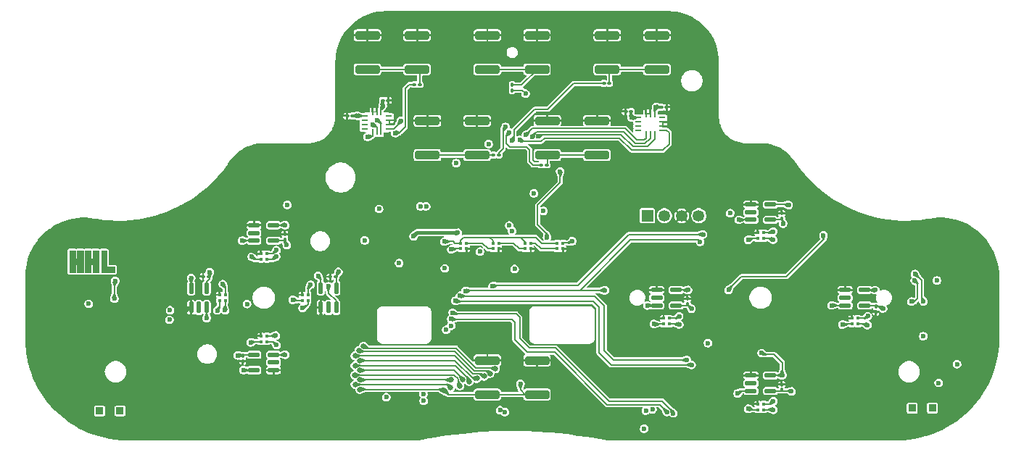
<source format=gbr>
%TF.GenerationSoftware,KiCad,Pcbnew,9.0.6-rc2*%
%TF.CreationDate,2025-11-03T16:29:51-08:00*%
%TF.ProjectId,Latte_Main_Board,4c617474-655f-44d6-9169-6e5f426f6172,rev?*%
%TF.SameCoordinates,Original*%
%TF.FileFunction,Copper,L1,Top*%
%TF.FilePolarity,Positive*%
%FSLAX46Y46*%
G04 Gerber Fmt 4.6, Leading zero omitted, Abs format (unit mm)*
G04 Created by KiCad (PCBNEW 9.0.6-rc2) date 2025-11-03 16:29:51*
%MOMM*%
%LPD*%
G01*
G04 APERTURE LIST*
G04 Aperture macros list*
%AMRoundRect*
0 Rectangle with rounded corners*
0 $1 Rounding radius*
0 $2 $3 $4 $5 $6 $7 $8 $9 X,Y pos of 4 corners*
0 Add a 4 corners polygon primitive as box body*
4,1,4,$2,$3,$4,$5,$6,$7,$8,$9,$2,$3,0*
0 Add four circle primitives for the rounded corners*
1,1,$1+$1,$2,$3*
1,1,$1+$1,$4,$5*
1,1,$1+$1,$6,$7*
1,1,$1+$1,$8,$9*
0 Add four rect primitives between the rounded corners*
20,1,$1+$1,$2,$3,$4,$5,0*
20,1,$1+$1,$4,$5,$6,$7,0*
20,1,$1+$1,$6,$7,$8,$9,0*
20,1,$1+$1,$8,$9,$2,$3,0*%
G04 Aperture macros list end*
%TA.AperFunction,EtchedComponent*%
%ADD10C,0.050000*%
%TD*%
%TA.AperFunction,SMDPad,CuDef*%
%ADD11R,0.370000X0.370000*%
%TD*%
%TA.AperFunction,SMDPad,CuDef*%
%ADD12RoundRect,0.100000X0.130000X0.100000X-0.130000X0.100000X-0.130000X-0.100000X0.130000X-0.100000X0*%
%TD*%
%TA.AperFunction,SMDPad,CuDef*%
%ADD13RoundRect,0.100000X0.100000X-0.130000X0.100000X0.130000X-0.100000X0.130000X-0.100000X-0.130000X0*%
%TD*%
%TA.AperFunction,SMDPad,CuDef*%
%ADD14RoundRect,0.100000X-0.130000X-0.100000X0.130000X-0.100000X0.130000X0.100000X-0.130000X0.100000X0*%
%TD*%
%TA.AperFunction,SMDPad,CuDef*%
%ADD15RoundRect,0.150000X-1.250000X-0.350000X1.250000X-0.350000X1.250000X0.350000X-1.250000X0.350000X0*%
%TD*%
%TA.AperFunction,ComponentPad*%
%ADD16R,0.850000X0.850000*%
%TD*%
%TA.AperFunction,SMDPad,CuDef*%
%ADD17RoundRect,0.100000X-0.100000X0.130000X-0.100000X-0.130000X0.100000X-0.130000X0.100000X0.130000X0*%
%TD*%
%TA.AperFunction,ComponentPad*%
%ADD18R,1.350000X1.350000*%
%TD*%
%TA.AperFunction,ComponentPad*%
%ADD19C,1.350000*%
%TD*%
%TA.AperFunction,SMDPad,CuDef*%
%ADD20RoundRect,0.137500X0.525000X0.137500X-0.525000X0.137500X-0.525000X-0.137500X0.525000X-0.137500X0*%
%TD*%
%TA.AperFunction,SMDPad,CuDef*%
%ADD21RoundRect,0.137500X-0.525000X-0.137500X0.525000X-0.137500X0.525000X0.137500X-0.525000X0.137500X0*%
%TD*%
%TA.AperFunction,SMDPad,CuDef*%
%ADD22R,0.745000X0.280000*%
%TD*%
%TA.AperFunction,SMDPad,CuDef*%
%ADD23R,0.280000X0.745000*%
%TD*%
%TA.AperFunction,SMDPad,CuDef*%
%ADD24RoundRect,0.137500X0.137500X-0.525000X0.137500X0.525000X-0.137500X0.525000X-0.137500X-0.525000X0*%
%TD*%
%TA.AperFunction,ComponentPad*%
%ADD25C,0.600000*%
%TD*%
%TA.AperFunction,ViaPad*%
%ADD26C,0.600000*%
%TD*%
%TA.AperFunction,ViaPad*%
%ADD27C,0.650000*%
%TD*%
%TA.AperFunction,Conductor*%
%ADD28C,0.200000*%
%TD*%
%TA.AperFunction,Conductor*%
%ADD29C,0.450000*%
%TD*%
%TA.AperFunction,Conductor*%
%ADD30C,0.150000*%
%TD*%
G04 APERTURE END LIST*
D10*
%TO.C,REF\u002A\u002A*%
X28854029Y-52601298D02*
X29807984Y-52601298D01*
X29807984Y-53270667D01*
X28221370Y-53270667D01*
X28221370Y-50717495D01*
X28854029Y-50717495D01*
X28854029Y-52601298D01*
%TA.AperFunction,EtchedComponent*%
G36*
X28854029Y-52601298D02*
G01*
X29807984Y-52601298D01*
X29807984Y-53270667D01*
X28221370Y-53270667D01*
X28221370Y-50717495D01*
X28854029Y-50717495D01*
X28854029Y-52601298D01*
G37*
%TD.AperFunction*%
X26088266Y-53270667D02*
X25407405Y-53270667D01*
X25407405Y-52302545D01*
X25167749Y-52302545D01*
X25167749Y-53270667D01*
X24482449Y-53270667D01*
X24482449Y-50718015D01*
X25165463Y-50717495D01*
X25165463Y-51640297D01*
X25407405Y-51640297D01*
X25407405Y-50717495D01*
X26088266Y-50717495D01*
X26088266Y-53270667D01*
%TA.AperFunction,EtchedComponent*%
G36*
X26088266Y-53270667D02*
G01*
X25407405Y-53270667D01*
X25407405Y-52302545D01*
X25167749Y-52302545D01*
X25167749Y-53270667D01*
X24482449Y-53270667D01*
X24482449Y-50718015D01*
X25165463Y-50717495D01*
X25165463Y-51640297D01*
X25407405Y-51640297D01*
X25407405Y-50717495D01*
X26088266Y-50717495D01*
X26088266Y-53270667D01*
G37*
%TD.AperFunction*%
X27938266Y-53270667D02*
X27257405Y-53270667D01*
X27257405Y-52302545D01*
X27017749Y-52302545D01*
X27017749Y-53270667D01*
X26332449Y-53270667D01*
X26332449Y-50718015D01*
X27015463Y-50717495D01*
X27015463Y-51640297D01*
X27257405Y-51640297D01*
X27257405Y-50717495D01*
X27938266Y-50717495D01*
X27938266Y-53270667D01*
%TA.AperFunction,EtchedComponent*%
G36*
X27938266Y-53270667D02*
G01*
X27257405Y-53270667D01*
X27257405Y-52302545D01*
X27017749Y-52302545D01*
X27017749Y-53270667D01*
X26332449Y-53270667D01*
X26332449Y-50718015D01*
X27015463Y-50717495D01*
X27015463Y-51640297D01*
X27257405Y-51640297D01*
X27257405Y-50717495D01*
X27938266Y-50717495D01*
X27938266Y-53270667D01*
G37*
%TD.AperFunction*%
%TD*%
D11*
%TO.P,RGB3,1,DIN*%
%TO.N,Net-(RGB2-DOUT)*%
X104861562Y-69296391D03*
%TO.P,RGB3,2,VDD*%
%TO.N,+3V3*%
X105531562Y-69296391D03*
%TO.P,RGB3,3,DOUT*%
%TO.N,Net-(RGB3-DOUT)*%
X105531562Y-68626391D03*
%TO.P,RGB3,4,GND*%
%TO.N,GND*%
X104861562Y-68626391D03*
%TD*%
D12*
%TO.P,R17,1*%
%TO.N,Net-(U2-GPIO17)*%
X74640400Y-39547800D03*
%TO.P,R17,2*%
%TO.N,CAPTURE_BTN*%
X74000400Y-39547800D03*
%TD*%
D11*
%TO.P,RGB6,1,DIN*%
%TO.N,Net-(RGB5-DOUT)*%
X78367681Y-49830020D03*
%TO.P,RGB6,2,VDD*%
%TO.N,+3V3*%
X77697681Y-49830020D03*
%TO.P,RGB6,3,DOUT*%
%TO.N,Net-(RGB6-DOUT)*%
X77697681Y-50500020D03*
%TO.P,RGB6,4,GND*%
%TO.N,GND*%
X78367681Y-50500020D03*
%TD*%
%TO.P,RGB11,1,DIN*%
%TO.N,Net-(RGB10-DOUT)*%
X46848054Y-61365036D03*
%TO.P,RGB11,2,VDD*%
%TO.N,+3V3*%
X47518054Y-61365036D03*
%TO.P,RGB11,3,DOUT*%
%TO.N,Net-(RGB11-DOUT)*%
X47518054Y-60695036D03*
%TO.P,RGB11,4,GND*%
%TO.N,GND*%
X46848054Y-60695036D03*
%TD*%
D13*
%TO.P,C7,1*%
%TO.N,+3V3*%
X49640000Y-49410000D03*
%TO.P,C7,2*%
%TO.N,GND*%
X49640000Y-48770000D03*
%TD*%
D14*
%TO.P,R18,1*%
%TO.N,Net-(U2-GPIO18)*%
X79560000Y-40700000D03*
%TO.P,R18,2*%
%TO.N,HOME_BTN*%
X80200000Y-40700000D03*
%TD*%
D15*
%TO.P,SW7,1,1*%
%TO.N,GND*%
X59290000Y-25540001D03*
X65090000Y-25540001D03*
%TO.P,SW7,2,2*%
%TO.N,MINUS_BTN*%
X59290000Y-29540001D03*
X65090000Y-29540001D03*
%TD*%
%TO.P,SW6,1,1*%
%TO.N,GND*%
X80290000Y-35540001D03*
X86090000Y-35540001D03*
%TO.P,SW6,2,2*%
%TO.N,HOME_BTN*%
X80290000Y-39540001D03*
X86090000Y-39540001D03*
%TD*%
D11*
%TO.P,RGB4,1,DIN*%
%TO.N,Net-(RGB3-DOUT)*%
X93861563Y-59296390D03*
%TO.P,RGB4,2,VDD*%
%TO.N,+3V3*%
X94531563Y-59296390D03*
%TO.P,RGB4,3,DOUT*%
%TO.N,STICK_R_RGB_IN*%
X94531563Y-58626390D03*
%TO.P,RGB4,4,GND*%
%TO.N,GND*%
X93861563Y-58626390D03*
%TD*%
D16*
%TO.P,T4,1,1*%
%TO.N,LRA_R+*%
X122885200Y-69113400D03*
%TD*%
D17*
%TO.P,C5,1*%
%TO.N,+3V3*%
X118650000Y-57240000D03*
%TO.P,C5,2*%
%TO.N,GND*%
X118650000Y-57880000D03*
%TD*%
D12*
%TO.P,C26,1*%
%TO.N,GND*%
X61711800Y-33147000D03*
%TO.P,C26,2*%
%TO.N,+3V3*%
X61071800Y-33147000D03*
%TD*%
D18*
%TO.P,J8,1,Pin_1*%
%TO.N,SWD*%
X91967800Y-46634400D03*
D19*
%TO.P,J8,2,Pin_2*%
%TO.N,SWCLK*%
X93967801Y-46634400D03*
%TO.P,J8,3,Pin_3*%
%TO.N,GND*%
X95967800Y-46634400D03*
%TO.P,J8,4,Pin_4*%
%TO.N,VBUS_SYS*%
X97967800Y-46634400D03*
%TD*%
D20*
%TO.P,U11,1,VCC*%
%TO.N,+3V3*%
X46045554Y-62880036D03*
%TO.P,U11,2,~{EN}*%
%TO.N,DPAD_EN*%
X46045554Y-64680036D03*
%TO.P,U11,3,GND*%
%TO.N,GND*%
X48320554Y-64680036D03*
%TO.P,U11,4,NC*%
%TO.N,unconnected-(U11-NC-Pad4)*%
X48320554Y-63780036D03*
%TO.P,U11,5,OUT*%
%TO.N,ADC_3*%
X48320554Y-62880036D03*
%TD*%
D15*
%TO.P,SW1,1,1*%
%TO.N,GND*%
X73290000Y-63540002D03*
X79090000Y-63540002D03*
%TO.P,SW1,2,2*%
%TO.N,BTN_PWR*%
X73290000Y-67540002D03*
X79090000Y-67540002D03*
%TD*%
D11*
%TO.P,RGB10,1,DIN*%
%TO.N,Net-(RGB10-DIN)*%
X42030177Y-56546390D03*
%TO.P,RGB10,2,VDD*%
%TO.N,+3V3*%
X42700177Y-56546390D03*
%TO.P,RGB10,3,DOUT*%
%TO.N,Net-(RGB10-DOUT)*%
X42700177Y-55876390D03*
%TO.P,RGB10,4,GND*%
%TO.N,GND*%
X42030177Y-55876390D03*
%TD*%
D21*
%TO.P,U8,1,VCC*%
%TO.N,+3V3*%
X48321322Y-49543514D03*
%TO.P,U8,2,~{EN}*%
%TO.N,DPAD_EN*%
X48321322Y-47743514D03*
%TO.P,U8,3,GND*%
%TO.N,GND*%
X46046322Y-47743514D03*
%TO.P,U8,4,NC*%
%TO.N,unconnected-(U8-NC-Pad4)*%
X46046322Y-48643514D03*
%TO.P,U8,5,OUT*%
%TO.N,ADC_0*%
X46046322Y-49543514D03*
%TD*%
%TO.P,U3,1,VCC*%
%TO.N,+3V3*%
X95334063Y-57111390D03*
%TO.P,U3,2,~{EN}*%
%TO.N,ABXY_EN*%
X95334063Y-55311390D03*
%TO.P,U3,3,GND*%
%TO.N,GND*%
X93059063Y-55311390D03*
%TO.P,U3,4,NC*%
%TO.N,unconnected-(U3-NC-Pad4)*%
X93059063Y-56211390D03*
%TO.P,U3,5,OUT*%
%TO.N,ADC_1*%
X93059063Y-57111390D03*
%TD*%
D14*
%TO.P,R20,1*%
%TO.N,Net-(U2-GPIO19)*%
X86880000Y-31160000D03*
%TO.P,R20,2*%
%TO.N,PLUS_BTN*%
X87520000Y-31160000D03*
%TD*%
D21*
%TO.P,U1,1,VCC*%
%TO.N,+3V3*%
X106334063Y-47111390D03*
%TO.P,U1,2,~{EN}*%
%TO.N,ABXY_EN*%
X106334063Y-45311390D03*
%TO.P,U1,3,GND*%
%TO.N,GND*%
X104059063Y-45311390D03*
%TO.P,U1,4,NC*%
%TO.N,unconnected-(U1-NC-Pad4)*%
X104059063Y-46211390D03*
%TO.P,U1,5,OUT*%
%TO.N,ADC_0*%
X104059063Y-47111390D03*
%TD*%
D14*
%TO.P,R19,1*%
%TO.N,Net-(U2-GPIO16)*%
X64760000Y-31300000D03*
%TO.P,R19,2*%
%TO.N,MINUS_BTN*%
X65400000Y-31300000D03*
%TD*%
D21*
%TO.P,U6,1,VCC*%
%TO.N,+3V3*%
X117334063Y-57111391D03*
%TO.P,U6,2,~{EN}*%
%TO.N,ABXY_EN*%
X117334063Y-55311391D03*
%TO.P,U6,3,GND*%
%TO.N,GND*%
X115059063Y-55311391D03*
%TO.P,U6,4,NC*%
%TO.N,unconnected-(U6-NC-Pad4)*%
X115059063Y-56211391D03*
%TO.P,U6,5,OUT*%
%TO.N,ADC_2*%
X115059063Y-57111391D03*
%TD*%
D15*
%TO.P,SW2,1,1*%
%TO.N,GND*%
X73290000Y-25540001D03*
X79090000Y-25540001D03*
%TO.P,SW2,2,2*%
%TO.N,Net-(R15-Pad2)*%
X73290000Y-29540001D03*
X79090000Y-29540001D03*
%TD*%
D13*
%TO.P,C4,1*%
%TO.N,+3V3*%
X96650000Y-56980000D03*
%TO.P,C4,2*%
%TO.N,GND*%
X96650000Y-56340000D03*
%TD*%
D15*
%TO.P,SW8,1,1*%
%TO.N,GND*%
X87290000Y-25540001D03*
X93090000Y-25540001D03*
%TO.P,SW8,2,2*%
%TO.N,PLUS_BTN*%
X87290000Y-29540001D03*
X93090000Y-29540001D03*
%TD*%
%TO.P,SW5,1,1*%
%TO.N,GND*%
X66290000Y-35540001D03*
X72090000Y-35540001D03*
%TO.P,SW5,2,2*%
%TO.N,CAPTURE_BTN*%
X66290000Y-39540001D03*
X72090000Y-39540001D03*
%TD*%
D22*
%TO.P,U5,1,SDO*%
%TO.N,SPI1_RX*%
X93710000Y-36670000D03*
%TO.P,U5,2,SDx*%
%TO.N,GND*%
X93710000Y-36170000D03*
%TO.P,U5,3,SCx*%
X93710000Y-35670000D03*
%TO.P,U5,4,INT1*%
%TO.N,unconnected-(U5-INT1-Pad4)*%
X93710000Y-35170000D03*
D23*
%TO.P,U5,5,VDDIO*%
%TO.N,+3V3*%
X92812000Y-34772000D03*
%TO.P,U5,6,GNDIO*%
%TO.N,GND*%
X92312000Y-34772000D03*
%TO.P,U5,7,GND*%
X91812000Y-34772000D03*
D22*
%TO.P,U5,8,VDD*%
%TO.N,+3V3*%
X90914000Y-35170000D03*
%TO.P,U5,9,INT2*%
%TO.N,unconnected-(U5-INT2-Pad9)*%
X90914000Y-35670000D03*
%TO.P,U5,10,NC*%
%TO.N,unconnected-(U5-NC-Pad10)*%
X90914000Y-36170000D03*
%TO.P,U5,11,NC*%
%TO.N,unconnected-(U5-NC-Pad11)*%
X90914000Y-36670000D03*
D23*
%TO.P,U5,12,CS*%
%TO.N,IMU1_CS*%
X91812000Y-37068000D03*
%TO.P,U5,13,SCL*%
%TO.N,SPI1_CLK*%
X92312000Y-37068000D03*
%TO.P,U5,14,SDA*%
%TO.N,SPI1_TX*%
X92812000Y-37068000D03*
%TD*%
D12*
%TO.P,C8,1*%
%TO.N,+3V3*%
X55570000Y-53760000D03*
%TO.P,C8,2*%
%TO.N,GND*%
X54930000Y-53760000D03*
%TD*%
D14*
%TO.P,C27,1*%
%TO.N,GND*%
X89418200Y-34442400D03*
%TO.P,C27,2*%
%TO.N,+3V3*%
X90058200Y-34442400D03*
%TD*%
D11*
%TO.P,RGB7,1,DIN*%
%TO.N,Net-(RGB6-DOUT)*%
X74617681Y-49830020D03*
%TO.P,RGB7,2,VDD*%
%TO.N,+3V3*%
X73947681Y-49830020D03*
%TO.P,RGB7,3,DOUT*%
%TO.N,Net-(RGB7-DOUT)*%
X73947681Y-50500020D03*
%TO.P,RGB7,4,GND*%
%TO.N,GND*%
X74617681Y-50500020D03*
%TD*%
D12*
%TO.P,C17,1*%
%TO.N,+3V3*%
X40740000Y-53750000D03*
%TO.P,C17,2*%
%TO.N,GND*%
X40100000Y-53750000D03*
%TD*%
D14*
%TO.P,C24,1*%
%TO.N,GND*%
X56906200Y-34950400D03*
%TO.P,C24,2*%
%TO.N,+3V3*%
X57546200Y-34950400D03*
%TD*%
D11*
%TO.P,RGB5,1,DIN*%
%TO.N,STICK_R_RGB_OUT*%
X82117681Y-49830020D03*
%TO.P,RGB5,2,VDD*%
%TO.N,+3V3*%
X81447681Y-49830020D03*
%TO.P,RGB5,3,DOUT*%
%TO.N,Net-(RGB5-DOUT)*%
X81447681Y-50500020D03*
%TO.P,RGB5,4,GND*%
%TO.N,GND*%
X82117681Y-50500020D03*
%TD*%
%TO.P,RGB12,1,DIN*%
%TO.N,Net-(RGB11-DOUT)*%
X51666698Y-56547158D03*
%TO.P,RGB12,2,VDD*%
%TO.N,+3V3*%
X52336698Y-56547158D03*
%TO.P,RGB12,3,DOUT*%
%TO.N,STICK_L_RGB_IN*%
X52336698Y-55877158D03*
%TO.P,RGB12,4,GND*%
%TO.N,GND*%
X51666698Y-55877158D03*
%TD*%
D24*
%TO.P,U9,1,VCC*%
%TO.N,+3V3*%
X55651698Y-55074658D03*
%TO.P,U9,2,~{EN}*%
%TO.N,DPAD_EN*%
X53851698Y-55074658D03*
%TO.P,U9,3,GND*%
%TO.N,GND*%
X53851698Y-57349658D03*
%TO.P,U9,4,NC*%
%TO.N,unconnected-(U9-NC-Pad4)*%
X54751698Y-57349658D03*
%TO.P,U9,5,OUT*%
%TO.N,ADC_1*%
X55651698Y-57349658D03*
%TD*%
D13*
%TO.P,C3,1*%
%TO.N,+3V3*%
X107650000Y-46980000D03*
%TO.P,C3,2*%
%TO.N,GND*%
X107650000Y-46340000D03*
%TD*%
D12*
%TO.P,C25,1*%
%TO.N,GND*%
X94213600Y-33934400D03*
%TO.P,C25,2*%
%TO.N,+3V3*%
X93573600Y-33934400D03*
%TD*%
D13*
%TO.P,C6,1*%
%TO.N,+3V3*%
X107650000Y-66980000D03*
%TO.P,C6,2*%
%TO.N,GND*%
X107650000Y-66340000D03*
%TD*%
D11*
%TO.P,RGB8,1,DIN*%
%TO.N,Net-(RGB7-DOUT)*%
X70867681Y-49830020D03*
%TO.P,RGB8,2,VDD*%
%TO.N,+3V3*%
X70197681Y-49830020D03*
%TO.P,RGB8,3,DOUT*%
%TO.N,RGB_DPAD_IN*%
X70197681Y-50500020D03*
%TO.P,RGB8,4,GND*%
%TO.N,GND*%
X70867681Y-50500020D03*
%TD*%
D17*
%TO.P,C18,1*%
%TO.N,+3V3*%
X44730000Y-63010000D03*
%TO.P,C18,2*%
%TO.N,GND*%
X44730000Y-63650000D03*
%TD*%
D11*
%TO.P,RGB2,1,DIN*%
%TO.N,Net-(RGB1-DOUT)*%
X115861563Y-59296391D03*
%TO.P,RGB2,2,VDD*%
%TO.N,+3V3*%
X116531563Y-59296391D03*
%TO.P,RGB2,3,DOUT*%
%TO.N,Net-(RGB2-DOUT)*%
X116531563Y-58626391D03*
%TO.P,RGB2,4,GND*%
%TO.N,GND*%
X115861563Y-58626391D03*
%TD*%
D24*
%TO.P,U10,1,VCC*%
%TO.N,+3V3*%
X40515177Y-55073890D03*
%TO.P,U10,2,~{EN}*%
%TO.N,DPAD_EN*%
X38715177Y-55073890D03*
%TO.P,U10,3,GND*%
%TO.N,GND*%
X38715177Y-57348890D03*
%TO.P,U10,4,NC*%
%TO.N,unconnected-(U10-NC-Pad4)*%
X39615177Y-57348890D03*
%TO.P,U10,5,OUT*%
%TO.N,ADC_2*%
X40515177Y-57348890D03*
%TD*%
D13*
%TO.P,R15,1*%
%TO.N,Net-(U2-RUN)*%
X76200000Y-31968400D03*
%TO.P,R15,2*%
%TO.N,Net-(R15-Pad2)*%
X76200000Y-31328400D03*
%TD*%
D11*
%TO.P,RGB9,1,DIN*%
%TO.N,RGB_DPAD_IN*%
X46848822Y-51728514D03*
%TO.P,RGB9,2,VDD*%
%TO.N,+3V3*%
X47518822Y-51728514D03*
%TO.P,RGB9,3,DOUT*%
%TO.N,Net-(RGB10-DIN)*%
X47518822Y-51058514D03*
%TO.P,RGB9,4,GND*%
%TO.N,GND*%
X46848822Y-51058514D03*
%TD*%
%TO.P,RGB1,1,DIN*%
%TO.N,RGB_OUT*%
X104861563Y-49296390D03*
%TO.P,RGB1,2,VDD*%
%TO.N,+3V3*%
X105531563Y-49296390D03*
%TO.P,RGB1,3,DOUT*%
%TO.N,Net-(RGB1-DOUT)*%
X105531563Y-48626390D03*
%TO.P,RGB1,4,GND*%
%TO.N,GND*%
X104861563Y-48626390D03*
%TD*%
D16*
%TO.P,T1,1,1*%
%TO.N,LRA_L-*%
X30403800Y-69443600D03*
%TD*%
%TO.P,T3,1,1*%
%TO.N,LRA_R-*%
X125247400Y-69113400D03*
%TD*%
%TO.P,T2,1,1*%
%TO.N,LRA_L+*%
X28016200Y-69443600D03*
%TD*%
D22*
%TO.P,U4,1,SDO*%
%TO.N,SPI1_RX*%
X61778000Y-36470000D03*
%TO.P,U4,2,SDx*%
%TO.N,GND*%
X61778000Y-35970000D03*
%TO.P,U4,3,SCx*%
X61778000Y-35470000D03*
%TO.P,U4,4,INT1*%
%TO.N,unconnected-(U4-INT1-Pad4)*%
X61778000Y-34970000D03*
D23*
%TO.P,U4,5,VDDIO*%
%TO.N,+3V3*%
X60880000Y-34572000D03*
%TO.P,U4,6,GNDIO*%
%TO.N,GND*%
X60380000Y-34571999D03*
%TO.P,U4,7,GND*%
X59880000Y-34572000D03*
D22*
%TO.P,U4,8,VDD*%
%TO.N,+3V3*%
X58982000Y-34970000D03*
%TO.P,U4,9,INT2*%
%TO.N,unconnected-(U4-INT2-Pad9)*%
X58982000Y-35470000D03*
%TO.P,U4,10,NC*%
%TO.N,unconnected-(U4-NC-Pad10)*%
X58982000Y-35970000D03*
%TO.P,U4,11,NC*%
%TO.N,unconnected-(U4-NC-Pad11)*%
X58982000Y-36470000D03*
D23*
%TO.P,U4,12,CS*%
%TO.N,IMU0_CS*%
X59880000Y-36868000D03*
%TO.P,U4,13,SCL*%
%TO.N,SPI1_CLK*%
X60380000Y-36868001D03*
%TO.P,U4,14,SDA*%
%TO.N,SPI1_TX*%
X60880000Y-36868000D03*
%TD*%
D21*
%TO.P,U7,1,VCC*%
%TO.N,+3V3*%
X106334062Y-67111391D03*
%TO.P,U7,2,~{EN}*%
%TO.N,ABXY_EN*%
X106334062Y-65311391D03*
%TO.P,U7,3,GND*%
%TO.N,GND*%
X104059062Y-65311391D03*
%TO.P,U7,4,NC*%
%TO.N,unconnected-(U7-NC-Pad4)*%
X104059062Y-66211391D03*
%TO.P,U7,5,OUT*%
%TO.N,ADC_3*%
X104059062Y-67111391D03*
%TD*%
D25*
%TO.P,U2,81,GND*%
%TO.N,GND*%
X73270000Y-45740000D03*
X71003334Y-45740000D03*
X72136667Y-45740001D03*
X73269999Y-46873333D03*
X72136667Y-46873333D03*
X71003335Y-46873333D03*
X72136667Y-48006665D03*
X73270000Y-48006666D03*
X71003334Y-48006666D03*
%TD*%
D26*
%TO.N,GND*%
X60060000Y-33410000D03*
X92260000Y-33540000D03*
X68021200Y-38862000D03*
X45690000Y-50600000D03*
X49650000Y-64660000D03*
X36068000Y-55372000D03*
X48514000Y-43205400D03*
X113640000Y-55430000D03*
X37973000Y-57708800D03*
X41560000Y-54710000D03*
X74523600Y-35458400D03*
X51720000Y-54750000D03*
X116190000Y-57580000D03*
X125770000Y-56670000D03*
X93980000Y-72001000D03*
X53860000Y-58530000D03*
X103710000Y-68160000D03*
X61696600Y-53797200D03*
X76657200Y-53898800D03*
X64820800Y-52908200D03*
X80187800Y-42545000D03*
X66116200Y-51003200D03*
X102710000Y-45400000D03*
X77114400Y-39903400D03*
X73304400Y-54305200D03*
X62550000Y-34110000D03*
X44740000Y-47760000D03*
X86258400Y-44780200D03*
X91690000Y-54960000D03*
X63102173Y-44862353D03*
X26580000Y-54190000D03*
X95020000Y-35540000D03*
X123952000Y-63195200D03*
X65201800Y-51003200D03*
X46450000Y-59920000D03*
X128295400Y-62230000D03*
X92750000Y-58200000D03*
X68300600Y-50469800D03*
X103700000Y-48420000D03*
X82042000Y-44246800D03*
X84099400Y-48971200D03*
X102720000Y-64700000D03*
X71348600Y-38557200D03*
X64839908Y-46379125D03*
%TO.N,LRA_R*%
X124206000Y-56642000D03*
X123230000Y-53440000D03*
%TO.N,LRA_R+*%
X125984000Y-66167000D03*
X128117600Y-63982600D03*
%TO.N,+3V3*%
X62991188Y-52168669D03*
X74777600Y-69367400D03*
X68326000Y-52781200D03*
X61493400Y-67843400D03*
X61070000Y-33770000D03*
X72436667Y-50820000D03*
X73440000Y-38250000D03*
X75328593Y-69581458D03*
X79830000Y-46070000D03*
X69650000Y-40480000D03*
X125780000Y-54200000D03*
X66141600Y-45542200D03*
X42670000Y-57680000D03*
X40870000Y-53240000D03*
X58130000Y-34950000D03*
X124180600Y-60706000D03*
X51710000Y-57440000D03*
X76480000Y-52860000D03*
X60658554Y-45838554D03*
X26740000Y-56930000D03*
X55910000Y-53190000D03*
X119481600Y-57480200D03*
X65481200Y-45542200D03*
X97128367Y-57497798D03*
X44160000Y-62960000D03*
X48670000Y-61760000D03*
X68260000Y-49650000D03*
X91592400Y-71526400D03*
X107830000Y-47550000D03*
X90120000Y-35140000D03*
X58980000Y-49520000D03*
X106680000Y-69310000D03*
X48630000Y-51390000D03*
X92970000Y-33930000D03*
X106660000Y-49430000D03*
X95700000Y-59340000D03*
X49877600Y-50063400D03*
X117670000Y-59410000D03*
X108788200Y-67160000D03*
X78720000Y-44018200D03*
%TO.N,+1V1*%
X64664656Y-49041632D03*
X69846961Y-48629016D03*
%TO.N,STICK_R_X_OUT*%
X69062600Y-58699400D03*
X94260000Y-69570000D03*
%TO.N,STICK_R_RGB_OUT*%
X83185000Y-49606200D03*
X91795600Y-69418200D03*
%TO.N,STICK_R_Y_OUT*%
X69240400Y-57962800D03*
X94990000Y-69720000D03*
%TO.N,STICK_R_RGB_IN*%
X95690000Y-58380000D03*
X92557600Y-69265800D03*
%TO.N,STICK_L_RGB_IN*%
X52650000Y-54700000D03*
%TO.N,STICK_L_Y_OUT*%
X68478400Y-59969400D03*
X65836800Y-67487800D03*
%TO.N,STICK_L_X_OUT*%
X69062600Y-59486800D03*
X65840000Y-68276123D03*
%TO.N,Net-(U2-GPIO17)*%
X75412600Y-36245800D03*
%TO.N,Net-(U2-GPIO18)*%
X75853777Y-36887495D03*
%TO.N,Net-(U2-GPIO16)*%
X62520000Y-36970000D03*
%TO.N,Net-(U2-GPIO19)*%
X76188027Y-37851022D03*
%TO.N,SWCLK*%
X75844400Y-47777400D03*
%TO.N,SWD*%
X76174600Y-48412400D03*
D27*
%TO.N,N_LATCH_3.3*%
X58400000Y-64700000D03*
X70433768Y-65816232D03*
%TO.N,N_CLOCK_3.3*%
X70085000Y-66520000D03*
X57830000Y-65260000D03*
%TO.N,WL_CLK*%
X58420000Y-65800000D03*
X69050000Y-65810000D03*
%TO.N,N_DATA_3.3*%
X57837430Y-64147518D03*
X71190000Y-66000000D03*
%TO.N,I2C1_SCL*%
X72070000Y-65650000D03*
X58350000Y-63600000D03*
%TO.N,BTN_PWR*%
X68250000Y-67050000D03*
X58420000Y-66930000D03*
D26*
X77160000Y-66290000D03*
D27*
%TO.N,WL_CS*%
X57850000Y-66340000D03*
X69010000Y-66720000D03*
%TO.N,WL_ON*%
X58840000Y-61870000D03*
X74230000Y-64520000D03*
%TO.N,I2C1_SDA*%
X57851094Y-63003220D03*
X72920903Y-65388327D03*
%TO.N,WL_D*%
X58310000Y-62410000D03*
X73600000Y-65070000D03*
D26*
%TO.N,RGB_OUT*%
X103730000Y-49450000D03*
X101650800Y-46329600D03*
%TO.N,Net-(RGB1-DOUT)*%
X106650000Y-48490000D03*
X114740000Y-59350000D03*
%TO.N,Net-(RGB3-DOUT)*%
X99034600Y-61518800D03*
X92740000Y-59280000D03*
X106680000Y-68310000D03*
%TO.N,Net-(RGB10-DIN)*%
X48660000Y-50650000D03*
X41760000Y-57700000D03*
%TO.N,Net-(RGB10-DOUT)*%
X45237400Y-56946800D03*
X42400000Y-54640000D03*
X45650000Y-61430000D03*
%TO.N,Net-(RGB11-DOUT)*%
X50570000Y-56460000D03*
X48600000Y-60650000D03*
%TO.N,RGB_DPAD_IN*%
X69088000Y-50571400D03*
X45780000Y-51430000D03*
%TO.N,Net-(U2-RUN)*%
X80264000Y-49149000D03*
X77749400Y-32359600D03*
X81788000Y-41452800D03*
%TO.N,GRIP_R_BTN*%
X122809000Y-56667400D03*
X123180000Y-54200000D03*
%TO.N,SPI1_RX*%
X63200001Y-35557106D03*
X77077423Y-37781065D03*
%TO.N,SPI1_CLK*%
X78510000Y-37440000D03*
X59920000Y-35980000D03*
%TO.N,IMU0_CS*%
X59310000Y-37410000D03*
%TO.N,SPI1_TX*%
X79240000Y-37360000D03*
X60460000Y-35470000D03*
%TO.N,IMU1_CS*%
X77790000Y-37200000D03*
%TO.N,Net-(RGB2-DOUT)*%
X103730000Y-69200000D03*
X117710000Y-58370000D03*
%TO.N,ADC_0*%
X102660000Y-47110000D03*
X44660000Y-49540000D03*
X73914000Y-54870000D03*
X98480000Y-48820000D03*
%TO.N,ABXY_EN*%
X105310000Y-62690000D03*
X108470000Y-45380000D03*
X112530000Y-48900000D03*
X118600000Y-55320000D03*
X101450000Y-55310000D03*
X107740000Y-65260000D03*
X96710000Y-55310000D03*
%TO.N,ADC_3*%
X102500000Y-67410000D03*
X69545200Y-56570000D03*
X49690000Y-62880000D03*
X97129600Y-64060000D03*
X36178370Y-58792100D03*
%TO.N,ADC_1*%
X54750000Y-54880000D03*
X98130000Y-49690000D03*
X70739000Y-55421262D03*
X87030000Y-55350000D03*
X91960000Y-57120000D03*
%TO.N,ADC_2*%
X113500000Y-57110000D03*
X36245800Y-57683400D03*
X96570800Y-63490000D03*
X40520000Y-58590000D03*
X70104000Y-55991336D03*
%TO.N,DPAD_EN*%
X49690000Y-47740000D03*
X38710000Y-53900000D03*
X49936400Y-45364400D03*
X53530000Y-53650000D03*
X44840000Y-64680000D03*
%TO.N,Net-(U2-GPIO14)*%
X29760000Y-56320000D03*
X29845000Y-54254400D03*
%TD*%
D28*
%TO.N,GND*%
X116190000Y-57580000D02*
X116360000Y-57750000D01*
X104059063Y-45311390D02*
X102798610Y-45311390D01*
X46848822Y-51058514D02*
X46148514Y-51058514D01*
X53851698Y-58521698D02*
X53860000Y-58530000D01*
X93059063Y-55311390D02*
X92041390Y-55311390D01*
X53851698Y-57349658D02*
X53851698Y-58521698D01*
X60380000Y-33730000D02*
X60060000Y-33410000D01*
X46848054Y-60318054D02*
X46450000Y-59920000D01*
X93861563Y-58626390D02*
X93176390Y-58626390D01*
X92041390Y-55311390D02*
X91690000Y-54960000D01*
X102720000Y-64860000D02*
X102720000Y-64700000D01*
X103906390Y-48626390D02*
X103700000Y-48420000D01*
X51666698Y-54803302D02*
X51720000Y-54750000D01*
X79112599Y-25562600D02*
X79090000Y-25540001D01*
X62640000Y-35520000D02*
X62640000Y-35160000D01*
X102798610Y-45311390D02*
X102710000Y-45400000D01*
X44740000Y-47760000D02*
X44756486Y-47743514D01*
X104861563Y-48626390D02*
X103906390Y-48626390D01*
X62640000Y-34200000D02*
X62550000Y-34110000D01*
X42030177Y-55876390D02*
X42030177Y-55180177D01*
X42030177Y-55180177D02*
X41560000Y-54710000D01*
X104176391Y-68626391D02*
X103710000Y-68160000D01*
X103171391Y-65311391D02*
X102720000Y-64860000D01*
X46148514Y-51058514D02*
X45690000Y-50600000D01*
X91812000Y-33988000D02*
X92260000Y-33540000D01*
X62640000Y-35160000D02*
X62640000Y-34200000D01*
X61778000Y-35470000D02*
X62330000Y-35470000D01*
X62190000Y-35970000D02*
X62640000Y-35520000D01*
X80290000Y-35540001D02*
X86090000Y-35540001D01*
X104059062Y-65311391D02*
X103171391Y-65311391D01*
X51666698Y-55877158D02*
X51666698Y-54803302D01*
X92312000Y-33592000D02*
X92260000Y-33540000D01*
X59880000Y-34572000D02*
X59880000Y-33590000D01*
X62330000Y-35470000D02*
X62420000Y-35380000D01*
X66290000Y-35540001D02*
X72090000Y-35540001D01*
X61778000Y-35970000D02*
X62190000Y-35970000D01*
X93176390Y-58626390D02*
X92750000Y-58200000D01*
X87290000Y-25540001D02*
X93090000Y-25540001D01*
X59880000Y-33590000D02*
X60060000Y-33410000D01*
X115059063Y-55311391D02*
X113758609Y-55311391D01*
X94390000Y-36170000D02*
X95020000Y-35540000D01*
X73290000Y-25540001D02*
X79090000Y-25540001D01*
X37973000Y-57708800D02*
X38355267Y-57708800D01*
X115861563Y-57908437D02*
X116190000Y-57580000D01*
X93710000Y-35670000D02*
X94890000Y-35670000D01*
X49629964Y-64680036D02*
X49650000Y-64660000D01*
X48320554Y-64680036D02*
X49629964Y-64680036D01*
D29*
X65201800Y-51003200D02*
X66116200Y-51003200D01*
D28*
X113758609Y-55311391D02*
X113640000Y-55430000D01*
X104861562Y-68626391D02*
X104176391Y-68626391D01*
X116360000Y-57750000D02*
X118520000Y-57750000D01*
X93710000Y-36170000D02*
X94390000Y-36170000D01*
X94890000Y-35670000D02*
X95020000Y-35540000D01*
X59290000Y-25540001D02*
X65090000Y-25540001D01*
X60380000Y-34571999D02*
X60380000Y-33730000D01*
X118520000Y-57750000D02*
X118650000Y-57880000D01*
X92312000Y-34772000D02*
X92312000Y-33592000D01*
X115861563Y-58626391D02*
X115861563Y-57908437D01*
X44756486Y-47743514D02*
X46046322Y-47743514D01*
X91812000Y-34772000D02*
X91812000Y-33988000D01*
X62420000Y-35380000D02*
X62640000Y-35160000D01*
X46848054Y-60695036D02*
X46848054Y-60318054D01*
X38355267Y-57708800D02*
X38715177Y-57348890D01*
%TO.N,LRA_R*%
X123990000Y-54200000D02*
X123230000Y-53440000D01*
X124206000Y-56642000D02*
X123990000Y-56426000D01*
X123990000Y-56426000D02*
X123990000Y-54200000D01*
%TO.N,+3V3*%
X55651698Y-53798302D02*
X55651698Y-55074658D01*
X90150000Y-35170000D02*
X90120000Y-35140000D01*
X77697681Y-49681481D02*
X77165200Y-49149000D01*
X69464220Y-49830020D02*
X69284200Y-49650000D01*
X90914000Y-35170000D02*
X90150000Y-35170000D01*
X58982000Y-34970000D02*
X58150000Y-34970000D01*
X40870000Y-53240000D02*
X40870000Y-54010000D01*
X108325982Y-67106800D02*
X108321391Y-67111391D01*
X44239964Y-62880036D02*
X44160000Y-62960000D01*
X47518822Y-51728514D02*
X48291486Y-51728514D01*
X92812000Y-34772000D02*
X92812000Y-34088000D01*
X48291486Y-51728514D02*
X48630000Y-51390000D01*
X116531563Y-59296391D02*
X117556391Y-59296391D01*
X107715150Y-47111390D02*
X106334063Y-47111390D01*
X97128367Y-57452621D02*
X96787136Y-57111390D01*
X40515177Y-54364823D02*
X40515177Y-55073890D01*
X119481600Y-57480200D02*
X119202200Y-57480200D01*
X92812000Y-34088000D02*
X92970000Y-33930000D01*
X92974400Y-33934400D02*
X92970000Y-33930000D01*
X70197681Y-49487119D02*
X70197681Y-49830020D01*
X95656390Y-59296390D02*
X95700000Y-59340000D01*
X118833391Y-57111391D02*
X117334063Y-57111391D01*
X106526390Y-49296390D02*
X106660000Y-49430000D01*
X107830000Y-47550000D02*
X107746311Y-47466311D01*
X55910000Y-53190000D02*
X55910000Y-53325036D01*
X55910000Y-53325036D02*
X55691987Y-53543049D01*
X108321391Y-67111391D02*
X106334062Y-67111391D01*
X93573600Y-33934400D02*
X92974400Y-33934400D01*
X90058200Y-35078200D02*
X90120000Y-35140000D01*
X55691987Y-53543049D02*
X55691987Y-53638013D01*
X97128367Y-57497798D02*
X97128367Y-57452621D01*
X70535800Y-49149000D02*
X70197681Y-49487119D01*
X73583800Y-49149000D02*
X70535800Y-49149000D01*
X49877600Y-50063400D02*
X49877600Y-49894628D01*
X78968600Y-49149000D02*
X77063600Y-49149000D01*
X73947681Y-49830020D02*
X73947681Y-49512881D01*
X107746311Y-47142551D02*
X107715150Y-47111390D01*
X40870000Y-54010000D02*
X40515177Y-54364823D01*
X61070000Y-33148800D02*
X61071800Y-33147000D01*
X47518054Y-61365036D02*
X48275036Y-61365036D01*
X55691987Y-53638013D02*
X55570000Y-53760000D01*
X119202200Y-57480200D02*
X118833391Y-57111391D01*
X52336698Y-56547158D02*
X52336698Y-56953302D01*
X60880000Y-33960000D02*
X61070000Y-33770000D01*
X58130000Y-34950000D02*
X57546600Y-34950000D01*
X58150000Y-34970000D02*
X58130000Y-34950000D01*
X96787136Y-57111390D02*
X95334063Y-57111390D01*
X108788200Y-67160000D02*
X108536600Y-67160000D01*
X69284200Y-49650000D02*
X68260000Y-49650000D01*
X73947681Y-49512881D02*
X73583800Y-49149000D01*
X42700177Y-56546390D02*
X42700177Y-57649823D01*
X81447681Y-49830020D02*
X79649620Y-49830020D01*
X79649620Y-49830020D02*
X78968600Y-49149000D01*
X105531563Y-49296390D02*
X106526390Y-49296390D01*
X61070000Y-33770000D02*
X61070000Y-33148800D01*
X117556391Y-59296391D02*
X117670000Y-59410000D01*
X77063600Y-49149000D02*
X73583800Y-49149000D01*
X51850000Y-57440000D02*
X51710000Y-57440000D01*
X106666391Y-69296391D02*
X106680000Y-69310000D01*
X57546600Y-34950000D02*
X57546200Y-34950400D01*
X70197681Y-49830020D02*
X69464220Y-49830020D01*
X107746311Y-47466311D02*
X107746311Y-47142551D01*
X77697681Y-49830020D02*
X77697681Y-49681481D01*
X90058200Y-34442400D02*
X90058200Y-35078200D01*
X49526486Y-49543514D02*
X48321322Y-49543514D01*
X108536600Y-67160000D02*
X108483400Y-67106800D01*
X60880000Y-34572000D02*
X60880000Y-33960000D01*
X42700177Y-57649823D02*
X42670000Y-57680000D01*
X108483400Y-67106800D02*
X108325982Y-67106800D01*
X46045554Y-62880036D02*
X44239964Y-62880036D01*
X49877600Y-49894628D02*
X49526486Y-49543514D01*
X105531562Y-69296391D02*
X106666391Y-69296391D01*
X48275036Y-61365036D02*
X48670000Y-61760000D01*
X77165200Y-49149000D02*
X77063600Y-49149000D01*
X94531563Y-59296390D02*
X95656390Y-59296390D01*
X52336698Y-56953302D02*
X51850000Y-57440000D01*
D29*
%TO.N,+1V1*%
X64664656Y-49041632D02*
X64684288Y-49022000D01*
X64664656Y-49041632D02*
X65077272Y-48629016D01*
X65077272Y-48629016D02*
X69846961Y-48629016D01*
D28*
%TO.N,STICK_R_X_OUT*%
X76490000Y-59070000D02*
X76490000Y-61123000D01*
X76170200Y-58750200D02*
X76490000Y-59070000D01*
X77952600Y-62585600D02*
X81175600Y-62585600D01*
X93400000Y-68710000D02*
X94260000Y-69570000D01*
X81175600Y-62585600D02*
X87300000Y-68710000D01*
X69113400Y-58750200D02*
X76170200Y-58750200D01*
X76490000Y-61123000D02*
X77952600Y-62585600D01*
X69062600Y-58699400D02*
X69113400Y-58750200D01*
X87300000Y-68710000D02*
X93400000Y-68710000D01*
%TO.N,STICK_R_RGB_OUT*%
X82138301Y-49809400D02*
X82117681Y-49830020D01*
X83185000Y-49606200D02*
X82931000Y-49606200D01*
X82931000Y-49606200D02*
X82727800Y-49809400D01*
X82727800Y-49809400D02*
X82138301Y-49809400D01*
%TO.N,STICK_R_Y_OUT*%
X77063600Y-58533600D02*
X77063600Y-60985400D01*
X81270000Y-62080000D02*
X87490000Y-68300000D01*
X77063600Y-60985400D02*
X78158200Y-62080000D01*
X94990000Y-69560000D02*
X94990000Y-69720000D01*
X69240400Y-57962800D02*
X69392800Y-58115200D01*
X69392800Y-58115200D02*
X76645200Y-58115200D01*
X78158200Y-62080000D02*
X81270000Y-62080000D01*
X93730000Y-68300000D02*
X94990000Y-69560000D01*
X87490000Y-68300000D02*
X93730000Y-68300000D01*
X76645200Y-58115200D02*
X77063600Y-58533600D01*
%TO.N,STICK_R_RGB_IN*%
X94531563Y-58626390D02*
X95443610Y-58626390D01*
X95443610Y-58626390D02*
X95690000Y-58380000D01*
%TO.N,STICK_L_RGB_IN*%
X52336698Y-55013302D02*
X52650000Y-54700000D01*
X52336698Y-55877158D02*
X52336698Y-55013302D01*
%TO.N,Net-(U2-GPIO17)*%
X75361800Y-36245800D02*
X75133200Y-36474400D01*
X75133200Y-38811200D02*
X74640400Y-39304000D01*
X74640400Y-39304000D02*
X74640400Y-39547800D01*
X74701400Y-39486800D02*
X74640400Y-39547800D01*
X75412600Y-36245800D02*
X75361800Y-36245800D01*
X75133200Y-36474400D02*
X75133200Y-38811200D01*
%TO.N,Net-(U2-GPIO18)*%
X78640000Y-40700000D02*
X79560000Y-40700000D01*
X75895200Y-38582600D02*
X77902600Y-38582600D01*
X75853777Y-36887495D02*
X75853777Y-36998423D01*
X75514200Y-38201600D02*
X75895200Y-38582600D01*
X77902600Y-38582600D02*
X78240000Y-38920000D01*
X78240000Y-40300000D02*
X78640000Y-40700000D01*
X78240000Y-38920000D02*
X78240000Y-40300000D01*
X75514200Y-37338000D02*
X75514200Y-38201600D01*
X75853777Y-36998423D02*
X75514200Y-37338000D01*
%TO.N,Net-(U2-GPIO16)*%
X64180000Y-31300000D02*
X64760000Y-31300000D01*
X63700000Y-31780000D02*
X64180000Y-31300000D01*
X63700000Y-36210000D02*
X63700000Y-31780000D01*
X62940000Y-36970000D02*
X63700000Y-36210000D01*
X62520000Y-36970000D02*
X62940000Y-36970000D01*
%TO.N,Net-(U2-GPIO19)*%
X83370000Y-31160000D02*
X86880000Y-31160000D01*
X76188027Y-37851022D02*
X76188027Y-37784452D01*
X80341600Y-34188400D02*
X83370000Y-31160000D01*
X76403200Y-36596800D02*
X78811600Y-34188400D01*
X76403200Y-37569279D02*
X76403200Y-36596800D01*
X78811600Y-34188400D02*
X80341600Y-34188400D01*
X76188027Y-37784452D02*
X76403200Y-37569279D01*
%TO.N,N_LATCH_3.3*%
X69410000Y-64700000D02*
X58400000Y-64700000D01*
X70433768Y-65816232D02*
X70433768Y-65723768D01*
X70433768Y-65723768D02*
X69410000Y-64700000D01*
%TO.N,N_CLOCK_3.3*%
X69907768Y-66362768D02*
X69907768Y-65737768D01*
X69907768Y-65737768D02*
X69430000Y-65260000D01*
X70065000Y-66520000D02*
X69907768Y-66362768D01*
X70085000Y-66520000D02*
X70065000Y-66520000D01*
X69430000Y-65260000D02*
X57830000Y-65260000D01*
%TO.N,WL_CLK*%
X58430000Y-65810000D02*
X58420000Y-65800000D01*
X69050000Y-65810000D02*
X58430000Y-65810000D01*
%TO.N,N_DATA_3.3*%
X71190000Y-65780000D02*
X69557518Y-64147518D01*
X69557518Y-64147518D02*
X57837430Y-64147518D01*
X71190000Y-66000000D02*
X71190000Y-65780000D01*
%TO.N,I2C1_SCL*%
X71590000Y-65650000D02*
X69480000Y-63540000D01*
X72070000Y-65650000D02*
X71590000Y-65650000D01*
X58410000Y-63540000D02*
X58350000Y-63600000D01*
X69480000Y-63540000D02*
X58410000Y-63540000D01*
%TO.N,BTN_PWR*%
X68740002Y-67540002D02*
X73290000Y-67540002D01*
X58420000Y-66930000D02*
X68130000Y-66930000D01*
X68130000Y-66930000D02*
X68250000Y-67050000D01*
X68250000Y-67050000D02*
X68740002Y-67540002D01*
X77720002Y-67540002D02*
X79090000Y-67540002D01*
X77160000Y-66980000D02*
X77720002Y-67540002D01*
X77160000Y-66290000D02*
X77160000Y-66980000D01*
X73290000Y-67540002D02*
X79090000Y-67540002D01*
%TO.N,WL_CS*%
X57850000Y-66340000D02*
X68630000Y-66340000D01*
X68630000Y-66340000D02*
X69010000Y-66720000D01*
%TO.N,WL_ON*%
X59070000Y-62100000D02*
X58840000Y-61870000D01*
X58940000Y-61970000D02*
X58840000Y-61870000D01*
X74230000Y-64520000D02*
X74120000Y-64410000D01*
X69640000Y-62100000D02*
X59070000Y-62100000D01*
X74120000Y-64410000D02*
X71950000Y-64410000D01*
X71950000Y-64410000D02*
X69640000Y-62100000D01*
%TO.N,I2C1_SDA*%
X72883327Y-65388327D02*
X72615000Y-65120000D01*
X72920903Y-65388327D02*
X72883327Y-65388327D01*
X69493220Y-63003220D02*
X57851094Y-63003220D01*
X71610000Y-65120000D02*
X69493220Y-63003220D01*
X72615000Y-65120000D02*
X71610000Y-65120000D01*
%TO.N,WL_D*%
X73600000Y-64935125D02*
X73454875Y-64790000D01*
X69480000Y-62500000D02*
X58400000Y-62500000D01*
X58400000Y-62500000D02*
X58310000Y-62410000D01*
X73600000Y-65070000D02*
X73600000Y-64935125D01*
X71770000Y-64790000D02*
X69480000Y-62500000D01*
X73454875Y-64790000D02*
X71770000Y-64790000D01*
%TO.N,Net-(R15-Pad2)*%
X77301601Y-31328400D02*
X76200000Y-31328400D01*
X73290000Y-29540001D02*
X79090000Y-29540001D01*
X79090000Y-29540001D02*
X77301601Y-31328400D01*
X79095600Y-29545601D02*
X79090000Y-29540001D01*
%TO.N,RGB_OUT*%
X103883610Y-49296390D02*
X103730000Y-49450000D01*
X104861563Y-49296390D02*
X103883610Y-49296390D01*
%TO.N,Net-(RGB1-DOUT)*%
X105531563Y-48626390D02*
X106513610Y-48626390D01*
X114793609Y-59296391D02*
X114740000Y-59350000D01*
X106513610Y-48626390D02*
X106650000Y-48490000D01*
X115861563Y-59296391D02*
X114793609Y-59296391D01*
%TO.N,Net-(RGB3-DOUT)*%
X93861563Y-59296390D02*
X92756390Y-59296390D01*
X105531562Y-68626391D02*
X106363609Y-68626391D01*
X106363609Y-68626391D02*
X106680000Y-68310000D01*
X92756390Y-59296390D02*
X92740000Y-59280000D01*
%TO.N,Net-(RGB5-DOUT)*%
X79583020Y-50500020D02*
X78913020Y-49830020D01*
X78913020Y-49830020D02*
X78367681Y-49830020D01*
X81447681Y-50500020D02*
X79583020Y-50500020D01*
%TO.N,Net-(RGB10-DIN)*%
X42030177Y-56546390D02*
X42030177Y-57429823D01*
X48251486Y-51058514D02*
X48660000Y-50650000D01*
X47518822Y-51058514D02*
X48251486Y-51058514D01*
X42030177Y-57429823D02*
X41760000Y-57700000D01*
%TO.N,Net-(RGB10-DOUT)*%
X42700177Y-55876390D02*
X42700177Y-54940177D01*
X45714964Y-61365036D02*
X45650000Y-61430000D01*
X46848054Y-61365036D02*
X45714964Y-61365036D01*
X42700177Y-54940177D02*
X42400000Y-54640000D01*
%TO.N,Net-(RGB11-DOUT)*%
X48554964Y-60695036D02*
X48600000Y-60650000D01*
X50657158Y-56547158D02*
X50570000Y-56460000D01*
X47518054Y-60695036D02*
X48554964Y-60695036D01*
X51666698Y-56547158D02*
X50657158Y-56547158D01*
%TO.N,RGB_DPAD_IN*%
X69159380Y-50500020D02*
X69088000Y-50571400D01*
X46848822Y-51728514D02*
X46078514Y-51728514D01*
X70197681Y-50500020D02*
X69159380Y-50500020D01*
X46078514Y-51728514D02*
X45780000Y-51430000D01*
%TO.N,Net-(U2-RUN)*%
X80264000Y-48742600D02*
X79171800Y-47650400D01*
X79171800Y-45389800D02*
X81788000Y-42773600D01*
X81788000Y-42773600D02*
X81788000Y-41452800D01*
X80264000Y-49149000D02*
X80264000Y-48742600D01*
X77358200Y-31968400D02*
X77749400Y-32359600D01*
X79171800Y-47650400D02*
X79171800Y-45389800D01*
X76200000Y-31968400D02*
X77358200Y-31968400D01*
%TO.N,GRIP_R_BTN*%
X122809000Y-56667400D02*
X123190000Y-56667400D01*
X123530000Y-56327400D02*
X123530000Y-54550000D01*
X123190000Y-56667400D02*
X123530000Y-56327400D01*
X123530000Y-54550000D02*
X123180000Y-54200000D01*
%TO.N,CAPTURE_BTN*%
X72090000Y-39540001D02*
X66290000Y-39540001D01*
D30*
X72097799Y-39547800D02*
X72090000Y-39540001D01*
D28*
X72090000Y-39540001D02*
X73992601Y-39540001D01*
X73992601Y-39540001D02*
X74000400Y-39547800D01*
%TO.N,HOME_BTN*%
X80290000Y-39540001D02*
X86090000Y-39540001D01*
X80290000Y-40610000D02*
X80200000Y-40700000D01*
X80290000Y-39540001D02*
X80290000Y-40610000D01*
%TO.N,MINUS_BTN*%
X65400000Y-31300000D02*
X65400000Y-29850001D01*
X65400000Y-29850001D02*
X65090000Y-29540001D01*
X59290000Y-29540001D02*
X65090000Y-29540001D01*
%TO.N,PLUS_BTN*%
X87290000Y-29540001D02*
X93090000Y-29540001D01*
X87520000Y-29770001D02*
X87290000Y-29540001D01*
X87520000Y-31160000D02*
X87520000Y-29770001D01*
%TO.N,SPI1_RX*%
X94240000Y-36670000D02*
X93710000Y-36670000D01*
X90110000Y-38950000D02*
X93820000Y-38950000D01*
X79549000Y-37941000D02*
X79940000Y-37550000D01*
X79940000Y-37550000D02*
X88710000Y-37550000D01*
X63200001Y-35649999D02*
X62380000Y-36470000D01*
X77237358Y-37941000D02*
X79549000Y-37941000D01*
X63200001Y-35557106D02*
X63200001Y-35649999D01*
X93820000Y-38950000D02*
X94520000Y-38250000D01*
X94520000Y-38250000D02*
X94520000Y-36950000D01*
X62380000Y-36470000D02*
X61778000Y-36470000D01*
X77077423Y-37781065D02*
X77237358Y-37941000D01*
X94520000Y-36950000D02*
X94240000Y-36670000D01*
X88710000Y-37550000D02*
X90110000Y-38950000D01*
%TO.N,SPI1_CLK*%
X78510000Y-37440000D02*
X78510000Y-37340000D01*
X92312000Y-37548000D02*
X92312000Y-37068000D01*
X89170000Y-36800000D02*
X90560000Y-38190000D01*
X79050000Y-36800000D02*
X89170000Y-36800000D01*
X90560000Y-38190000D02*
X91670000Y-38190000D01*
X60380000Y-36868001D02*
X60380000Y-36360000D01*
X78510000Y-37340000D02*
X79050000Y-36800000D01*
X91670000Y-38190000D02*
X92312000Y-37548000D01*
X60380000Y-36360000D02*
X60000000Y-35980000D01*
X60000000Y-35980000D02*
X59920000Y-35980000D01*
%TO.N,IMU0_CS*%
X59880000Y-37310000D02*
X59880000Y-36868000D01*
X59310000Y-37410000D02*
X59780000Y-37410000D01*
X59780000Y-37410000D02*
X59880000Y-37310000D01*
%TO.N,SPI1_TX*%
X60880000Y-36868000D02*
X60880000Y-35890000D01*
X90290000Y-38560000D02*
X91960000Y-38560000D01*
X79430000Y-37170000D02*
X88900000Y-37170000D01*
X60880000Y-35890000D02*
X60460000Y-35470000D01*
X92812000Y-37708000D02*
X92812000Y-37068000D01*
X79240000Y-37360000D02*
X79430000Y-37170000D01*
X88900000Y-37170000D02*
X90290000Y-38560000D01*
X91960000Y-38560000D02*
X92812000Y-37708000D01*
%TO.N,IMU1_CS*%
X78560000Y-36430000D02*
X89390000Y-36430000D01*
X89390000Y-36430000D02*
X90760000Y-37800000D01*
X77790000Y-37200000D02*
X78560000Y-36430000D01*
X91812000Y-37588000D02*
X91812000Y-37068000D01*
X91600000Y-37800000D02*
X91812000Y-37588000D01*
X90760000Y-37800000D02*
X91600000Y-37800000D01*
%TO.N,Net-(RGB2-DOUT)*%
X116531563Y-58626391D02*
X117453609Y-58626391D01*
X117453609Y-58626391D02*
X117710000Y-58370000D01*
X103826391Y-69296391D02*
X103730000Y-69200000D01*
X104861562Y-69296391D02*
X103826391Y-69296391D01*
%TO.N,Net-(RGB6-DOUT)*%
X77697681Y-50500020D02*
X77004920Y-50500020D01*
X77004920Y-50500020D02*
X76334920Y-49830020D01*
X76334920Y-49830020D02*
X74617681Y-49830020D01*
%TO.N,Net-(RGB7-DOUT)*%
X73385420Y-50500020D02*
X72715420Y-49830020D01*
X73947681Y-50500020D02*
X73385420Y-50500020D01*
X72715420Y-49830020D02*
X70867681Y-49830020D01*
%TO.N,ADC_0*%
X83850000Y-54760000D02*
X89790000Y-48820000D01*
X73914000Y-54870000D02*
X74024000Y-54760000D01*
X102661390Y-47111390D02*
X102660000Y-47110000D01*
X89790000Y-48820000D02*
X98480000Y-48820000D01*
X74024000Y-54760000D02*
X83850000Y-54760000D01*
X46046322Y-49543514D02*
X44663514Y-49543514D01*
X104059063Y-47111390D02*
X102661390Y-47111390D01*
X44663514Y-49543514D02*
X44660000Y-49540000D01*
%TO.N,ABXY_EN*%
X105310000Y-62690000D02*
X105470000Y-62850000D01*
X105470000Y-62850000D02*
X106770000Y-62850000D01*
X106334063Y-45311390D02*
X108401390Y-45311390D01*
X108401390Y-45311390D02*
X108470000Y-45380000D01*
X106334062Y-65311391D02*
X107688609Y-65311391D01*
X107688609Y-65311391D02*
X107740000Y-65260000D01*
X96710000Y-55310000D02*
X95335453Y-55310000D01*
X112600000Y-49350400D02*
X108200400Y-53750000D01*
X102930000Y-53750000D02*
X101450000Y-55230000D01*
X107721400Y-63801400D02*
X107721400Y-65241400D01*
X108200400Y-53750000D02*
X102930000Y-53750000D01*
X112530000Y-48900000D02*
X112600000Y-48970000D01*
X101450000Y-55230000D02*
X101450000Y-55310000D01*
X112600000Y-48970000D02*
X112600000Y-49350400D01*
X106770000Y-62850000D02*
X107721400Y-63801400D01*
X118600000Y-55320000D02*
X117342672Y-55320000D01*
X117342672Y-55320000D02*
X117334063Y-55311391D01*
X107721400Y-65241400D02*
X107740000Y-65260000D01*
X95335453Y-55310000D02*
X95334063Y-55311390D01*
%TO.N,ADC_3*%
X87732800Y-64060000D02*
X86330000Y-62657200D01*
X86330000Y-62657200D02*
X86330000Y-57340000D01*
X104059062Y-67111391D02*
X102798609Y-67111391D01*
X97129600Y-64060000D02*
X87732800Y-64060000D01*
X86330000Y-57340000D02*
X85657400Y-56667400D01*
X85657400Y-56667400D02*
X69642600Y-56667400D01*
X49690000Y-62880000D02*
X48320590Y-62880000D01*
X102798609Y-67111391D02*
X102500000Y-67410000D01*
X48320590Y-62880000D02*
X48320554Y-62880036D01*
X69642600Y-56667400D02*
X69545200Y-56570000D01*
%TO.N,ADC_1*%
X54750000Y-55690000D02*
X55651698Y-56591698D01*
X91968610Y-57111390D02*
X91960000Y-57120000D01*
X98130000Y-49690000D02*
X97920000Y-49480000D01*
X70739000Y-55421262D02*
X70790262Y-55370000D01*
X54750000Y-54880000D02*
X54750000Y-55690000D01*
X70790262Y-55370000D02*
X87010000Y-55370000D01*
X89990000Y-49480000D02*
X84100000Y-55370000D01*
X93059063Y-57111390D02*
X91968610Y-57111390D01*
X55651698Y-56591698D02*
X55651698Y-57349658D01*
X87010000Y-55370000D02*
X87030000Y-55350000D01*
X97920000Y-49480000D02*
X89990000Y-49480000D01*
%TO.N,ADC_2*%
X86940000Y-62429000D02*
X86940000Y-57160000D01*
X85790000Y-56010000D02*
X70122664Y-56010000D01*
X70122664Y-56010000D02*
X70104000Y-55991336D01*
X113501391Y-57111391D02*
X113500000Y-57110000D01*
X40520000Y-57353713D02*
X40515177Y-57348890D01*
X88001000Y-63490000D02*
X86940000Y-62429000D01*
X40520000Y-58590000D02*
X40520000Y-57353713D01*
X86940000Y-57160000D02*
X85790000Y-56010000D01*
X115059063Y-57111391D02*
X113501391Y-57111391D01*
X96570800Y-63490000D02*
X88001000Y-63490000D01*
%TO.N,DPAD_EN*%
X38715177Y-55073890D02*
X38715177Y-53905177D01*
X53851698Y-53971698D02*
X53530000Y-53650000D01*
X38715177Y-53905177D02*
X38710000Y-53900000D01*
X53851698Y-55074658D02*
X53851698Y-53971698D01*
X46045518Y-64680000D02*
X46045554Y-64680036D01*
X49690000Y-47740000D02*
X48324836Y-47740000D01*
X48324836Y-47740000D02*
X48321322Y-47743514D01*
X44840000Y-64680000D02*
X46045518Y-64680000D01*
%TO.N,Net-(U2-GPIO14)*%
X29845000Y-54254400D02*
X29760000Y-54339400D01*
X29760000Y-54339400D02*
X29760000Y-56320000D01*
%TD*%
%TA.AperFunction,Conductor*%
%TO.N,GND*%
G36*
X94473967Y-22722540D02*
G01*
X94929657Y-22741015D01*
X94933470Y-22741321D01*
X95385337Y-22795348D01*
X95389101Y-22795948D01*
X95835371Y-22885238D01*
X95839102Y-22886138D01*
X96276966Y-23010130D01*
X96280602Y-23011315D01*
X96707420Y-23169258D01*
X96710954Y-23170726D01*
X97124060Y-23361639D01*
X97127472Y-23363381D01*
X97524356Y-23586099D01*
X97527627Y-23588108D01*
X97905804Y-23841237D01*
X97908912Y-23843499D01*
X98265846Y-24125312D01*
X98266081Y-24125497D01*
X98269003Y-24127996D01*
X98602973Y-24437134D01*
X98605689Y-24439854D01*
X98913320Y-24773055D01*
X98914387Y-24774210D01*
X98916880Y-24777132D01*
X99197701Y-25133752D01*
X99198430Y-25134677D01*
X99200683Y-25137782D01*
X99213363Y-25156779D01*
X99453328Y-25516289D01*
X99455335Y-25519567D01*
X99677532Y-25916717D01*
X99679276Y-25920143D01*
X99869654Y-26333491D01*
X99871124Y-26337044D01*
X100028509Y-26764035D01*
X100029696Y-26767691D01*
X100153123Y-27205710D01*
X100154020Y-27209448D01*
X100242729Y-27655799D01*
X100243330Y-27659596D01*
X100296775Y-28111533D01*
X100297076Y-28115366D01*
X100314929Y-28570126D01*
X100314967Y-28572048D01*
X100314967Y-35025895D01*
X100315002Y-35026255D01*
X100315002Y-35156501D01*
X100346488Y-35456087D01*
X100349519Y-35484918D01*
X100349520Y-35484922D01*
X100375339Y-35606391D01*
X100418174Y-35807916D01*
X100511839Y-36096191D01*
X100520218Y-36121980D01*
X100578003Y-36251768D01*
X100653395Y-36421103D01*
X100654527Y-36423644D01*
X100654533Y-36423656D01*
X100819626Y-36709610D01*
X100819638Y-36709629D01*
X101013730Y-36976776D01*
X101013740Y-36976789D01*
X101234676Y-37222166D01*
X101234684Y-37222173D01*
X101234691Y-37222181D01*
X101480090Y-37443143D01*
X101747242Y-37637243D01*
X101938317Y-37747562D01*
X102033210Y-37802350D01*
X102033223Y-37802357D01*
X102079536Y-37822977D01*
X102334889Y-37936670D01*
X102648945Y-38038716D01*
X102971948Y-38107375D01*
X103300359Y-38141896D01*
X103425785Y-38141896D01*
X103425789Y-38141897D01*
X103435534Y-38141897D01*
X103465468Y-38141897D01*
X103499819Y-38141897D01*
X105179846Y-38141897D01*
X105181917Y-38141941D01*
X105372496Y-38150004D01*
X105573588Y-38158513D01*
X105577543Y-38158842D01*
X105965590Y-38207115D01*
X105969501Y-38207763D01*
X106352340Y-38287460D01*
X106356195Y-38288428D01*
X106619253Y-38365989D01*
X106731265Y-38399015D01*
X106735044Y-38400299D01*
X107099853Y-38541038D01*
X107103515Y-38542625D01*
X107455664Y-38712590D01*
X107459185Y-38714470D01*
X107796331Y-38912531D01*
X107799687Y-38914691D01*
X107897612Y-38983516D01*
X108119606Y-39139540D01*
X108122758Y-39141954D01*
X108423316Y-39392096D01*
X108426277Y-39394772D01*
X108705466Y-39668532D01*
X108708200Y-39671440D01*
X108964189Y-39967022D01*
X108966677Y-39970143D01*
X108998518Y-40013607D01*
X109198153Y-40286115D01*
X109199258Y-40287690D01*
X109409496Y-40600679D01*
X109860407Y-41206584D01*
X110340017Y-41790036D01*
X110340029Y-41790050D01*
X110847205Y-42349673D01*
X111380813Y-42884215D01*
X111380835Y-42884235D01*
X111939549Y-43392369D01*
X111939554Y-43392373D01*
X112522166Y-43873003D01*
X112522173Y-43873008D01*
X112522174Y-43873009D01*
X113127263Y-44324960D01*
X113127269Y-44324964D01*
X113127281Y-44324973D01*
X113753491Y-44747232D01*
X114399337Y-45138798D01*
X115063318Y-45498758D01*
X115063327Y-45498762D01*
X115063336Y-45498767D01*
X115743855Y-45826261D01*
X115743870Y-45826267D01*
X115743886Y-45826275D01*
X116439459Y-46120586D01*
X116941348Y-46304945D01*
X117148418Y-46381008D01*
X117148429Y-46381012D01*
X117501303Y-46491631D01*
X117869111Y-46606932D01*
X117869115Y-46606933D01*
X117869121Y-46606935D01*
X118041721Y-46652025D01*
X118599863Y-46797835D01*
X119041711Y-46890756D01*
X119338935Y-46953263D01*
X119338951Y-46953265D01*
X119338971Y-46953270D01*
X120084716Y-47072877D01*
X120835362Y-47156377D01*
X121589161Y-47203576D01*
X122344360Y-47214364D01*
X123099199Y-47188715D01*
X123851924Y-47126690D01*
X124600781Y-47028433D01*
X124968951Y-46961911D01*
X124971516Y-46961448D01*
X124973245Y-46961168D01*
X125464810Y-46890759D01*
X125468312Y-46890387D01*
X125962762Y-46856032D01*
X125966315Y-46855915D01*
X126461969Y-46857662D01*
X126465499Y-46857804D01*
X126959689Y-46895644D01*
X126963225Y-46896045D01*
X127453352Y-46969780D01*
X127456851Y-46970438D01*
X127940276Y-47079665D01*
X127943726Y-47080578D01*
X128417937Y-47224733D01*
X128421313Y-47225896D01*
X128456596Y-47239500D01*
X128883752Y-47404200D01*
X128887003Y-47405591D01*
X129335265Y-47617119D01*
X129338401Y-47618741D01*
X129770051Y-47862347D01*
X129773072Y-47864200D01*
X129933101Y-47970584D01*
X130185824Y-48138590D01*
X130188724Y-48140674D01*
X130580390Y-48444392D01*
X130583130Y-48446682D01*
X130631267Y-48489977D01*
X130927017Y-48755979D01*
X130951617Y-48778104D01*
X130954178Y-48780581D01*
X131090557Y-48922523D01*
X131297579Y-49137991D01*
X131299957Y-49140655D01*
X131616388Y-49522093D01*
X131618567Y-49524923D01*
X131906387Y-49928410D01*
X131908353Y-49931390D01*
X132166018Y-50354761D01*
X132167763Y-50357878D01*
X132393917Y-50798905D01*
X132395429Y-50802140D01*
X132588852Y-51258446D01*
X132590125Y-51261782D01*
X132749804Y-51730971D01*
X132750831Y-51734392D01*
X132875915Y-52213973D01*
X132876690Y-52217459D01*
X132966515Y-52704881D01*
X132967033Y-52708414D01*
X133021117Y-53201064D01*
X133021377Y-53204625D01*
X133039467Y-53700713D01*
X133039500Y-53702499D01*
X133039500Y-61039305D01*
X133039481Y-61040679D01*
X133020896Y-61703033D01*
X133020742Y-61705777D01*
X132965108Y-62365357D01*
X132964800Y-62368089D01*
X132872268Y-63023518D01*
X132871807Y-63026227D01*
X132742678Y-63675402D01*
X132742067Y-63678082D01*
X132576731Y-64319035D01*
X132575970Y-64321676D01*
X132374960Y-64952338D01*
X132374052Y-64954932D01*
X132138001Y-65573322D01*
X132136949Y-65575862D01*
X131866593Y-66180046D01*
X131865401Y-66182522D01*
X131561588Y-66770609D01*
X131560258Y-66773015D01*
X131223957Y-67343129D01*
X131222495Y-67345456D01*
X130854750Y-67895826D01*
X130853159Y-67898068D01*
X130455137Y-68426945D01*
X130453424Y-68429093D01*
X130026373Y-68934824D01*
X130024541Y-68936874D01*
X129569805Y-69417864D01*
X129567862Y-69419807D01*
X129086872Y-69874542D01*
X129084822Y-69876374D01*
X128579103Y-70303416D01*
X128576955Y-70305130D01*
X128048054Y-70703169D01*
X128045812Y-70704759D01*
X127495454Y-71072496D01*
X127493127Y-71073958D01*
X126923013Y-71410259D01*
X126920607Y-71411589D01*
X126332520Y-71715402D01*
X126330044Y-71716594D01*
X125725860Y-71986950D01*
X125723320Y-71988002D01*
X125104930Y-72224053D01*
X125102336Y-72224961D01*
X124471674Y-72425971D01*
X124469033Y-72426732D01*
X123828081Y-72592067D01*
X123825401Y-72592678D01*
X123176225Y-72721808D01*
X123173516Y-72722269D01*
X122518087Y-72814800D01*
X122515355Y-72815108D01*
X121855775Y-72870743D01*
X121853031Y-72870897D01*
X121232042Y-72888320D01*
X121190640Y-72889482D01*
X121189269Y-72889501D01*
X88087256Y-72889501D01*
X88086703Y-72889498D01*
X87866557Y-72887014D01*
X87864457Y-72886945D01*
X87241706Y-72853178D01*
X87239610Y-72853019D01*
X87023630Y-72831988D01*
X87021543Y-72831740D01*
X86402467Y-72744524D01*
X86401143Y-72744319D01*
X85513692Y-72594431D01*
X85508269Y-72593515D01*
X85507494Y-72593042D01*
X85478867Y-72588549D01*
X85478531Y-72588493D01*
X85478530Y-72588492D01*
X85447787Y-72583301D01*
X85443807Y-72583048D01*
X84885249Y-72495402D01*
X84885249Y-72495401D01*
X84879842Y-72494552D01*
X84879087Y-72494104D01*
X84850367Y-72489929D01*
X84850135Y-72489893D01*
X84850106Y-72489889D01*
X84819150Y-72485032D01*
X84815298Y-72484832D01*
X83320929Y-72267639D01*
X83314100Y-72266646D01*
X83312003Y-72265484D01*
X83284557Y-72262352D01*
X83283823Y-72262246D01*
X83283822Y-72262245D01*
X83257219Y-72258380D01*
X83256128Y-72258437D01*
X83248040Y-72258187D01*
X81707006Y-72082405D01*
X81707005Y-72082405D01*
X81701485Y-72081775D01*
X81700639Y-72081319D01*
X81671767Y-72078385D01*
X81671423Y-72078345D01*
X81640722Y-72074844D01*
X81636520Y-72074805D01*
X80774481Y-71987232D01*
X80773700Y-71986823D01*
X80744808Y-71984216D01*
X80744455Y-71984181D01*
X80744454Y-71984180D01*
X80713360Y-71981023D01*
X80709492Y-71981032D01*
X80557612Y-71967337D01*
X80557611Y-71967337D01*
X80550858Y-71966728D01*
X80548805Y-71965728D01*
X80521117Y-71964045D01*
X80520370Y-71963978D01*
X80520369Y-71963977D01*
X80493496Y-71961555D01*
X80492722Y-71961638D01*
X80484560Y-71961824D01*
X78980180Y-71870428D01*
X78980179Y-71870428D01*
X78974681Y-71870093D01*
X78973859Y-71869705D01*
X78944880Y-71868283D01*
X78944547Y-71868263D01*
X78944546Y-71868262D01*
X78913454Y-71866375D01*
X78909475Y-71866547D01*
X78017407Y-71822801D01*
X78017407Y-71822800D01*
X78011722Y-71822521D01*
X78010695Y-71822054D01*
X77981969Y-71821063D01*
X77981549Y-71821043D01*
X77951228Y-71819556D01*
X77946307Y-71819834D01*
X77536255Y-71805699D01*
X77536254Y-71805699D01*
X77529193Y-71805455D01*
X77526849Y-71804479D01*
X77499365Y-71804427D01*
X77498553Y-71804399D01*
X77498552Y-71804398D01*
X77471896Y-71803480D01*
X77470443Y-71803718D01*
X77462462Y-71804357D01*
X75833218Y-71801305D01*
X75827769Y-71801294D01*
X75826984Y-71800978D01*
X75797909Y-71801238D01*
X75797606Y-71801238D01*
X75797605Y-71801237D01*
X75766205Y-71801180D01*
X75762511Y-71801556D01*
X74816603Y-71810050D01*
X74816604Y-71810051D01*
X74810882Y-71810102D01*
X74809787Y-71809680D01*
X74780986Y-71810371D01*
X74780583Y-71810375D01*
X74750436Y-71810646D01*
X74745395Y-71811226D01*
X74286888Y-71822241D01*
X74286889Y-71822242D01*
X74279795Y-71822412D01*
X74277368Y-71821566D01*
X74249966Y-71823129D01*
X74249175Y-71823149D01*
X74222514Y-71823790D01*
X74220978Y-71824134D01*
X74213072Y-71825236D01*
X72689637Y-71912217D01*
X72684151Y-71912530D01*
X72683302Y-71912245D01*
X72654436Y-71914226D01*
X72654009Y-71914251D01*
X72653999Y-71914252D01*
X72622874Y-71916029D01*
X72618986Y-71916660D01*
X71755586Y-71975936D01*
X71749900Y-71976326D01*
X71748810Y-71975978D01*
X71720135Y-71978369D01*
X71719716Y-71978398D01*
X71719679Y-71978401D01*
X71689492Y-71980475D01*
X71684609Y-71981333D01*
X71323560Y-72011451D01*
X71323561Y-72011452D01*
X71316412Y-72012048D01*
X71313877Y-72011332D01*
X71286676Y-72014530D01*
X71285827Y-72014601D01*
X71285826Y-72014600D01*
X71285826Y-72014601D01*
X71259375Y-72016807D01*
X71257710Y-72017286D01*
X71249918Y-72018852D01*
X68603551Y-72330040D01*
X68603549Y-72330040D01*
X68596219Y-72330901D01*
X68593478Y-72330233D01*
X68566601Y-72334383D01*
X68565707Y-72334489D01*
X68565705Y-72334488D01*
X68539560Y-72337564D01*
X68537423Y-72338257D01*
X68529806Y-72340067D01*
X66626485Y-72634069D01*
X66626484Y-72634068D01*
X66620750Y-72634953D01*
X66619520Y-72634675D01*
X66591241Y-72639513D01*
X66590810Y-72639580D01*
X66561318Y-72644136D01*
X66556039Y-72645538D01*
X65976745Y-72744673D01*
X65976301Y-72744747D01*
X65758842Y-72779909D01*
X65756761Y-72780200D01*
X65137328Y-72853261D01*
X65135236Y-72853462D01*
X64918897Y-72869611D01*
X64916798Y-72869723D01*
X64292281Y-72889477D01*
X64290732Y-72889501D01*
X31190698Y-72889501D01*
X31189324Y-72889482D01*
X30526969Y-72870898D01*
X30524225Y-72870744D01*
X29864645Y-72815109D01*
X29861913Y-72814801D01*
X29206484Y-72722270D01*
X29203775Y-72721809D01*
X28554599Y-72592679D01*
X28551919Y-72592068D01*
X27910966Y-72426733D01*
X27908325Y-72425972D01*
X27277663Y-72224962D01*
X27275069Y-72224054D01*
X26718109Y-72011452D01*
X26656675Y-71988001D01*
X26654139Y-71986951D01*
X26647946Y-71984180D01*
X26519936Y-71926899D01*
X26049955Y-71716595D01*
X26047479Y-71715403D01*
X25632132Y-71500830D01*
X25554073Y-71460504D01*
X91091900Y-71460504D01*
X91091900Y-71592295D01*
X91126007Y-71719584D01*
X91126008Y-71719588D01*
X91184584Y-71821043D01*
X91191900Y-71833714D01*
X91285086Y-71926900D01*
X91326857Y-71951017D01*
X91399211Y-71992791D01*
X91399213Y-71992791D01*
X91399214Y-71992792D01*
X91480607Y-72014601D01*
X91526504Y-72026899D01*
X91526505Y-72026900D01*
X91526508Y-72026900D01*
X91658295Y-72026900D01*
X91658295Y-72026899D01*
X91785586Y-71992792D01*
X91899714Y-71926900D01*
X91992900Y-71833714D01*
X92058792Y-71719586D01*
X92092899Y-71592295D01*
X92092900Y-71592295D01*
X92092900Y-71460505D01*
X92092899Y-71460504D01*
X92058792Y-71333215D01*
X92058791Y-71333211D01*
X91992899Y-71219085D01*
X91899714Y-71125900D01*
X91785588Y-71060008D01*
X91785584Y-71060007D01*
X91658295Y-71025900D01*
X91658292Y-71025900D01*
X91526508Y-71025900D01*
X91526505Y-71025900D01*
X91399215Y-71060007D01*
X91399211Y-71060008D01*
X91285085Y-71125900D01*
X91285085Y-71125901D01*
X91191901Y-71219085D01*
X91191900Y-71219085D01*
X91126008Y-71333211D01*
X91126007Y-71333215D01*
X91091900Y-71460504D01*
X25554073Y-71460504D01*
X25459391Y-71411590D01*
X25456985Y-71410260D01*
X24886871Y-71073959D01*
X24884544Y-71072497D01*
X24405182Y-70752198D01*
X24334167Y-70704747D01*
X24331932Y-70703161D01*
X23803043Y-70305130D01*
X23800916Y-70303434D01*
X23295168Y-69876368D01*
X23293126Y-69874543D01*
X23293125Y-69874542D01*
X22812127Y-69419798D01*
X22810202Y-69417873D01*
X22414052Y-68998852D01*
X27390700Y-68998852D01*
X27390700Y-69888348D01*
X27402333Y-69946831D01*
X27418148Y-69970499D01*
X27446647Y-70013152D01*
X27467844Y-70027315D01*
X27512969Y-70057467D01*
X27571452Y-70069100D01*
X27571455Y-70069100D01*
X28460945Y-70069100D01*
X28460948Y-70069100D01*
X28519431Y-70057467D01*
X28585752Y-70013152D01*
X28630067Y-69946831D01*
X28641700Y-69888348D01*
X28641700Y-68998852D01*
X29778300Y-68998852D01*
X29778300Y-69888348D01*
X29789933Y-69946831D01*
X29805748Y-69970499D01*
X29834247Y-70013152D01*
X29855444Y-70027315D01*
X29900569Y-70057467D01*
X29959052Y-70069100D01*
X29959055Y-70069100D01*
X30848545Y-70069100D01*
X30848548Y-70069100D01*
X30907031Y-70057467D01*
X30973352Y-70013152D01*
X31017667Y-69946831D01*
X31029300Y-69888348D01*
X31029300Y-69301504D01*
X74277100Y-69301504D01*
X74277100Y-69433295D01*
X74311207Y-69560584D01*
X74311208Y-69560588D01*
X74372242Y-69666300D01*
X74377100Y-69674714D01*
X74470286Y-69767900D01*
X74501449Y-69785892D01*
X74584411Y-69833791D01*
X74584413Y-69833791D01*
X74584414Y-69833792D01*
X74648875Y-69851064D01*
X74711704Y-69867899D01*
X74711705Y-69867900D01*
X74711708Y-69867900D01*
X74843493Y-69867900D01*
X74854996Y-69864817D01*
X74870002Y-69860796D01*
X74907185Y-69865690D01*
X74925119Y-69883623D01*
X74928087Y-69888763D01*
X74928090Y-69888767D01*
X74928093Y-69888772D01*
X75021279Y-69981958D01*
X75043349Y-69994700D01*
X75135404Y-70047849D01*
X75135406Y-70047849D01*
X75135407Y-70047850D01*
X75214714Y-70069100D01*
X75262697Y-70081957D01*
X75262698Y-70081958D01*
X75262701Y-70081958D01*
X75394488Y-70081958D01*
X75394488Y-70081957D01*
X75521779Y-70047850D01*
X75635907Y-69981958D01*
X75729093Y-69888772D01*
X75793976Y-69776392D01*
X75794984Y-69774646D01*
X75794984Y-69774645D01*
X75794985Y-69774644D01*
X75829092Y-69647353D01*
X75829093Y-69647353D01*
X75829093Y-69515563D01*
X75829092Y-69515562D01*
X75813933Y-69458988D01*
X75794985Y-69388272D01*
X75794984Y-69388271D01*
X75794984Y-69388269D01*
X75742724Y-69297753D01*
X75729093Y-69274144D01*
X75635907Y-69180958D01*
X75624221Y-69174211D01*
X75521781Y-69115066D01*
X75521777Y-69115065D01*
X75394488Y-69080958D01*
X75394485Y-69080958D01*
X75262701Y-69080958D01*
X75262700Y-69080958D01*
X75236186Y-69088062D01*
X75199004Y-69083166D01*
X75181070Y-69065231D01*
X75178099Y-69060085D01*
X75084914Y-68966900D01*
X74970788Y-68901008D01*
X74970784Y-68901007D01*
X74843495Y-68866900D01*
X74843492Y-68866900D01*
X74711708Y-68866900D01*
X74711705Y-68866900D01*
X74584415Y-68901007D01*
X74584411Y-68901008D01*
X74470285Y-68966900D01*
X74470285Y-68966901D01*
X74377101Y-69060085D01*
X74377100Y-69060085D01*
X74311208Y-69174211D01*
X74311207Y-69174215D01*
X74277100Y-69301504D01*
X31029300Y-69301504D01*
X31029300Y-68998852D01*
X31017667Y-68940369D01*
X30985805Y-68892685D01*
X30973352Y-68874047D01*
X30927796Y-68843608D01*
X30907031Y-68829733D01*
X30848548Y-68818100D01*
X29959052Y-68818100D01*
X29900569Y-68829733D01*
X29834247Y-68874047D01*
X29798939Y-68926891D01*
X29789933Y-68940369D01*
X29778300Y-68998852D01*
X28641700Y-68998852D01*
X28630067Y-68940369D01*
X28598205Y-68892685D01*
X28585752Y-68874047D01*
X28540196Y-68843608D01*
X28519431Y-68829733D01*
X28460948Y-68818100D01*
X27571452Y-68818100D01*
X27512969Y-68829733D01*
X27446647Y-68874047D01*
X27411339Y-68926891D01*
X27402333Y-68940369D01*
X27390700Y-68998852D01*
X22414052Y-68998852D01*
X22355448Y-68936864D01*
X22353634Y-68934834D01*
X21926574Y-68429093D01*
X21924869Y-68426956D01*
X21826945Y-68296838D01*
X21526820Y-67898042D01*
X21525249Y-67895826D01*
X21446189Y-67777504D01*
X60992900Y-67777504D01*
X60992900Y-67909295D01*
X61027007Y-68036584D01*
X61027008Y-68036586D01*
X61092900Y-68150714D01*
X61186086Y-68243900D01*
X61201839Y-68252995D01*
X61300211Y-68309791D01*
X61300213Y-68309791D01*
X61300214Y-68309792D01*
X61360297Y-68325891D01*
X61427504Y-68343899D01*
X61427505Y-68343900D01*
X61427508Y-68343900D01*
X61559295Y-68343900D01*
X61559295Y-68343899D01*
X61686586Y-68309792D01*
X61800714Y-68243900D01*
X61893900Y-68150714D01*
X61959792Y-68036586D01*
X61993899Y-67909295D01*
X61993900Y-67909295D01*
X61993900Y-67777505D01*
X61993899Y-67777504D01*
X61965801Y-67672641D01*
X61959792Y-67650214D01*
X61959791Y-67650213D01*
X61959791Y-67650211D01*
X61907995Y-67560499D01*
X61893900Y-67536086D01*
X61800714Y-67442900D01*
X61794754Y-67439459D01*
X61686588Y-67377008D01*
X61686584Y-67377007D01*
X61559295Y-67342900D01*
X61559292Y-67342900D01*
X61427508Y-67342900D01*
X61427505Y-67342900D01*
X61300215Y-67377007D01*
X61300211Y-67377008D01*
X61186085Y-67442900D01*
X61186085Y-67442901D01*
X61092901Y-67536085D01*
X61092900Y-67536085D01*
X61027008Y-67650211D01*
X61027007Y-67650215D01*
X60992900Y-67777504D01*
X21446189Y-67777504D01*
X21157496Y-67345446D01*
X21156041Y-67343129D01*
X21152851Y-67337722D01*
X20819736Y-66773009D01*
X20818409Y-66770609D01*
X20811699Y-66757621D01*
X20657926Y-66459963D01*
X20514597Y-66182521D01*
X20513405Y-66180045D01*
X20404329Y-65936285D01*
X20243040Y-65575840D01*
X20242006Y-65573343D01*
X20005945Y-64954929D01*
X20005038Y-64952337D01*
X20001267Y-64940505D01*
X19946394Y-64768344D01*
X28626137Y-64768344D01*
X28626137Y-64773694D01*
X28626137Y-64965178D01*
X28628060Y-64977320D01*
X28656927Y-65159584D01*
X28656928Y-65159587D01*
X28717753Y-65346787D01*
X28807109Y-65522160D01*
X28807112Y-65522164D01*
X28807113Y-65522166D01*
X28922809Y-65681407D01*
X28922811Y-65681409D01*
X28922814Y-65681413D01*
X29061984Y-65820583D01*
X29061987Y-65820585D01*
X29061991Y-65820589D01*
X29221232Y-65936285D01*
X29221234Y-65936286D01*
X29221237Y-65936288D01*
X29396610Y-66025644D01*
X29396612Y-66025645D01*
X29583811Y-66086470D01*
X29778220Y-66117261D01*
X29778221Y-66117261D01*
X29975053Y-66117261D01*
X29975054Y-66117261D01*
X30169463Y-66086470D01*
X30356662Y-66025645D01*
X30532042Y-65936285D01*
X30691283Y-65820589D01*
X30830465Y-65681407D01*
X30946161Y-65522166D01*
X31035521Y-65346786D01*
X31086200Y-65190813D01*
X57304500Y-65190813D01*
X57304500Y-65329186D01*
X57340311Y-65462834D01*
X57340312Y-65462838D01*
X57396229Y-65559688D01*
X57409495Y-65582665D01*
X57507335Y-65680505D01*
X57508908Y-65681413D01*
X57627160Y-65749686D01*
X57627164Y-65749688D01*
X57648292Y-65755349D01*
X57678045Y-65778178D01*
X57682941Y-65815360D01*
X57660111Y-65845114D01*
X57648298Y-65850008D01*
X57647163Y-65850312D01*
X57647161Y-65850312D01*
X57527334Y-65919495D01*
X57527334Y-65919496D01*
X57429496Y-66017334D01*
X57429495Y-66017334D01*
X57360312Y-66137161D01*
X57360311Y-66137165D01*
X57324500Y-66270813D01*
X57324500Y-66409186D01*
X57360311Y-66542834D01*
X57360312Y-66542838D01*
X57427668Y-66659500D01*
X57429495Y-66662665D01*
X57527335Y-66760505D01*
X57555956Y-66777029D01*
X57647161Y-66829687D01*
X57647163Y-66829687D01*
X57647164Y-66829688D01*
X57732994Y-66852686D01*
X57780813Y-66865499D01*
X57780814Y-66865500D01*
X57780817Y-66865500D01*
X57845500Y-66865500D01*
X57880148Y-66879852D01*
X57894500Y-66914500D01*
X57894500Y-66999186D01*
X57919934Y-67094105D01*
X57930312Y-67132836D01*
X57999495Y-67252665D01*
X58097335Y-67350505D01*
X58141194Y-67375827D01*
X58217161Y-67419687D01*
X58217163Y-67419687D01*
X58217164Y-67419688D01*
X58293653Y-67440183D01*
X58350813Y-67455499D01*
X58350814Y-67455500D01*
X58350817Y-67455500D01*
X58489185Y-67455500D01*
X58514947Y-67448596D01*
X58549047Y-67439459D01*
X58568756Y-67436196D01*
X58587266Y-67429218D01*
X58622836Y-67419688D01*
X58638722Y-67410515D01*
X58645914Y-67407112D01*
X59106109Y-67233649D01*
X59123392Y-67230500D01*
X65323729Y-67230500D01*
X65358377Y-67244852D01*
X65372729Y-67279500D01*
X65371059Y-67292182D01*
X65336300Y-67421904D01*
X65336300Y-67553695D01*
X65370407Y-67680984D01*
X65370408Y-67680988D01*
X65436300Y-67795114D01*
X65490099Y-67848913D01*
X65504451Y-67883561D01*
X65490100Y-67918207D01*
X65439501Y-67968808D01*
X65439499Y-67968810D01*
X65373608Y-68082934D01*
X65373607Y-68082938D01*
X65339500Y-68210227D01*
X65339500Y-68342018D01*
X65373607Y-68469307D01*
X65373608Y-68469311D01*
X65416643Y-68543848D01*
X65439500Y-68583437D01*
X65532686Y-68676623D01*
X65572310Y-68699500D01*
X65646811Y-68742514D01*
X65646813Y-68742514D01*
X65646814Y-68742515D01*
X65740303Y-68767565D01*
X65774104Y-68776622D01*
X65774105Y-68776623D01*
X65774108Y-68776623D01*
X65905895Y-68776623D01*
X65905895Y-68776622D01*
X66033186Y-68742515D01*
X66147314Y-68676623D01*
X66240500Y-68583437D01*
X66306392Y-68469309D01*
X66340499Y-68342018D01*
X66340500Y-68342018D01*
X66340500Y-68210228D01*
X66340499Y-68210227D01*
X66306392Y-68082938D01*
X66306391Y-68082934D01*
X66260057Y-68002682D01*
X66240500Y-67968809D01*
X66186700Y-67915009D01*
X66172348Y-67880361D01*
X66186700Y-67845713D01*
X66237300Y-67795114D01*
X66303192Y-67680986D01*
X66337299Y-67553695D01*
X66337300Y-67553695D01*
X66337300Y-67421905D01*
X66337299Y-67421904D01*
X66302541Y-67292182D01*
X66307436Y-67255000D01*
X66337189Y-67232170D01*
X66349871Y-67230500D01*
X67545700Y-67230500D01*
X67572691Y-67238604D01*
X67946558Y-67485349D01*
X67965887Y-67493273D01*
X67971788Y-67496169D01*
X67978923Y-67500289D01*
X67982936Y-67502875D01*
X67997252Y-67513122D01*
X68013070Y-67520279D01*
X68017371Y-67522487D01*
X68047160Y-67539686D01*
X68047161Y-67539686D01*
X68047164Y-67539688D01*
X68064873Y-67544432D01*
X68072380Y-67547117D01*
X68520440Y-67749864D01*
X68534886Y-67759857D01*
X68555491Y-67780462D01*
X68624013Y-67820023D01*
X68659480Y-67829526D01*
X68700438Y-67840502D01*
X68700440Y-67840502D01*
X68779564Y-67840502D01*
X71640500Y-67840502D01*
X71675148Y-67854854D01*
X71689500Y-67889502D01*
X71689500Y-67923263D01*
X71699427Y-67991396D01*
X71699428Y-67991398D01*
X71704948Y-68002689D01*
X71750802Y-68096485D01*
X71833517Y-68179200D01*
X71938607Y-68230575D01*
X71986884Y-68237608D01*
X72006738Y-68240502D01*
X72006740Y-68240502D01*
X74573262Y-68240502D01*
X74590590Y-68237976D01*
X74641393Y-68230575D01*
X74746483Y-68179200D01*
X74829198Y-68096485D01*
X74880573Y-67991395D01*
X74890500Y-67923262D01*
X74890500Y-67889502D01*
X74904852Y-67854854D01*
X74939500Y-67840502D01*
X77440500Y-67840502D01*
X77475148Y-67854854D01*
X77489500Y-67889502D01*
X77489500Y-67923263D01*
X77499427Y-67991396D01*
X77499428Y-67991398D01*
X77504948Y-68002689D01*
X77550802Y-68096485D01*
X77633517Y-68179200D01*
X77738607Y-68230575D01*
X77786884Y-68237608D01*
X77806738Y-68240502D01*
X77806740Y-68240502D01*
X80373262Y-68240502D01*
X80390590Y-68237976D01*
X80441393Y-68230575D01*
X80546483Y-68179200D01*
X80629198Y-68096485D01*
X80680573Y-67991395D01*
X80690500Y-67923262D01*
X80690500Y-67156742D01*
X80680573Y-67088609D01*
X80629198Y-66983519D01*
X80546483Y-66900804D01*
X80488733Y-66872572D01*
X80441396Y-66849430D01*
X80441394Y-66849429D01*
X80373262Y-66839502D01*
X80373260Y-66839502D01*
X77806740Y-66839502D01*
X77806738Y-66839502D01*
X77738605Y-66849429D01*
X77738603Y-66849430D01*
X77633519Y-66900803D01*
X77633515Y-66900805D01*
X77604294Y-66930027D01*
X77569646Y-66944379D01*
X77534998Y-66930027D01*
X77503458Y-66898487D01*
X77489106Y-66863839D01*
X77492039Y-66847142D01*
X77618498Y-66498362D01*
X77622118Y-66490586D01*
X77626392Y-66483186D01*
X77632622Y-66459931D01*
X77633864Y-66455983D01*
X77642801Y-66431337D01*
X77647437Y-66416914D01*
X77647906Y-66415246D01*
X77648899Y-66411584D01*
X77649160Y-66403224D01*
X77650806Y-66392067D01*
X77651764Y-66388494D01*
X77660500Y-66355892D01*
X77660500Y-66224108D01*
X77660500Y-66224105D01*
X77660499Y-66224104D01*
X77637997Y-66140126D01*
X77626392Y-66096814D01*
X77626391Y-66096813D01*
X77626391Y-66096811D01*
X77573242Y-66004756D01*
X77560500Y-65982686D01*
X77467314Y-65889500D01*
X77353188Y-65823608D01*
X77353184Y-65823607D01*
X77225895Y-65789500D01*
X77225892Y-65789500D01*
X77094108Y-65789500D01*
X77094105Y-65789500D01*
X76966815Y-65823607D01*
X76966811Y-65823608D01*
X76852685Y-65889500D01*
X76852685Y-65889501D01*
X76759501Y-65982685D01*
X76759500Y-65982685D01*
X76693608Y-66096811D01*
X76693607Y-66096815D01*
X76659500Y-66224104D01*
X76659500Y-66355892D01*
X76673164Y-66406893D01*
X76673864Y-66409506D01*
X76677198Y-66431336D01*
X76686839Y-66457927D01*
X76687385Y-66459963D01*
X76687388Y-66459974D01*
X76691230Y-66474314D01*
X76693608Y-66483186D01*
X76697877Y-66490581D01*
X76701498Y-66498358D01*
X76856567Y-66926040D01*
X76859500Y-66942737D01*
X76859500Y-67019563D01*
X76879473Y-67094104D01*
X76879979Y-67095989D01*
X76901253Y-67132836D01*
X76905679Y-67140502D01*
X76920401Y-67166003D01*
X76925295Y-67203186D01*
X76917116Y-67213844D01*
X76902464Y-67232938D01*
X76877965Y-67239502D01*
X74939500Y-67239502D01*
X74904852Y-67225150D01*
X74890500Y-67190502D01*
X74890500Y-67156740D01*
X74882624Y-67102686D01*
X74880573Y-67088609D01*
X74829198Y-66983519D01*
X74746483Y-66900804D01*
X74688733Y-66872572D01*
X74641396Y-66849430D01*
X74641394Y-66849429D01*
X74573262Y-66839502D01*
X74573260Y-66839502D01*
X72006740Y-66839502D01*
X72006738Y-66839502D01*
X71938605Y-66849429D01*
X71938603Y-66849430D01*
X71833519Y-66900803D01*
X71833515Y-66900805D01*
X71750803Y-66983517D01*
X71750801Y-66983521D01*
X71699428Y-67088605D01*
X71699427Y-67088607D01*
X71689500Y-67156740D01*
X71689500Y-67190502D01*
X71675148Y-67225150D01*
X71640500Y-67239502D01*
X69344067Y-67239502D01*
X69309419Y-67225150D01*
X69295067Y-67190502D01*
X69309419Y-67155854D01*
X69319562Y-67148069D01*
X69332665Y-67140505D01*
X69430505Y-67042665D01*
X69493073Y-66934293D01*
X69499687Y-66922838D01*
X69499688Y-66922835D01*
X69500472Y-66919911D01*
X69524647Y-66829687D01*
X69535985Y-66787374D01*
X69558815Y-66757621D01*
X69595997Y-66752726D01*
X69625749Y-66775555D01*
X69664495Y-66842665D01*
X69762335Y-66940505D01*
X69804199Y-66964675D01*
X69882161Y-67009687D01*
X69882163Y-67009687D01*
X69882164Y-67009688D01*
X69987571Y-67037931D01*
X70015813Y-67045499D01*
X70015814Y-67045500D01*
X70015817Y-67045500D01*
X70154186Y-67045500D01*
X70154186Y-67045499D01*
X70287836Y-67009688D01*
X70407665Y-66940505D01*
X70505505Y-66842665D01*
X70574688Y-66722836D01*
X70610499Y-66589186D01*
X70610500Y-66589186D01*
X70610500Y-66450815D01*
X70588706Y-66369483D01*
X70593600Y-66332301D01*
X70614226Y-66312921D01*
X70618612Y-66310740D01*
X70636604Y-66305920D01*
X70687921Y-66276291D01*
X70689276Y-66275618D01*
X70706575Y-66274429D01*
X70723767Y-66272166D01*
X70725062Y-66273159D01*
X70726691Y-66273048D01*
X70739764Y-66284440D01*
X70753519Y-66294995D01*
X70769495Y-66322665D01*
X70867335Y-66420505D01*
X70887853Y-66432351D01*
X70987161Y-66489687D01*
X70987163Y-66489687D01*
X70987164Y-66489688D01*
X71080921Y-66514810D01*
X71120813Y-66525499D01*
X71120814Y-66525500D01*
X71120817Y-66525500D01*
X71259186Y-66525500D01*
X71259186Y-66525499D01*
X71392836Y-66489688D01*
X71512665Y-66420505D01*
X71610505Y-66322665D01*
X71679688Y-66202836D01*
X71696492Y-66140123D01*
X71702136Y-66119060D01*
X71704050Y-66116564D01*
X71704021Y-66113417D01*
X71715231Y-66101994D01*
X71724966Y-66089307D01*
X71728084Y-66088896D01*
X71730289Y-66086650D01*
X71746292Y-66086499D01*
X71762148Y-66084412D01*
X71767791Y-66086297D01*
X71767927Y-66086352D01*
X71767929Y-66086353D01*
X71787486Y-66094239D01*
X71793643Y-66097240D01*
X71867164Y-66139688D01*
X71972571Y-66167931D01*
X72000813Y-66175499D01*
X72000814Y-66175500D01*
X72000817Y-66175500D01*
X72139186Y-66175500D01*
X72139186Y-66175499D01*
X72272836Y-66139688D01*
X72392665Y-66070505D01*
X72490505Y-65972665D01*
X72559688Y-65852836D01*
X72559689Y-65852830D01*
X72560453Y-65850987D01*
X72561168Y-65850271D01*
X72561294Y-65850054D01*
X72561352Y-65850087D01*
X72586969Y-65824466D01*
X72624472Y-65824462D01*
X72630217Y-65827295D01*
X72661081Y-65845114D01*
X72718064Y-65878014D01*
X72718066Y-65878014D01*
X72718067Y-65878015D01*
X72760930Y-65889500D01*
X72851716Y-65913826D01*
X72851717Y-65913827D01*
X72851720Y-65913827D01*
X72990089Y-65913827D01*
X72990089Y-65913826D01*
X73123739Y-65878015D01*
X73125444Y-65877031D01*
X73155486Y-65859686D01*
X73243568Y-65808832D01*
X73341408Y-65710992D01*
X73405730Y-65599581D01*
X73435483Y-65576752D01*
X73460847Y-65576752D01*
X73530813Y-65595499D01*
X73530814Y-65595500D01*
X73530817Y-65595500D01*
X73669186Y-65595500D01*
X73669186Y-65595499D01*
X73802836Y-65559688D01*
X73922665Y-65490505D01*
X74020505Y-65392665D01*
X74089688Y-65272836D01*
X74125499Y-65139186D01*
X74125500Y-65139186D01*
X74125500Y-65094500D01*
X74139852Y-65059852D01*
X74174500Y-65045500D01*
X74299186Y-65045500D01*
X74299186Y-65045499D01*
X74432836Y-65009688D01*
X74552665Y-64940505D01*
X74650505Y-64842665D01*
X74719688Y-64722836D01*
X74755499Y-64589186D01*
X74755500Y-64589186D01*
X74755500Y-64450814D01*
X74755499Y-64450813D01*
X74733126Y-64367315D01*
X74719688Y-64317164D01*
X74689463Y-64264814D01*
X74684569Y-64227633D01*
X74707399Y-64197880D01*
X74710379Y-64196293D01*
X74746189Y-64178787D01*
X74828784Y-64096192D01*
X74828786Y-64096188D01*
X74880087Y-63991251D01*
X74880087Y-63991250D01*
X74890000Y-63923223D01*
X77490001Y-63923223D01*
X77499911Y-63991250D01*
X77499911Y-63991251D01*
X77551212Y-64096188D01*
X77551215Y-64096192D01*
X77633809Y-64178786D01*
X77633813Y-64178788D01*
X77738751Y-64230089D01*
X77806779Y-64240001D01*
X78965000Y-64240001D01*
X79215000Y-64240001D01*
X80373221Y-64240001D01*
X80441248Y-64230090D01*
X80441249Y-64230090D01*
X80546186Y-64178789D01*
X80546190Y-64178786D01*
X80628784Y-64096192D01*
X80628786Y-64096188D01*
X80680087Y-63991251D01*
X80680087Y-63991250D01*
X80690000Y-63923222D01*
X80690000Y-63665002D01*
X79215000Y-63665002D01*
X79215000Y-64240001D01*
X78965000Y-64240001D01*
X78965000Y-63665002D01*
X77490001Y-63665002D01*
X77490001Y-63923223D01*
X74890000Y-63923223D01*
X74890000Y-63923222D01*
X74890000Y-63665002D01*
X71683447Y-63665002D01*
X71659981Y-63674719D01*
X71625338Y-63660367D01*
X71121752Y-63156781D01*
X71690000Y-63156781D01*
X71690000Y-63415002D01*
X73165000Y-63415002D01*
X73415000Y-63415002D01*
X74889999Y-63415002D01*
X74889999Y-63156780D01*
X74880088Y-63088753D01*
X74880088Y-63088752D01*
X74828787Y-62983815D01*
X74828784Y-62983811D01*
X74746190Y-62901217D01*
X74746186Y-62901215D01*
X74641248Y-62849914D01*
X74573221Y-62840002D01*
X73415000Y-62840002D01*
X73415000Y-63415002D01*
X73165000Y-63415002D01*
X73165000Y-62840002D01*
X72006778Y-62840002D01*
X71938751Y-62849913D01*
X71938750Y-62849913D01*
X71833813Y-62901214D01*
X71833809Y-62901217D01*
X71751215Y-62983811D01*
X71751213Y-62983815D01*
X71699912Y-63088752D01*
X71699912Y-63088753D01*
X71690000Y-63156781D01*
X71121752Y-63156781D01*
X69824511Y-61859540D01*
X69800044Y-61845414D01*
X69755990Y-61819979D01*
X69679564Y-61799500D01*
X69679562Y-61799500D01*
X59506650Y-61799500D01*
X59472002Y-61785148D01*
X59470156Y-61783198D01*
X59268728Y-61558387D01*
X59268824Y-61558300D01*
X59261381Y-61548853D01*
X59260505Y-61547335D01*
X59162665Y-61449495D01*
X59042838Y-61380312D01*
X59042834Y-61380311D01*
X58909186Y-61344500D01*
X58909183Y-61344500D01*
X58770817Y-61344500D01*
X58770814Y-61344500D01*
X58637165Y-61380311D01*
X58637161Y-61380312D01*
X58517334Y-61449495D01*
X58517334Y-61449496D01*
X58419496Y-61547334D01*
X58419495Y-61547334D01*
X58350312Y-61667161D01*
X58350311Y-61667165D01*
X58314501Y-61800810D01*
X58314500Y-61800814D01*
X58314500Y-61835500D01*
X58300148Y-61870148D01*
X58265500Y-61884500D01*
X58240814Y-61884500D01*
X58107165Y-61920311D01*
X58107161Y-61920312D01*
X57987334Y-61989495D01*
X57987334Y-61989496D01*
X57889496Y-62087334D01*
X57889495Y-62087334D01*
X57820312Y-62207161D01*
X57820311Y-62207165D01*
X57784500Y-62340813D01*
X57784500Y-62439426D01*
X57770148Y-62474074D01*
X57748183Y-62486756D01*
X57648257Y-62513532D01*
X57648255Y-62513532D01*
X57528428Y-62582715D01*
X57528428Y-62582716D01*
X57430590Y-62680554D01*
X57430589Y-62680554D01*
X57361406Y-62800381D01*
X57361405Y-62800385D01*
X57325594Y-62934033D01*
X57325594Y-63072406D01*
X57361405Y-63206054D01*
X57361406Y-63206058D01*
X57414882Y-63298680D01*
X57430589Y-63325885D01*
X57528429Y-63423725D01*
X57566451Y-63445677D01*
X57648255Y-63492907D01*
X57648258Y-63492908D01*
X57772939Y-63526316D01*
X57802692Y-63549146D01*
X57807587Y-63586328D01*
X57784757Y-63616081D01*
X57771213Y-63620681D01*
X57771349Y-63621186D01*
X57634595Y-63657829D01*
X57634591Y-63657830D01*
X57514764Y-63727013D01*
X57514764Y-63727014D01*
X57416926Y-63824852D01*
X57416925Y-63824852D01*
X57347742Y-63944679D01*
X57347741Y-63944683D01*
X57311930Y-64078331D01*
X57311930Y-64216704D01*
X57347741Y-64350352D01*
X57347742Y-64350356D01*
X57416925Y-64470183D01*
X57514765Y-64568023D01*
X57551415Y-64589183D01*
X57634591Y-64637205D01*
X57634594Y-64637206D01*
X57702618Y-64655433D01*
X57732371Y-64678263D01*
X57737266Y-64715445D01*
X57714436Y-64745198D01*
X57702619Y-64750093D01*
X57627163Y-64770312D01*
X57627161Y-64770312D01*
X57507334Y-64839495D01*
X57507334Y-64839496D01*
X57409496Y-64937334D01*
X57409495Y-64937334D01*
X57340312Y-65057161D01*
X57340311Y-65057165D01*
X57304500Y-65190813D01*
X31086200Y-65190813D01*
X31096346Y-65159587D01*
X31127137Y-64965178D01*
X31127137Y-64768344D01*
X31102708Y-64614104D01*
X44339500Y-64614104D01*
X44339500Y-64745895D01*
X44373607Y-64873184D01*
X44373608Y-64873188D01*
X44433562Y-64977029D01*
X44439500Y-64987314D01*
X44532686Y-65080500D01*
X44556935Y-65094500D01*
X44646811Y-65146391D01*
X44646813Y-65146391D01*
X44646814Y-65146392D01*
X44696048Y-65159584D01*
X44774104Y-65180499D01*
X44774105Y-65180500D01*
X44774108Y-65180500D01*
X44905894Y-65180500D01*
X44940333Y-65171270D01*
X44956888Y-65166835D01*
X44959504Y-65166133D01*
X44981337Y-65162801D01*
X45007927Y-65153160D01*
X45033186Y-65146392D01*
X45040586Y-65142118D01*
X45048362Y-65138498D01*
X45250348Y-65065263D01*
X45287811Y-65066945D01*
X45301693Y-65076678D01*
X45323695Y-65098680D01*
X45431724Y-65149055D01*
X45480951Y-65155536D01*
X46610156Y-65155535D01*
X46659384Y-65149055D01*
X46767413Y-65098680D01*
X46851698Y-65014395D01*
X46902073Y-64906366D01*
X46908554Y-64857139D01*
X46908554Y-64857080D01*
X47458055Y-64857080D01*
X47464524Y-64906232D01*
X47514827Y-65014106D01*
X47598983Y-65098262D01*
X47706857Y-65148565D01*
X47756011Y-65155035D01*
X48195553Y-65155035D01*
X48445554Y-65155035D01*
X48885093Y-65155035D01*
X48885098Y-65155034D01*
X48934251Y-65148565D01*
X48945764Y-65143197D01*
X48945766Y-65143196D01*
X49042124Y-65098262D01*
X49126280Y-65014106D01*
X49176583Y-64906232D01*
X49183053Y-64857079D01*
X49183054Y-64857077D01*
X49183054Y-64805036D01*
X48445554Y-64805036D01*
X48445554Y-65155035D01*
X48195553Y-65155035D01*
X48195554Y-65155034D01*
X48195554Y-64805036D01*
X47458055Y-64805036D01*
X47458055Y-64857080D01*
X46908554Y-64857080D01*
X46908553Y-64678263D01*
X46908553Y-64502937D01*
X46908553Y-64502934D01*
X46902073Y-64453706D01*
X46851698Y-64345677D01*
X46851697Y-64345676D01*
X46851696Y-64345674D01*
X46767415Y-64261393D01*
X46767413Y-64261392D01*
X46659385Y-64211017D01*
X46647077Y-64209396D01*
X46610157Y-64204536D01*
X46610154Y-64204536D01*
X45480955Y-64204536D01*
X45480950Y-64204537D01*
X45431725Y-64211016D01*
X45323694Y-64261391D01*
X45301749Y-64283337D01*
X45267100Y-64297688D01*
X45250399Y-64294754D01*
X45048372Y-64221504D01*
X45048371Y-64221503D01*
X45044309Y-64220030D01*
X45033186Y-64213608D01*
X45007943Y-64206844D01*
X45005952Y-64206122D01*
X45005951Y-64206121D01*
X44981324Y-64197193D01*
X44966943Y-64192570D01*
X44965265Y-64192098D01*
X44961586Y-64191100D01*
X44961587Y-64191100D01*
X44953213Y-64190838D01*
X44942066Y-64189192D01*
X44905895Y-64179500D01*
X44905892Y-64179500D01*
X44774108Y-64179500D01*
X44774105Y-64179500D01*
X44646815Y-64213607D01*
X44646811Y-64213608D01*
X44532685Y-64279500D01*
X44532685Y-64279501D01*
X44439501Y-64372685D01*
X44439500Y-64372685D01*
X44373608Y-64486811D01*
X44373607Y-64486815D01*
X44339500Y-64614104D01*
X31102708Y-64614104D01*
X31096346Y-64573935D01*
X31035521Y-64386736D01*
X31011719Y-64340021D01*
X30946164Y-64211361D01*
X30946162Y-64211358D01*
X30946161Y-64211356D01*
X30830465Y-64052115D01*
X30830461Y-64052111D01*
X30830459Y-64052108D01*
X30691289Y-63912938D01*
X30691290Y-63912938D01*
X30570052Y-63824853D01*
X30532042Y-63797237D01*
X30532040Y-63797236D01*
X30532036Y-63797233D01*
X30356663Y-63707877D01*
X30169463Y-63647052D01*
X30169460Y-63647051D01*
X30020119Y-63623398D01*
X29975054Y-63616261D01*
X29778220Y-63616261D01*
X29741871Y-63622018D01*
X29583813Y-63647051D01*
X29583810Y-63647052D01*
X29396610Y-63707877D01*
X29221237Y-63797233D01*
X29061984Y-63912938D01*
X28922814Y-64052108D01*
X28807109Y-64211361D01*
X28717753Y-64386734D01*
X28656928Y-64573934D01*
X28656927Y-64573937D01*
X28629028Y-64750093D01*
X28626137Y-64768344D01*
X19946394Y-64768344D01*
X19804025Y-64321669D01*
X19803266Y-64319034D01*
X19795755Y-64289915D01*
X19637929Y-63678073D01*
X19637320Y-63675401D01*
X19637297Y-63675285D01*
X19508186Y-63026206D01*
X19507732Y-63023535D01*
X19465000Y-62720854D01*
X39432622Y-62720854D01*
X39432622Y-62901945D01*
X39460950Y-63080806D01*
X39460951Y-63080809D01*
X39504355Y-63214397D01*
X39516911Y-63253039D01*
X39599126Y-63414394D01*
X39705569Y-63560901D01*
X39705570Y-63560902D01*
X39705574Y-63560907D01*
X39833615Y-63688948D01*
X39833619Y-63688951D01*
X39833621Y-63688953D01*
X39980128Y-63795396D01*
X40141483Y-63877611D01*
X40313713Y-63933571D01*
X40492576Y-63961900D01*
X40492577Y-63961900D01*
X40673667Y-63961900D01*
X40673668Y-63961900D01*
X40852531Y-63933571D01*
X41024761Y-63877611D01*
X41128420Y-63824794D01*
X44330001Y-63824794D01*
X44332910Y-63849876D01*
X44378213Y-63952479D01*
X44457520Y-64031786D01*
X44560126Y-64077090D01*
X44585190Y-64079998D01*
X44585207Y-64079999D01*
X44855000Y-64079999D01*
X44874788Y-64079999D01*
X44874794Y-64079998D01*
X44899876Y-64077089D01*
X45002479Y-64031786D01*
X45081786Y-63952479D01*
X45127090Y-63849873D01*
X45129998Y-63824810D01*
X45130000Y-63824790D01*
X45130000Y-63775000D01*
X44855000Y-63775000D01*
X44855000Y-64079999D01*
X44585207Y-64079999D01*
X44604999Y-64079998D01*
X44605000Y-64079998D01*
X44605000Y-63775000D01*
X44330001Y-63775000D01*
X44330001Y-63824794D01*
X41128420Y-63824794D01*
X41186116Y-63795396D01*
X41332623Y-63688953D01*
X41332626Y-63688949D01*
X41332629Y-63688948D01*
X41460670Y-63560907D01*
X41460671Y-63560904D01*
X41460675Y-63560901D01*
X41567118Y-63414394D01*
X41649333Y-63253039D01*
X41705293Y-63080809D01*
X41733622Y-62901946D01*
X41733622Y-62894104D01*
X43659500Y-62894104D01*
X43659500Y-63025895D01*
X43693607Y-63153184D01*
X43693608Y-63153188D01*
X43751257Y-63253037D01*
X43759500Y-63267314D01*
X43852686Y-63360500D01*
X43885247Y-63379299D01*
X43966811Y-63426391D01*
X43966813Y-63426391D01*
X43966814Y-63426392D01*
X44051682Y-63449132D01*
X44094104Y-63460499D01*
X44094105Y-63460500D01*
X44094108Y-63460500D01*
X44225894Y-63460500D01*
X44251166Y-63453727D01*
X44268317Y-63449132D01*
X44305499Y-63454026D01*
X44328330Y-63483779D01*
X44330000Y-63496462D01*
X44330000Y-63525000D01*
X45129999Y-63525000D01*
X45129999Y-63475212D01*
X45129998Y-63475205D01*
X45127089Y-63450123D01*
X45083062Y-63350410D01*
X45082196Y-63312917D01*
X45083062Y-63310826D01*
X45127695Y-63209744D01*
X45134350Y-63203389D01*
X45137872Y-63194888D01*
X45147378Y-63190950D01*
X45154820Y-63183845D01*
X45172520Y-63180536D01*
X45192405Y-63180536D01*
X45227053Y-63194888D01*
X45236814Y-63208828D01*
X45239409Y-63214394D01*
X45239410Y-63214395D01*
X45323692Y-63298678D01*
X45323694Y-63298679D01*
X45323695Y-63298680D01*
X45431724Y-63349055D01*
X45480951Y-63355536D01*
X46610156Y-63355535D01*
X46659384Y-63349055D01*
X46767413Y-63298680D01*
X46851698Y-63214395D01*
X46902073Y-63106366D01*
X46908554Y-63057139D01*
X46908553Y-62702936D01*
X47457554Y-62702936D01*
X47457554Y-63057134D01*
X47457555Y-63057139D01*
X47464034Y-63106364D01*
X47514410Y-63214395D01*
X47514411Y-63214397D01*
X47595402Y-63295388D01*
X47609754Y-63330036D01*
X47595402Y-63364684D01*
X47514411Y-63445674D01*
X47514410Y-63445676D01*
X47464035Y-63553704D01*
X47463087Y-63560907D01*
X47457555Y-63602932D01*
X47457554Y-63602936D01*
X47457554Y-63957134D01*
X47457555Y-63957139D01*
X47464034Y-64006364D01*
X47514410Y-64114395D01*
X47514411Y-64114397D01*
X47595755Y-64195741D01*
X47610107Y-64230389D01*
X47595755Y-64265037D01*
X47514827Y-64345965D01*
X47464524Y-64453839D01*
X47458054Y-64502992D01*
X47458054Y-64555036D01*
X49183053Y-64555036D01*
X49183053Y-64502997D01*
X49183052Y-64502991D01*
X49176583Y-64453839D01*
X49126280Y-64345965D01*
X49045352Y-64265037D01*
X49031000Y-64230389D01*
X49045352Y-64195741D01*
X49126696Y-64114397D01*
X49126698Y-64114395D01*
X49177073Y-64006366D01*
X49183554Y-63957139D01*
X49183553Y-63602934D01*
X49177073Y-63553706D01*
X49126698Y-63445677D01*
X49126697Y-63445676D01*
X49126696Y-63445674D01*
X49045705Y-63364683D01*
X49031353Y-63330035D01*
X49045704Y-63295388D01*
X49108022Y-63233070D01*
X49142669Y-63218719D01*
X49159371Y-63221653D01*
X49481637Y-63338499D01*
X49489420Y-63342123D01*
X49496814Y-63346392D01*
X49520035Y-63352614D01*
X49524039Y-63353874D01*
X49531460Y-63356564D01*
X49548661Y-63362801D01*
X49563085Y-63367437D01*
X49563730Y-63367618D01*
X49564729Y-63367900D01*
X49567132Y-63368551D01*
X49568415Y-63368899D01*
X49568414Y-63368899D01*
X49576775Y-63369160D01*
X49587929Y-63370805D01*
X49597638Y-63373407D01*
X49624106Y-63380500D01*
X49624108Y-63380500D01*
X49755895Y-63380500D01*
X49755895Y-63380499D01*
X49883186Y-63346392D01*
X49890572Y-63342128D01*
X49941166Y-63312917D01*
X49997314Y-63280500D01*
X50090500Y-63187314D01*
X50156392Y-63073186D01*
X50190499Y-62945895D01*
X50190500Y-62945895D01*
X50190500Y-62814105D01*
X50190499Y-62814104D01*
X50170426Y-62739191D01*
X50156392Y-62686814D01*
X50156391Y-62686813D01*
X50156391Y-62686811D01*
X50100872Y-62590651D01*
X50090500Y-62572686D01*
X49997314Y-62479500D01*
X49976462Y-62467461D01*
X49883188Y-62413608D01*
X49883184Y-62413607D01*
X49755895Y-62379500D01*
X49755892Y-62379500D01*
X49624108Y-62379500D01*
X49624107Y-62379500D01*
X49573104Y-62393165D01*
X49573103Y-62393164D01*
X49570484Y-62393865D01*
X49548664Y-62397198D01*
X49522078Y-62406836D01*
X49520045Y-62407381D01*
X49520034Y-62407385D01*
X49496817Y-62413606D01*
X49496816Y-62413607D01*
X49496814Y-62413607D01*
X49496814Y-62413608D01*
X49489423Y-62417874D01*
X49481633Y-62421501D01*
X49159318Y-62538364D01*
X49121853Y-62536682D01*
X49107968Y-62526946D01*
X49042415Y-62461393D01*
X49042413Y-62461392D01*
X48934385Y-62411017D01*
X48922077Y-62409396D01*
X48885157Y-62404536D01*
X48885154Y-62404536D01*
X47755955Y-62404536D01*
X47755950Y-62404537D01*
X47706725Y-62411016D01*
X47598694Y-62461392D01*
X47598692Y-62461393D01*
X47514411Y-62545674D01*
X47514410Y-62545676D01*
X47464035Y-62653704D01*
X47464035Y-62653706D01*
X47457555Y-62702932D01*
X47457554Y-62702936D01*
X46908553Y-62702936D01*
X46908553Y-62702934D01*
X46902073Y-62653706D01*
X46851698Y-62545677D01*
X46851697Y-62545676D01*
X46851696Y-62545674D01*
X46767415Y-62461393D01*
X46767413Y-62461392D01*
X46659385Y-62411017D01*
X46647077Y-62409396D01*
X46610157Y-62404536D01*
X46610154Y-62404536D01*
X45480955Y-62404536D01*
X45480950Y-62404537D01*
X45431725Y-62411016D01*
X45323694Y-62461392D01*
X45323692Y-62461393D01*
X45239410Y-62545676D01*
X45239409Y-62545677D01*
X45236814Y-62551244D01*
X45209164Y-62576581D01*
X45192405Y-62579536D01*
X44876882Y-62579536D01*
X44875168Y-62579535D01*
X44874865Y-62579500D01*
X44794495Y-62579500D01*
X44794482Y-62579494D01*
X44782085Y-62577547D01*
X44782049Y-62577716D01*
X44273743Y-62467461D01*
X44273679Y-62467448D01*
X44272648Y-62467227D01*
X44272571Y-62467210D01*
X44272489Y-62467193D01*
X44260334Y-62467100D01*
X44248031Y-62465432D01*
X44225892Y-62459500D01*
X44094108Y-62459500D01*
X44094105Y-62459500D01*
X43966815Y-62493607D01*
X43966811Y-62493608D01*
X43852685Y-62559500D01*
X43852685Y-62559501D01*
X43759501Y-62652685D01*
X43759500Y-62652685D01*
X43693608Y-62766811D01*
X43693607Y-62766815D01*
X43659500Y-62894104D01*
X41733622Y-62894104D01*
X41733622Y-62720854D01*
X41705293Y-62541991D01*
X41649333Y-62369761D01*
X41567118Y-62208406D01*
X41460675Y-62061899D01*
X41460673Y-62061897D01*
X41460670Y-62061893D01*
X41332629Y-61933852D01*
X41332624Y-61933848D01*
X41328016Y-61930500D01*
X41186116Y-61827404D01*
X41024761Y-61745189D01*
X41024760Y-61745188D01*
X41024759Y-61745188D01*
X40852531Y-61689229D01*
X40852528Y-61689228D01*
X40713224Y-61667165D01*
X40673668Y-61660900D01*
X40492576Y-61660900D01*
X40463305Y-61665536D01*
X40313715Y-61689228D01*
X40313712Y-61689229D01*
X40141484Y-61745188D01*
X39980128Y-61827404D01*
X39833619Y-61933848D01*
X39705570Y-62061897D01*
X39599126Y-62208406D01*
X39516910Y-62369762D01*
X39460951Y-62541990D01*
X39460950Y-62541993D01*
X39432622Y-62720854D01*
X19465000Y-62720854D01*
X19415195Y-62368067D01*
X19414892Y-62365376D01*
X19359254Y-61705761D01*
X19359101Y-61703031D01*
X19358864Y-61694588D01*
X19350047Y-61380311D01*
X19349592Y-61364104D01*
X45149500Y-61364104D01*
X45149500Y-61495895D01*
X45183607Y-61623184D01*
X45183608Y-61623188D01*
X45234877Y-61711986D01*
X45249500Y-61737314D01*
X45342686Y-61830500D01*
X45368518Y-61845414D01*
X45456811Y-61896391D01*
X45456813Y-61896391D01*
X45456814Y-61896392D01*
X45542305Y-61919299D01*
X45584104Y-61930499D01*
X45584105Y-61930500D01*
X45584108Y-61930500D01*
X45715895Y-61930500D01*
X45715895Y-61930499D01*
X45843186Y-61896392D01*
X45895302Y-61866301D01*
X45906678Y-61861528D01*
X45918466Y-61858255D01*
X46289976Y-61670790D01*
X46312050Y-61665536D01*
X46472899Y-61665536D01*
X46507547Y-61679888D01*
X46513640Y-61687311D01*
X46518502Y-61694588D01*
X46584823Y-61738903D01*
X46643306Y-61750536D01*
X46643309Y-61750536D01*
X47052799Y-61750536D01*
X47052802Y-61750536D01*
X47111285Y-61738903D01*
X47155832Y-61709136D01*
X47192613Y-61701820D01*
X47210273Y-61709135D01*
X47254823Y-61738903D01*
X47313306Y-61750536D01*
X47313309Y-61750536D01*
X47722799Y-61750536D01*
X47722802Y-61750536D01*
X47781285Y-61738903D01*
X47847606Y-61694588D01*
X47852466Y-61687313D01*
X47883648Y-61666478D01*
X47893209Y-61665536D01*
X48062848Y-61665536D01*
X48097496Y-61679888D01*
X48108562Y-61696895D01*
X48124772Y-61738903D01*
X48180501Y-61883330D01*
X48185538Y-61892097D01*
X48190381Y-61903824D01*
X48203606Y-61953182D01*
X48203608Y-61953188D01*
X48241778Y-62019299D01*
X48269500Y-62067314D01*
X48362686Y-62160500D01*
X48404457Y-62184617D01*
X48476811Y-62226391D01*
X48476813Y-62226391D01*
X48476814Y-62226392D01*
X48577207Y-62253292D01*
X48604104Y-62260499D01*
X48604105Y-62260500D01*
X48604108Y-62260500D01*
X48735895Y-62260500D01*
X48735895Y-62260499D01*
X48863186Y-62226392D01*
X48977314Y-62160500D01*
X49070500Y-62067314D01*
X49136392Y-61953186D01*
X49170499Y-61825895D01*
X49170500Y-61825895D01*
X49170500Y-61694105D01*
X49170499Y-61694104D01*
X49151496Y-61623184D01*
X49136392Y-61566814D01*
X49136391Y-61566813D01*
X49136391Y-61566811D01*
X49070626Y-61452905D01*
X49070500Y-61452686D01*
X48977314Y-61359500D01*
X48863188Y-61293608D01*
X48863184Y-61293607D01*
X48815626Y-61280864D01*
X48801223Y-61274368D01*
X48797655Y-61272001D01*
X48711908Y-61236815D01*
X48700748Y-61232235D01*
X48674143Y-61205805D01*
X48674019Y-61168302D01*
X48700450Y-61141696D01*
X48706669Y-61139574D01*
X48722555Y-61135317D01*
X48793186Y-61116392D01*
X48907314Y-61050500D01*
X49000500Y-60957314D01*
X49015655Y-60931064D01*
X60425463Y-60931064D01*
X60425470Y-61024540D01*
X60458102Y-61167463D01*
X60458103Y-61167465D01*
X60521715Y-61299534D01*
X60521717Y-61299537D01*
X60521718Y-61299538D01*
X60566021Y-61355084D01*
X60613127Y-61414144D01*
X60613130Y-61414147D01*
X60715653Y-61495892D01*
X60727750Y-61505537D01*
X60859834Y-61569132D01*
X61002759Y-61601741D01*
X61076057Y-61601735D01*
X66057352Y-61601735D01*
X66091703Y-61601735D01*
X66121638Y-61601735D01*
X66126295Y-61601735D01*
X66126640Y-61601701D01*
X66164991Y-61601701D01*
X66164993Y-61601701D01*
X66307899Y-61569085D01*
X66439964Y-61505488D01*
X66554568Y-61414100D01*
X66645964Y-61299502D01*
X66709570Y-61167441D01*
X66742196Y-61024537D01*
X66742198Y-60981176D01*
X66742201Y-60981172D01*
X66742201Y-60942771D01*
X66742203Y-60916896D01*
X66742201Y-60916893D01*
X66742202Y-60912235D01*
X66742201Y-60912213D01*
X66742201Y-59903504D01*
X67977900Y-59903504D01*
X67977900Y-60035295D01*
X68012007Y-60162584D01*
X68012008Y-60162588D01*
X68062188Y-60249500D01*
X68077900Y-60276714D01*
X68171086Y-60369900D01*
X68206141Y-60390139D01*
X68285211Y-60435791D01*
X68285213Y-60435791D01*
X68285214Y-60435792D01*
X68363659Y-60456811D01*
X68412504Y-60469899D01*
X68412505Y-60469900D01*
X68412508Y-60469900D01*
X68544295Y-60469900D01*
X68544295Y-60469899D01*
X68671586Y-60435792D01*
X68785714Y-60369900D01*
X68878900Y-60276714D01*
X68944792Y-60162586D01*
X68978900Y-60035292D01*
X68978900Y-60035287D01*
X68979319Y-60032111D01*
X68980567Y-60032275D01*
X68993252Y-60001652D01*
X69027900Y-59987300D01*
X69128495Y-59987300D01*
X69128495Y-59987299D01*
X69255786Y-59953192D01*
X69369914Y-59887300D01*
X69463100Y-59794114D01*
X69528992Y-59679986D01*
X69563099Y-59552695D01*
X69563100Y-59552695D01*
X69563100Y-59420905D01*
X69563099Y-59420904D01*
X69555892Y-59394007D01*
X69528992Y-59293614D01*
X69528991Y-59293613D01*
X69528991Y-59293611D01*
X69462694Y-59178783D01*
X69457799Y-59141601D01*
X69480629Y-59111848D01*
X69492451Y-59106951D01*
X69681286Y-59056392D01*
X69696319Y-59052367D01*
X69708992Y-59050700D01*
X76025433Y-59050700D01*
X76060081Y-59065052D01*
X76175148Y-59180119D01*
X76189500Y-59214767D01*
X76189500Y-61162563D01*
X76209979Y-61238989D01*
X76209979Y-61238991D01*
X76245626Y-61300732D01*
X76247275Y-61303588D01*
X76249540Y-61307511D01*
X76249543Y-61307514D01*
X77725949Y-62783920D01*
X77740301Y-62818568D01*
X77725949Y-62853216D01*
X77712822Y-62862589D01*
X77633813Y-62901214D01*
X77633809Y-62901217D01*
X77551215Y-62983811D01*
X77551213Y-62983815D01*
X77499912Y-63088752D01*
X77499912Y-63088753D01*
X77490000Y-63156781D01*
X77490000Y-63415002D01*
X80689999Y-63415002D01*
X80689999Y-63156780D01*
X80680088Y-63088753D01*
X80680088Y-63088752D01*
X80628787Y-62983815D01*
X80628784Y-62983811D01*
X80614721Y-62969748D01*
X80600369Y-62935100D01*
X80614721Y-62900452D01*
X80649369Y-62886100D01*
X81030833Y-62886100D01*
X81065481Y-62900452D01*
X87115489Y-68950460D01*
X87184012Y-68990022D01*
X87239001Y-69004756D01*
X87260434Y-69010499D01*
X87260435Y-69010500D01*
X87260438Y-69010500D01*
X91377190Y-69010500D01*
X91411838Y-69024852D01*
X91426190Y-69059500D01*
X91411838Y-69094148D01*
X91395101Y-69110885D01*
X91395100Y-69110885D01*
X91329208Y-69225011D01*
X91329207Y-69225015D01*
X91295100Y-69352304D01*
X91295100Y-69484095D01*
X91329207Y-69611384D01*
X91329208Y-69611388D01*
X91395098Y-69725510D01*
X91395100Y-69725514D01*
X91488286Y-69818700D01*
X91525068Y-69839936D01*
X91602411Y-69884591D01*
X91602413Y-69884591D01*
X91602414Y-69884592D01*
X91702807Y-69911492D01*
X91729704Y-69918699D01*
X91729705Y-69918700D01*
X91729708Y-69918700D01*
X91861495Y-69918700D01*
X91861495Y-69918699D01*
X91988786Y-69884592D01*
X91990465Y-69883623D01*
X92021525Y-69865690D01*
X92102914Y-69818700D01*
X92196100Y-69725514D01*
X92210786Y-69700075D01*
X92240539Y-69677245D01*
X92277719Y-69682138D01*
X92277722Y-69682140D01*
X92364411Y-69732191D01*
X92364413Y-69732191D01*
X92364414Y-69732192D01*
X92419179Y-69746866D01*
X92491704Y-69766299D01*
X92491705Y-69766300D01*
X92491708Y-69766300D01*
X92623495Y-69766300D01*
X92623495Y-69766299D01*
X92750786Y-69732192D01*
X92864914Y-69666300D01*
X92958100Y-69573114D01*
X93023992Y-69458986D01*
X93058099Y-69331695D01*
X93058100Y-69331695D01*
X93058100Y-69199905D01*
X93058099Y-69199904D01*
X93040468Y-69134104D01*
X93023992Y-69072614D01*
X93023991Y-69072613D01*
X93023876Y-69072182D01*
X93028771Y-69035000D01*
X93058524Y-69012170D01*
X93071206Y-69010500D01*
X93255233Y-69010500D01*
X93289881Y-69024852D01*
X93585956Y-69320927D01*
X93595692Y-69334812D01*
X93788454Y-69746866D01*
X93788453Y-69746866D01*
X93790283Y-69750779D01*
X93793608Y-69763186D01*
X93806679Y-69785826D01*
X93807576Y-69787743D01*
X93818658Y-69811432D01*
X93825678Y-69825088D01*
X93826565Y-69826665D01*
X93828304Y-69829697D01*
X93828306Y-69829700D01*
X93834037Y-69835802D01*
X93840755Y-69844847D01*
X93859495Y-69877307D01*
X93859498Y-69877311D01*
X93859500Y-69877314D01*
X93952686Y-69970500D01*
X93972530Y-69981957D01*
X94066811Y-70036391D01*
X94066813Y-70036391D01*
X94066814Y-70036392D01*
X94145464Y-70057466D01*
X94194104Y-70070499D01*
X94194105Y-70070500D01*
X94194108Y-70070500D01*
X94325895Y-70070500D01*
X94325895Y-70070499D01*
X94453186Y-70036392D01*
X94516917Y-69999595D01*
X94554098Y-69994700D01*
X94583850Y-70017528D01*
X94589500Y-70027314D01*
X94682686Y-70120500D01*
X94724457Y-70144617D01*
X94796811Y-70186391D01*
X94796813Y-70186391D01*
X94796814Y-70186392D01*
X94897207Y-70213292D01*
X94924104Y-70220499D01*
X94924105Y-70220500D01*
X94924108Y-70220500D01*
X95055895Y-70220500D01*
X95055895Y-70220499D01*
X95183186Y-70186392D01*
X95297314Y-70120500D01*
X95390500Y-70027314D01*
X95447563Y-69928478D01*
X95456391Y-69913188D01*
X95456391Y-69913187D01*
X95456392Y-69913186D01*
X95490499Y-69785895D01*
X95490500Y-69785895D01*
X95490500Y-69654105D01*
X95490499Y-69654104D01*
X95468798Y-69573114D01*
X95456392Y-69526814D01*
X95456391Y-69526813D01*
X95456391Y-69526811D01*
X95414617Y-69454457D01*
X95390500Y-69412686D01*
X95297314Y-69319500D01*
X95284948Y-69312360D01*
X95273460Y-69303179D01*
X95271916Y-69301508D01*
X95268447Y-69297753D01*
X95043353Y-69134104D01*
X103229500Y-69134104D01*
X103229500Y-69265895D01*
X103263607Y-69393184D01*
X103263608Y-69393188D01*
X103327117Y-69503186D01*
X103329500Y-69507314D01*
X103422686Y-69600500D01*
X103454156Y-69618669D01*
X103536811Y-69666391D01*
X103536813Y-69666391D01*
X103536814Y-69666392D01*
X103637207Y-69693292D01*
X103664104Y-69700499D01*
X103664105Y-69700500D01*
X103664108Y-69700500D01*
X103795894Y-69700500D01*
X103806032Y-69697782D01*
X103814124Y-69695614D01*
X103827311Y-69693947D01*
X103837868Y-69694057D01*
X104337014Y-69600141D01*
X104338484Y-69599627D01*
X104354631Y-69596891D01*
X104486407Y-69596891D01*
X104521055Y-69611243D01*
X104527148Y-69618666D01*
X104532010Y-69625943D01*
X104598331Y-69670258D01*
X104656814Y-69681891D01*
X104656817Y-69681891D01*
X105066307Y-69681891D01*
X105066310Y-69681891D01*
X105124793Y-69670258D01*
X105169340Y-69640491D01*
X105206121Y-69633175D01*
X105223781Y-69640490D01*
X105268331Y-69670258D01*
X105326814Y-69681891D01*
X105326817Y-69681891D01*
X105736307Y-69681891D01*
X105736310Y-69681891D01*
X105794793Y-69670258D01*
X105861114Y-69625943D01*
X105865974Y-69618668D01*
X105897156Y-69597833D01*
X105906717Y-69596891D01*
X106025236Y-69596891D01*
X106042959Y-69600208D01*
X106465820Y-69764271D01*
X106486814Y-69776392D01*
X106519934Y-69785266D01*
X106534194Y-69790799D01*
X106534199Y-69790800D01*
X106534205Y-69790803D01*
X106539022Y-69792439D01*
X106550764Y-69796428D01*
X106552676Y-69796988D01*
X106552700Y-69796995D01*
X106558472Y-69798594D01*
X106558476Y-69798595D01*
X106560365Y-69798653D01*
X106565483Y-69798814D01*
X106576637Y-69800459D01*
X106585715Y-69802892D01*
X106614106Y-69810500D01*
X106614108Y-69810500D01*
X106745895Y-69810500D01*
X106745895Y-69810499D01*
X106873186Y-69776392D01*
X106987314Y-69710500D01*
X107080500Y-69617314D01*
X107146392Y-69503186D01*
X107180499Y-69375895D01*
X107180500Y-69375895D01*
X107180500Y-69244105D01*
X107180499Y-69244104D01*
X107146392Y-69116815D01*
X107146391Y-69116811D01*
X107104617Y-69044457D01*
X107080500Y-69002686D01*
X106987314Y-68909500D01*
X106940112Y-68882248D01*
X106888475Y-68852435D01*
X106865645Y-68822682D01*
X106870540Y-68785500D01*
X106888475Y-68767565D01*
X106916489Y-68751391D01*
X106987314Y-68710500D01*
X107029162Y-68668652D01*
X122259700Y-68668652D01*
X122259700Y-69558148D01*
X122271333Y-69616631D01*
X122282388Y-69633175D01*
X122315647Y-69682952D01*
X122334599Y-69695615D01*
X122381969Y-69727267D01*
X122440452Y-69738900D01*
X122440455Y-69738900D01*
X123329945Y-69738900D01*
X123329948Y-69738900D01*
X123388431Y-69727267D01*
X123454752Y-69682952D01*
X123499067Y-69616631D01*
X123510700Y-69558148D01*
X123510700Y-68668652D01*
X124621900Y-68668652D01*
X124621900Y-69558148D01*
X124633533Y-69616631D01*
X124644588Y-69633175D01*
X124677847Y-69682952D01*
X124696799Y-69695615D01*
X124744169Y-69727267D01*
X124802652Y-69738900D01*
X124802655Y-69738900D01*
X125692145Y-69738900D01*
X125692148Y-69738900D01*
X125750631Y-69727267D01*
X125816952Y-69682952D01*
X125861267Y-69616631D01*
X125872900Y-69558148D01*
X125872900Y-68668652D01*
X125861267Y-68610169D01*
X125834701Y-68570412D01*
X125816952Y-68543847D01*
X125777195Y-68517282D01*
X125750631Y-68499533D01*
X125692148Y-68487900D01*
X124802652Y-68487900D01*
X124744169Y-68499533D01*
X124677847Y-68543847D01*
X124651394Y-68583438D01*
X124633533Y-68610169D01*
X124621900Y-68668652D01*
X123510700Y-68668652D01*
X123499067Y-68610169D01*
X123472501Y-68570412D01*
X123454752Y-68543847D01*
X123414995Y-68517282D01*
X123388431Y-68499533D01*
X123329948Y-68487900D01*
X122440452Y-68487900D01*
X122381969Y-68499533D01*
X122315647Y-68543847D01*
X122289194Y-68583438D01*
X122271333Y-68610169D01*
X122259700Y-68668652D01*
X107029162Y-68668652D01*
X107080500Y-68617314D01*
X107146392Y-68503186D01*
X107180499Y-68375895D01*
X107180500Y-68375895D01*
X107180500Y-68244105D01*
X107180499Y-68244104D01*
X107163108Y-68179200D01*
X107146392Y-68116814D01*
X107146391Y-68116813D01*
X107146391Y-68116811D01*
X107090484Y-68019979D01*
X107080500Y-68002686D01*
X106987314Y-67909500D01*
X106986954Y-67909292D01*
X106873188Y-67843608D01*
X106873184Y-67843607D01*
X106745895Y-67809500D01*
X106745892Y-67809500D01*
X106614108Y-67809500D01*
X106614105Y-67809500D01*
X106486815Y-67843607D01*
X106486811Y-67843608D01*
X106372685Y-67909500D01*
X106372685Y-67909501D01*
X106279503Y-68002682D01*
X106279498Y-68002689D01*
X106262059Y-68032894D01*
X106256933Y-68040159D01*
X106244941Y-68054242D01*
X106244940Y-68054244D01*
X106109578Y-68296839D01*
X106107386Y-68300767D01*
X106077970Y-68324031D01*
X106064596Y-68325891D01*
X105906717Y-68325891D01*
X105872069Y-68311539D01*
X105865974Y-68304113D01*
X105863738Y-68300767D01*
X105861114Y-68296839D01*
X105794793Y-68252524D01*
X105736310Y-68240891D01*
X105326814Y-68240891D01*
X105282951Y-68249615D01*
X105268330Y-68252524D01*
X105223335Y-68282589D01*
X105186552Y-68289905D01*
X105168889Y-68282589D01*
X105124598Y-68252995D01*
X105066257Y-68241391D01*
X104986562Y-68241391D01*
X104986562Y-68577391D01*
X104972210Y-68612039D01*
X104937562Y-68626391D01*
X104861562Y-68626391D01*
X104861562Y-68702391D01*
X104847210Y-68737039D01*
X104812562Y-68751391D01*
X104476562Y-68751391D01*
X104476562Y-68831085D01*
X104488166Y-68889428D01*
X104508372Y-68919669D01*
X104511159Y-68933685D01*
X104516630Y-68946891D01*
X104514708Y-68951528D01*
X104515688Y-68956451D01*
X104507747Y-68968333D01*
X104502278Y-68981539D01*
X104497640Y-68983459D01*
X104494852Y-68987633D01*
X104467630Y-68995891D01*
X104387103Y-68995891D01*
X104361990Y-68988966D01*
X104011511Y-68779781D01*
X104011510Y-68779780D01*
X103992043Y-68772561D01*
X103984583Y-68769055D01*
X103953987Y-68751391D01*
X103923186Y-68733608D01*
X103923183Y-68733607D01*
X103923181Y-68733606D01*
X103795895Y-68699500D01*
X103795892Y-68699500D01*
X103664108Y-68699500D01*
X103664105Y-68699500D01*
X103536815Y-68733607D01*
X103536811Y-68733608D01*
X103422685Y-68799500D01*
X103422685Y-68799501D01*
X103329501Y-68892685D01*
X103329500Y-68892685D01*
X103263608Y-69006811D01*
X103263607Y-69006815D01*
X103229500Y-69134104D01*
X95043353Y-69134104D01*
X94865444Y-69004760D01*
X94865441Y-69004758D01*
X94865439Y-69004757D01*
X94865438Y-69004756D01*
X94860696Y-69002339D01*
X94848304Y-68993333D01*
X94276667Y-68421696D01*
X104476562Y-68421696D01*
X104476562Y-68501391D01*
X104736562Y-68501391D01*
X104736562Y-68241391D01*
X104656867Y-68241391D01*
X104598525Y-68252995D01*
X104532369Y-68297198D01*
X104488166Y-68363354D01*
X104476562Y-68421696D01*
X94276667Y-68421696D01*
X93914513Y-68059542D01*
X93914507Y-68059537D01*
X93889846Y-68045299D01*
X93874753Y-68036586D01*
X93874750Y-68036584D01*
X93845991Y-68019979D01*
X93845987Y-68019978D01*
X93769564Y-67999500D01*
X93769562Y-67999500D01*
X87634767Y-67999500D01*
X87600119Y-67985148D01*
X86959075Y-67344104D01*
X101999500Y-67344104D01*
X101999500Y-67475895D01*
X102033607Y-67603184D01*
X102033608Y-67603188D01*
X102078526Y-67680986D01*
X102099500Y-67717314D01*
X102192686Y-67810500D01*
X102234457Y-67834617D01*
X102306811Y-67876391D01*
X102306813Y-67876391D01*
X102306814Y-67876392D01*
X102383598Y-67896966D01*
X102434104Y-67910499D01*
X102434105Y-67910500D01*
X102434108Y-67910500D01*
X102565895Y-67910500D01*
X102565895Y-67910499D01*
X102693186Y-67876392D01*
X102807314Y-67810500D01*
X102900500Y-67717314D01*
X102914597Y-67692896D01*
X102920859Y-67684347D01*
X102931566Y-67672638D01*
X103072336Y-67440080D01*
X103075098Y-67435517D01*
X103080028Y-67431893D01*
X103082369Y-67426243D01*
X103094625Y-67421166D01*
X103105318Y-67413308D01*
X103117017Y-67411891D01*
X103205913Y-67411891D01*
X103240561Y-67426243D01*
X103250322Y-67440183D01*
X103252917Y-67445749D01*
X103252918Y-67445750D01*
X103337200Y-67530033D01*
X103337202Y-67530034D01*
X103337203Y-67530035D01*
X103445232Y-67580410D01*
X103494459Y-67586891D01*
X104623664Y-67586890D01*
X104672892Y-67580410D01*
X104780921Y-67530035D01*
X104865206Y-67445750D01*
X104915581Y-67337721D01*
X104922062Y-67288494D01*
X104922061Y-66934291D01*
X105471062Y-66934291D01*
X105471062Y-67288489D01*
X105471063Y-67288494D01*
X105477542Y-67337719D01*
X105527918Y-67445750D01*
X105527919Y-67445752D01*
X105612200Y-67530033D01*
X105612202Y-67530034D01*
X105612203Y-67530035D01*
X105720232Y-67580410D01*
X105769459Y-67586891D01*
X106898664Y-67586890D01*
X106947892Y-67580410D01*
X107055921Y-67530035D01*
X107140206Y-67445750D01*
X107142802Y-67440183D01*
X107170452Y-67414846D01*
X107187211Y-67411891D01*
X108246518Y-67411891D01*
X108274226Y-67420477D01*
X108495582Y-67572250D01*
X108496917Y-67573158D01*
X108497006Y-67573218D01*
X108514203Y-67580410D01*
X108515557Y-67580976D01*
X108521151Y-67583746D01*
X108595014Y-67626392D01*
X108695407Y-67653292D01*
X108722304Y-67660499D01*
X108722305Y-67660500D01*
X108722308Y-67660500D01*
X108854095Y-67660500D01*
X108854095Y-67660499D01*
X108981386Y-67626392D01*
X109095514Y-67560500D01*
X109188700Y-67467314D01*
X109254592Y-67353186D01*
X109288699Y-67225895D01*
X109288700Y-67225895D01*
X109288700Y-67094105D01*
X109288699Y-67094104D01*
X109266030Y-67009501D01*
X109254592Y-66966814D01*
X109254591Y-66966813D01*
X109254591Y-66966811D01*
X109196098Y-66865500D01*
X109188700Y-66852686D01*
X109095514Y-66759500D01*
X108981388Y-66693608D01*
X108981384Y-66693607D01*
X108854095Y-66659500D01*
X108854092Y-66659500D01*
X108722308Y-66659500D01*
X108674854Y-66672214D01*
X108674853Y-66672213D01*
X108671953Y-66672989D01*
X108649230Y-66676188D01*
X108613718Y-66688593D01*
X108611955Y-66689066D01*
X108611936Y-66689073D01*
X108595011Y-66693608D01*
X108592326Y-66695159D01*
X108583992Y-66698979D01*
X108271512Y-66808149D01*
X108255351Y-66810891D01*
X108093149Y-66810891D01*
X108058501Y-66796539D01*
X108048324Y-66781683D01*
X108046270Y-66777032D01*
X108010120Y-66695159D01*
X108003062Y-66679173D01*
X108002196Y-66641680D01*
X108003062Y-66639589D01*
X108047090Y-66539873D01*
X108049998Y-66514810D01*
X108050000Y-66514790D01*
X108050000Y-66465000D01*
X107250001Y-66465000D01*
X107250001Y-66514794D01*
X107252910Y-66539876D01*
X107296937Y-66639589D01*
X107297803Y-66677082D01*
X107296937Y-66679173D01*
X107251675Y-66781683D01*
X107245019Y-66788038D01*
X107241498Y-66796539D01*
X107231992Y-66800476D01*
X107224551Y-66807582D01*
X107206850Y-66810891D01*
X107187211Y-66810891D01*
X107152563Y-66796539D01*
X107142802Y-66782599D01*
X107140206Y-66777032D01*
X107140205Y-66777031D01*
X107055923Y-66692748D01*
X107055921Y-66692747D01*
X106947893Y-66642372D01*
X106926753Y-66639589D01*
X106898665Y-66635891D01*
X106898662Y-66635891D01*
X105769463Y-66635891D01*
X105769458Y-66635892D01*
X105720233Y-66642371D01*
X105612202Y-66692747D01*
X105612200Y-66692748D01*
X105527919Y-66777029D01*
X105527918Y-66777031D01*
X105477543Y-66885059D01*
X105477543Y-66885061D01*
X105471063Y-66934287D01*
X105471062Y-66934291D01*
X104922061Y-66934291D01*
X104922061Y-66934289D01*
X104915581Y-66885061D01*
X104865206Y-66777032D01*
X104865205Y-66777031D01*
X104865204Y-66777029D01*
X104784214Y-66696039D01*
X104769862Y-66661391D01*
X104784214Y-66626743D01*
X104865204Y-66545752D01*
X104865206Y-66545750D01*
X104915581Y-66437721D01*
X104922062Y-66388494D01*
X104922061Y-66165209D01*
X107250000Y-66165209D01*
X107250000Y-66215000D01*
X107525000Y-66215000D01*
X107775000Y-66215000D01*
X108049999Y-66215000D01*
X108049999Y-66165212D01*
X108049998Y-66165205D01*
X108047089Y-66140123D01*
X108001786Y-66037520D01*
X107922479Y-65958213D01*
X107922480Y-65958213D01*
X107819873Y-65912909D01*
X107794810Y-65910001D01*
X107794790Y-65910000D01*
X107775000Y-65910000D01*
X107775000Y-66215000D01*
X107525000Y-66215000D01*
X107525000Y-65910000D01*
X107524999Y-65909999D01*
X107505214Y-65910000D01*
X107505204Y-65910001D01*
X107480123Y-65912910D01*
X107377520Y-65958213D01*
X107298213Y-66037520D01*
X107252909Y-66140126D01*
X107250001Y-66165189D01*
X107250000Y-66165209D01*
X104922061Y-66165209D01*
X104922061Y-66034289D01*
X104915581Y-65985061D01*
X104865206Y-65877032D01*
X104865205Y-65877031D01*
X104865204Y-65877029D01*
X104783860Y-65795685D01*
X104769508Y-65761037D01*
X104783860Y-65726389D01*
X104864788Y-65645461D01*
X104915091Y-65537587D01*
X104921561Y-65488434D01*
X104921562Y-65488432D01*
X104921562Y-65436391D01*
X103196563Y-65436391D01*
X103196563Y-65488435D01*
X103203032Y-65537587D01*
X103253335Y-65645461D01*
X103334264Y-65726389D01*
X103348616Y-65761037D01*
X103334264Y-65795685D01*
X103252919Y-65877029D01*
X103252918Y-65877031D01*
X103202543Y-65985059D01*
X103202543Y-65985061D01*
X103196063Y-66034287D01*
X103196062Y-66034291D01*
X103196062Y-66388489D01*
X103196063Y-66388494D01*
X103202542Y-66437719D01*
X103252918Y-66545750D01*
X103252919Y-66545752D01*
X103333910Y-66626743D01*
X103348262Y-66661391D01*
X103333910Y-66696039D01*
X103252917Y-66777032D01*
X103250322Y-66782599D01*
X103222672Y-66807936D01*
X103205913Y-66810891D01*
X102759045Y-66810891D01*
X102682621Y-66831369D01*
X102682617Y-66831370D01*
X102641193Y-66855288D01*
X102617673Y-66868867D01*
X102602657Y-66874505D01*
X102413167Y-66911886D01*
X102413165Y-66911887D01*
X102413161Y-66911888D01*
X102413159Y-66911889D01*
X102402647Y-66916218D01*
X102393680Y-66919911D01*
X102387705Y-66921932D01*
X102306815Y-66943607D01*
X102306811Y-66943608D01*
X102192685Y-67009500D01*
X102192685Y-67009501D01*
X102099501Y-67102685D01*
X102099500Y-67102685D01*
X102033608Y-67216811D01*
X102033607Y-67216815D01*
X101999500Y-67344104D01*
X86959075Y-67344104D01*
X84749318Y-65134347D01*
X103196562Y-65134347D01*
X103196562Y-65186391D01*
X103934062Y-65186391D01*
X104184062Y-65186391D01*
X104921561Y-65186391D01*
X104921561Y-65134352D01*
X104921560Y-65134346D01*
X104915091Y-65085194D01*
X104864788Y-64977320D01*
X104780632Y-64893164D01*
X104672758Y-64842861D01*
X104623605Y-64836391D01*
X104184062Y-64836391D01*
X104184062Y-65186391D01*
X103934062Y-65186391D01*
X103934062Y-64836391D01*
X103494523Y-64836391D01*
X103494517Y-64836392D01*
X103445365Y-64842861D01*
X103337491Y-64893164D01*
X103253335Y-64977320D01*
X103203032Y-65085194D01*
X103196562Y-65134347D01*
X84749318Y-65134347D01*
X81454513Y-61839542D01*
X81454511Y-61839540D01*
X81438746Y-61830438D01*
X81438745Y-61830437D01*
X81385990Y-61799979D01*
X81309564Y-61779500D01*
X81309562Y-61779500D01*
X78302967Y-61779500D01*
X78268319Y-61765148D01*
X77527653Y-61024482D01*
X78173264Y-61024482D01*
X78173264Y-61024484D01*
X78205885Y-61167415D01*
X78205887Y-61167419D01*
X78269493Y-61299498D01*
X78269496Y-61299503D01*
X78360903Y-61414119D01*
X78360905Y-61414121D01*
X78360907Y-61414123D01*
X78405266Y-61449495D01*
X78475532Y-61505526D01*
X78475533Y-61505526D01*
X78475534Y-61505527D01*
X78607627Y-61569130D01*
X78750561Y-61601741D01*
X78823865Y-61601735D01*
X85160249Y-61601735D01*
X85194600Y-61601735D01*
X85224536Y-61601735D01*
X85229206Y-61601735D01*
X85229565Y-61601698D01*
X85268499Y-61601663D01*
X85412531Y-61568508D01*
X85545455Y-61503888D01*
X85660495Y-61411097D01*
X85751787Y-61294864D01*
X85814680Y-61161114D01*
X85845966Y-61016665D01*
X85845094Y-60944265D01*
X85845090Y-60943674D01*
X85845090Y-57819354D01*
X85845062Y-57819094D01*
X85845039Y-57780395D01*
X85812053Y-57636717D01*
X85747753Y-57504063D01*
X85681431Y-57421548D01*
X85655402Y-57389164D01*
X85655399Y-57389161D01*
X85539679Y-57297841D01*
X85539670Y-57297836D01*
X85406454Y-57234728D01*
X85406453Y-57234727D01*
X85278983Y-57206660D01*
X85262487Y-57203028D01*
X85262482Y-57203027D01*
X85189864Y-57203631D01*
X85189457Y-57203633D01*
X78789389Y-57203633D01*
X78788800Y-57203691D01*
X78750594Y-57203685D01*
X78750535Y-57203685D01*
X78750534Y-57203685D01*
X78750533Y-57203685D01*
X78750532Y-57203685D01*
X78607614Y-57236281D01*
X78475533Y-57299868D01*
X78360919Y-57391254D01*
X78360914Y-57391260D01*
X78269513Y-57505861D01*
X78269513Y-57505862D01*
X78205911Y-57637929D01*
X78205910Y-57637931D01*
X78173295Y-57780848D01*
X78173298Y-57844160D01*
X78173298Y-60930848D01*
X78173294Y-60930856D01*
X78173298Y-60930865D01*
X78173291Y-60951178D01*
X78173265Y-60951178D01*
X78173264Y-61024482D01*
X77527653Y-61024482D01*
X77378452Y-60875281D01*
X77364100Y-60840633D01*
X77364100Y-58494036D01*
X77348519Y-58435892D01*
X77343621Y-58417611D01*
X77343620Y-58417609D01*
X77343620Y-58417608D01*
X77304059Y-58349088D01*
X76829713Y-57874742D01*
X76829707Y-57874737D01*
X76807583Y-57861965D01*
X76794044Y-57854148D01*
X76793963Y-57854101D01*
X76761191Y-57835179D01*
X76761187Y-57835178D01*
X76684764Y-57814700D01*
X76684762Y-57814700D01*
X69889405Y-57814700D01*
X69859351Y-57804401D01*
X69550541Y-57564585D01*
X69550541Y-57564584D01*
X69548113Y-57562699D01*
X69547714Y-57562300D01*
X69547265Y-57562040D01*
X69544617Y-57559985D01*
X69544618Y-57559985D01*
X69543005Y-57558733D01*
X69537260Y-57554431D01*
X69537242Y-57554418D01*
X69537226Y-57554406D01*
X69536622Y-57553969D01*
X69536610Y-57553963D01*
X69525363Y-57549045D01*
X69520495Y-57546585D01*
X69433588Y-57496408D01*
X69433584Y-57496407D01*
X69306295Y-57462300D01*
X69306292Y-57462300D01*
X69174508Y-57462300D01*
X69174505Y-57462300D01*
X69047215Y-57496407D01*
X69047211Y-57496408D01*
X68933085Y-57562300D01*
X68933085Y-57562301D01*
X68839901Y-57655485D01*
X68839900Y-57655485D01*
X68774008Y-57769611D01*
X68774007Y-57769615D01*
X68739900Y-57896904D01*
X68739900Y-58028695D01*
X68774007Y-58155984D01*
X68774008Y-58155988D01*
X68806710Y-58212629D01*
X68811605Y-58249811D01*
X68788776Y-58279564D01*
X68755289Y-58298898D01*
X68755282Y-58298903D01*
X68662101Y-58392085D01*
X68662100Y-58392085D01*
X68596208Y-58506211D01*
X68596207Y-58506215D01*
X68562100Y-58633504D01*
X68562100Y-58765295D01*
X68596207Y-58892584D01*
X68596208Y-58892588D01*
X68662100Y-59006714D01*
X68713838Y-59058452D01*
X68728190Y-59093100D01*
X68713838Y-59127748D01*
X68662101Y-59179485D01*
X68662100Y-59179485D01*
X68596208Y-59293611D01*
X68596207Y-59293615D01*
X68562100Y-59420904D01*
X68561681Y-59424089D01*
X68560432Y-59423924D01*
X68547748Y-59454548D01*
X68513100Y-59468900D01*
X68412505Y-59468900D01*
X68285215Y-59503007D01*
X68285211Y-59503008D01*
X68171085Y-59568900D01*
X68171085Y-59568901D01*
X68077901Y-59662085D01*
X68077900Y-59662085D01*
X68012008Y-59776211D01*
X68012007Y-59776215D01*
X67977900Y-59903504D01*
X66742201Y-59903504D01*
X66742201Y-57819574D01*
X66742169Y-57819249D01*
X66742169Y-57819086D01*
X66742172Y-57780851D01*
X66709562Y-57637938D01*
X66709560Y-57637933D01*
X66645969Y-57505870D01*
X66645967Y-57505867D01*
X66645966Y-57505866D01*
X66645966Y-57505865D01*
X66554576Y-57391256D01*
X66554574Y-57391255D01*
X66554574Y-57391254D01*
X66554572Y-57391252D01*
X66439974Y-57299857D01*
X66439972Y-57299856D01*
X66307906Y-57236253D01*
X66307899Y-57236251D01*
X66164996Y-57203633D01*
X66164993Y-57203633D01*
X66091700Y-57203633D01*
X66057349Y-57203633D01*
X66057348Y-57203633D01*
X61041809Y-57203633D01*
X61041733Y-57203640D01*
X61002763Y-57203638D01*
X61002761Y-57203638D01*
X61002760Y-57203638D01*
X60859846Y-57236247D01*
X60859840Y-57236249D01*
X60727759Y-57299849D01*
X60613158Y-57391236D01*
X60613151Y-57391243D01*
X60613151Y-57391244D01*
X60609046Y-57396392D01*
X60521751Y-57505856D01*
X60521751Y-57505857D01*
X60458152Y-57637932D01*
X60458150Y-57637936D01*
X60425539Y-57780852D01*
X60425544Y-57848299D01*
X60425544Y-60912211D01*
X60425542Y-60912233D01*
X60425542Y-60930872D01*
X60425463Y-60931064D01*
X49015655Y-60931064D01*
X49066392Y-60843186D01*
X49100499Y-60715895D01*
X49100500Y-60715895D01*
X49100500Y-60584105D01*
X49100499Y-60584104D01*
X49066392Y-60456815D01*
X49066391Y-60456811D01*
X49024617Y-60384457D01*
X49000500Y-60342686D01*
X48907314Y-60249500D01*
X48890179Y-60239607D01*
X48793188Y-60183608D01*
X48793184Y-60183607D01*
X48665895Y-60149500D01*
X48665892Y-60149500D01*
X48534108Y-60149500D01*
X48534105Y-60149500D01*
X48406818Y-60183606D01*
X48406814Y-60183608D01*
X48360159Y-60210543D01*
X48346858Y-60215810D01*
X48339229Y-60217600D01*
X48339228Y-60217600D01*
X47959895Y-60390139D01*
X47939608Y-60394536D01*
X47893209Y-60394536D01*
X47858561Y-60380184D01*
X47852466Y-60372758D01*
X47850556Y-60369900D01*
X47847606Y-60365484D01*
X47781285Y-60321169D01*
X47722802Y-60309536D01*
X47313306Y-60309536D01*
X47269443Y-60318260D01*
X47254822Y-60321169D01*
X47209827Y-60351234D01*
X47173044Y-60358550D01*
X47155381Y-60351234D01*
X47111090Y-60321640D01*
X47052749Y-60310036D01*
X46973054Y-60310036D01*
X46973054Y-60646036D01*
X46958702Y-60680684D01*
X46924054Y-60695036D01*
X46848054Y-60695036D01*
X46848054Y-60771036D01*
X46833702Y-60805684D01*
X46799054Y-60820036D01*
X46463054Y-60820036D01*
X46463054Y-60899730D01*
X46474658Y-60958073D01*
X46494864Y-60988314D01*
X46502180Y-61025096D01*
X46481344Y-61056278D01*
X46454122Y-61064536D01*
X46292608Y-61064536D01*
X46281061Y-61063156D01*
X45768756Y-60938913D01*
X45768728Y-60938906D01*
X45768693Y-60938898D01*
X45764900Y-60938016D01*
X45764435Y-60937913D01*
X45764429Y-60937912D01*
X45752574Y-60937762D01*
X45740518Y-60936097D01*
X45715893Y-60929500D01*
X45715892Y-60929500D01*
X45584108Y-60929500D01*
X45584105Y-60929500D01*
X45456815Y-60963607D01*
X45456811Y-60963608D01*
X45342685Y-61029500D01*
X45342685Y-61029501D01*
X45249501Y-61122685D01*
X45249500Y-61122685D01*
X45183608Y-61236811D01*
X45183607Y-61236815D01*
X45149500Y-61364104D01*
X19349592Y-61364104D01*
X19349541Y-61362270D01*
X19340519Y-61040712D01*
X19340500Y-61039338D01*
X19340500Y-60490341D01*
X46463054Y-60490341D01*
X46463054Y-60570036D01*
X46723054Y-60570036D01*
X46723054Y-60310036D01*
X46643359Y-60310036D01*
X46585017Y-60321640D01*
X46518861Y-60365843D01*
X46474658Y-60431999D01*
X46463054Y-60490341D01*
X19340500Y-60490341D01*
X19340500Y-58726204D01*
X35677870Y-58726204D01*
X35677870Y-58857995D01*
X35711977Y-58985284D01*
X35711978Y-58985288D01*
X35758031Y-59065052D01*
X35777870Y-59099414D01*
X35871056Y-59192600D01*
X35874297Y-59194471D01*
X35985181Y-59258491D01*
X35985183Y-59258491D01*
X35985184Y-59258492D01*
X36080770Y-59284104D01*
X36112474Y-59292599D01*
X36112475Y-59292600D01*
X36112478Y-59292600D01*
X36244265Y-59292600D01*
X36244265Y-59292599D01*
X36371556Y-59258492D01*
X36485684Y-59192600D01*
X36578870Y-59099414D01*
X36644762Y-58985286D01*
X36678869Y-58857995D01*
X36678870Y-58857995D01*
X36678870Y-58726205D01*
X36678869Y-58726204D01*
X36648279Y-58612039D01*
X36644762Y-58598914D01*
X36644761Y-58598913D01*
X36644761Y-58598911D01*
X36588456Y-58501390D01*
X36578870Y-58484786D01*
X36485684Y-58391600D01*
X36475444Y-58385688D01*
X36371558Y-58325708D01*
X36371554Y-58325707D01*
X36244265Y-58291600D01*
X36244262Y-58291600D01*
X36112478Y-58291600D01*
X36112475Y-58291600D01*
X35985185Y-58325707D01*
X35985181Y-58325708D01*
X35871055Y-58391600D01*
X35871055Y-58391601D01*
X35777871Y-58484785D01*
X35777870Y-58484785D01*
X35711978Y-58598911D01*
X35711977Y-58598915D01*
X35677870Y-58726204D01*
X19340500Y-58726204D01*
X19340500Y-57617504D01*
X35745300Y-57617504D01*
X35745300Y-57749295D01*
X35779407Y-57876584D01*
X35779408Y-57876588D01*
X35838826Y-57979501D01*
X35845300Y-57990714D01*
X35938486Y-58083900D01*
X35967236Y-58100499D01*
X36052611Y-58149791D01*
X36052613Y-58149791D01*
X36052614Y-58149792D01*
X36114563Y-58166391D01*
X36179904Y-58183899D01*
X36179905Y-58183900D01*
X36179908Y-58183900D01*
X36311695Y-58183900D01*
X36311695Y-58183899D01*
X36438986Y-58149792D01*
X36553114Y-58083900D01*
X36646300Y-57990714D01*
X36690918Y-57913434D01*
X38240178Y-57913434D01*
X38246647Y-57962586D01*
X38296950Y-58070460D01*
X38381106Y-58154616D01*
X38488980Y-58204919D01*
X38538134Y-58211389D01*
X38590176Y-58211389D01*
X38590177Y-58211388D01*
X38590177Y-57473890D01*
X38240178Y-57473890D01*
X38240178Y-57913434D01*
X36690918Y-57913434D01*
X36712192Y-57876586D01*
X36746299Y-57749295D01*
X36746300Y-57749295D01*
X36746300Y-57617505D01*
X36746299Y-57617504D01*
X36733304Y-57569007D01*
X36712192Y-57490214D01*
X36712191Y-57490213D01*
X36712191Y-57490211D01*
X36705195Y-57478094D01*
X36670103Y-57417314D01*
X36646300Y-57376086D01*
X36553114Y-57282900D01*
X36539410Y-57274988D01*
X36438988Y-57217008D01*
X36438984Y-57217007D01*
X36311695Y-57182900D01*
X36311692Y-57182900D01*
X36179908Y-57182900D01*
X36179905Y-57182900D01*
X36052615Y-57217007D01*
X36052611Y-57217008D01*
X35938485Y-57282900D01*
X35938485Y-57282901D01*
X35845301Y-57376085D01*
X35845300Y-57376085D01*
X35779408Y-57490211D01*
X35779407Y-57490215D01*
X35745300Y-57617504D01*
X19340500Y-57617504D01*
X19340500Y-56864104D01*
X26239500Y-56864104D01*
X26239500Y-56995895D01*
X26273607Y-57123184D01*
X26273608Y-57123188D01*
X26332193Y-57224658D01*
X26339500Y-57237314D01*
X26432686Y-57330500D01*
X26474457Y-57354617D01*
X26546811Y-57396391D01*
X26546813Y-57396391D01*
X26546814Y-57396392D01*
X26615686Y-57414846D01*
X26674104Y-57430499D01*
X26674105Y-57430500D01*
X26674108Y-57430500D01*
X26805895Y-57430500D01*
X26805895Y-57430499D01*
X26933186Y-57396392D01*
X26942117Y-57391236D01*
X26968357Y-57376086D01*
X27047314Y-57330500D01*
X27140500Y-57237314D01*
X27200908Y-57132685D01*
X27206391Y-57123188D01*
X27206391Y-57123187D01*
X27206392Y-57123186D01*
X27240499Y-56995895D01*
X27240500Y-56995895D01*
X27240500Y-56864105D01*
X27240499Y-56864104D01*
X27221431Y-56792941D01*
X27206392Y-56736814D01*
X27206391Y-56736813D01*
X27206391Y-56736811D01*
X27156565Y-56650512D01*
X27140500Y-56622686D01*
X27047314Y-56529500D01*
X27026424Y-56517439D01*
X26933188Y-56463608D01*
X26933184Y-56463607D01*
X26805895Y-56429500D01*
X26805892Y-56429500D01*
X26674108Y-56429500D01*
X26674105Y-56429500D01*
X26546815Y-56463607D01*
X26546811Y-56463608D01*
X26432685Y-56529500D01*
X26432685Y-56529501D01*
X26339501Y-56622685D01*
X26339500Y-56622685D01*
X26273608Y-56736811D01*
X26273607Y-56736815D01*
X26239500Y-56864104D01*
X19340500Y-56864104D01*
X19340500Y-56254108D01*
X29259500Y-56254108D01*
X29259500Y-56256902D01*
X29259500Y-56385895D01*
X29293607Y-56513184D01*
X29293608Y-56513188D01*
X29355679Y-56620696D01*
X29359500Y-56627314D01*
X29452686Y-56720500D01*
X29486690Y-56740132D01*
X29566811Y-56786391D01*
X29566813Y-56786391D01*
X29566814Y-56786392D01*
X29667207Y-56813292D01*
X29694104Y-56820499D01*
X29694105Y-56820500D01*
X29694108Y-56820500D01*
X29825895Y-56820500D01*
X29825895Y-56820499D01*
X29953186Y-56786392D01*
X29955504Y-56785054D01*
X29956730Y-56784346D01*
X38240177Y-56784346D01*
X38240177Y-57223890D01*
X38590177Y-57223890D01*
X38590177Y-56486390D01*
X38840177Y-56486390D01*
X38840177Y-58211389D01*
X38892216Y-58211389D01*
X38892221Y-58211388D01*
X38941373Y-58204919D01*
X39049247Y-58154616D01*
X39130175Y-58073688D01*
X39164823Y-58059336D01*
X39199471Y-58073688D01*
X39280815Y-58155032D01*
X39280817Y-58155033D01*
X39280818Y-58155034D01*
X39388847Y-58205409D01*
X39438074Y-58211890D01*
X39792279Y-58211889D01*
X39841507Y-58205409D01*
X39949536Y-58155034D01*
X40030529Y-58074041D01*
X40065177Y-58059689D01*
X40099825Y-58074041D01*
X40131504Y-58105720D01*
X40145856Y-58140368D01*
X40142922Y-58157070D01*
X40061500Y-58381634D01*
X40057871Y-58389428D01*
X40053610Y-58396808D01*
X40053606Y-58396818D01*
X40047390Y-58420017D01*
X40046126Y-58424036D01*
X40037193Y-58448673D01*
X40032528Y-58463201D01*
X40032067Y-58464843D01*
X40031099Y-58468417D01*
X40030838Y-58476780D01*
X40029193Y-58487930D01*
X40019500Y-58524108D01*
X40019500Y-58655895D01*
X40053607Y-58783184D01*
X40053608Y-58783188D01*
X40116769Y-58892584D01*
X40119500Y-58897314D01*
X40212686Y-58990500D01*
X40245595Y-59009500D01*
X40326811Y-59056391D01*
X40326813Y-59056391D01*
X40326814Y-59056392D01*
X40427207Y-59083292D01*
X40454104Y-59090499D01*
X40454105Y-59090500D01*
X40454108Y-59090500D01*
X40585895Y-59090500D01*
X40585895Y-59090499D01*
X40713186Y-59056392D01*
X40720158Y-59052367D01*
X40736927Y-59042685D01*
X40827314Y-58990500D01*
X40920500Y-58897314D01*
X40986392Y-58783186D01*
X41020499Y-58655895D01*
X41020500Y-58655895D01*
X41020500Y-58524106D01*
X41010806Y-58487930D01*
X41006135Y-58470497D01*
X41002801Y-58448661D01*
X40993158Y-58422065D01*
X40986392Y-58396814D01*
X40982123Y-58389420D01*
X40978498Y-58381634D01*
X40905571Y-58180499D01*
X40894510Y-58149991D01*
X40896193Y-58112526D01*
X40905924Y-58098644D01*
X40933821Y-58070749D01*
X40984196Y-57962720D01*
X40990677Y-57913493D01*
X40990677Y-57634104D01*
X41259500Y-57634104D01*
X41259500Y-57765895D01*
X41293607Y-57893184D01*
X41293608Y-57893188D01*
X41354294Y-57998297D01*
X41359500Y-58007314D01*
X41452686Y-58100500D01*
X41473516Y-58112526D01*
X41566811Y-58166391D01*
X41566813Y-58166391D01*
X41566814Y-58166392D01*
X41667207Y-58193292D01*
X41694104Y-58200499D01*
X41694105Y-58200500D01*
X41694108Y-58200500D01*
X41825895Y-58200500D01*
X41825895Y-58200499D01*
X41953186Y-58166392D01*
X42067314Y-58100500D01*
X42160500Y-58007314D01*
X42178339Y-57976415D01*
X42208089Y-57953586D01*
X42245272Y-57958480D01*
X42263206Y-57976413D01*
X42269500Y-57987314D01*
X42362686Y-58080500D01*
X42397325Y-58100499D01*
X42476811Y-58146391D01*
X42476813Y-58146391D01*
X42476814Y-58146392D01*
X42551452Y-58166391D01*
X42604104Y-58180499D01*
X42604105Y-58180500D01*
X42604108Y-58180500D01*
X42735895Y-58180500D01*
X42735895Y-58180499D01*
X42863186Y-58146392D01*
X42977314Y-58080500D01*
X43070500Y-57987314D01*
X43136392Y-57873186D01*
X43170499Y-57745895D01*
X43170500Y-57745895D01*
X43170500Y-57614107D01*
X43165923Y-57597028D01*
X43160340Y-57576191D01*
X43158921Y-57568448D01*
X43156950Y-57548963D01*
X43151153Y-57530035D01*
X43076730Y-57287015D01*
X43002825Y-57045689D01*
X43000677Y-57031341D01*
X43000677Y-56921545D01*
X43012569Y-56889546D01*
X43016918Y-56884501D01*
X43022302Y-56880904D01*
X44736900Y-56880904D01*
X44736900Y-57012695D01*
X44771007Y-57139984D01*
X44771008Y-57139988D01*
X44826587Y-57236251D01*
X44836900Y-57254114D01*
X44930086Y-57347300D01*
X44971857Y-57371417D01*
X45044211Y-57413191D01*
X45044213Y-57413191D01*
X45044214Y-57413192D01*
X45144230Y-57439991D01*
X45171504Y-57447299D01*
X45171505Y-57447300D01*
X45171508Y-57447300D01*
X45303295Y-57447300D01*
X45303295Y-57447299D01*
X45430586Y-57413192D01*
X45432840Y-57411891D01*
X45468580Y-57391256D01*
X45544714Y-57347300D01*
X45637900Y-57254114D01*
X45698126Y-57149800D01*
X45703791Y-57139988D01*
X45703791Y-57139987D01*
X45703792Y-57139986D01*
X45737899Y-57012695D01*
X45737900Y-57012695D01*
X45737900Y-56880905D01*
X45737899Y-56880904D01*
X45725240Y-56833661D01*
X45703792Y-56753614D01*
X45703791Y-56753613D01*
X45703791Y-56753611D01*
X45659424Y-56676767D01*
X45637900Y-56639486D01*
X45544714Y-56546300D01*
X45539887Y-56543513D01*
X45430588Y-56480408D01*
X45430584Y-56480407D01*
X45303295Y-56446300D01*
X45303292Y-56446300D01*
X45171508Y-56446300D01*
X45171505Y-56446300D01*
X45044215Y-56480407D01*
X45044211Y-56480408D01*
X44930085Y-56546300D01*
X44930085Y-56546301D01*
X44836901Y-56639485D01*
X44836900Y-56639485D01*
X44771008Y-56753611D01*
X44771007Y-56753615D01*
X44736900Y-56880904D01*
X43022302Y-56880904D01*
X43029729Y-56875942D01*
X43074044Y-56809621D01*
X43085677Y-56751138D01*
X43085677Y-56341642D01*
X43074044Y-56283159D01*
X43044277Y-56238611D01*
X43036961Y-56201831D01*
X43044276Y-56184170D01*
X43074044Y-56139621D01*
X43080229Y-56108529D01*
X45876465Y-56108529D01*
X45876465Y-56112788D01*
X45876465Y-56314251D01*
X45879702Y-56334686D01*
X45908646Y-56517437D01*
X45908647Y-56517440D01*
X45971870Y-56712021D01*
X45972219Y-56713093D01*
X46065615Y-56896392D01*
X46186535Y-57062825D01*
X46186536Y-57062826D01*
X46186540Y-57062831D01*
X46331996Y-57208287D01*
X46332000Y-57208290D01*
X46332002Y-57208292D01*
X46498435Y-57329212D01*
X46681734Y-57422608D01*
X46877387Y-57486180D01*
X47080576Y-57518362D01*
X47080577Y-57518362D01*
X47286297Y-57518362D01*
X47286298Y-57518362D01*
X47489487Y-57486180D01*
X47685140Y-57422608D01*
X47868439Y-57329212D01*
X48034872Y-57208292D01*
X48034875Y-57208288D01*
X48034878Y-57208287D01*
X48180334Y-57062831D01*
X48180335Y-57062828D01*
X48180339Y-57062825D01*
X48301259Y-56896392D01*
X48394655Y-56713093D01*
X48458227Y-56517440D01*
X48473246Y-56422612D01*
X48477762Y-56394104D01*
X50069500Y-56394104D01*
X50069500Y-56525895D01*
X50103607Y-56653184D01*
X50103608Y-56653188D01*
X50167117Y-56763186D01*
X50169500Y-56767314D01*
X50262686Y-56860500D01*
X50298034Y-56880908D01*
X50376811Y-56926391D01*
X50376813Y-56926391D01*
X50376814Y-56926392D01*
X50455296Y-56947421D01*
X50504104Y-56960499D01*
X50504105Y-56960500D01*
X50504108Y-56960500D01*
X50635891Y-56960500D01*
X50635892Y-56960500D01*
X50656574Y-56954958D01*
X50669001Y-56953289D01*
X50681168Y-56953225D01*
X50681169Y-56953225D01*
X50810376Y-56926814D01*
X51184175Y-56850407D01*
X51184188Y-56850401D01*
X51185900Y-56849921D01*
X51185974Y-56850185D01*
X51200365Y-56847658D01*
X51291543Y-56847658D01*
X51326191Y-56862010D01*
X51332284Y-56869433D01*
X51337146Y-56876710D01*
X51403467Y-56921025D01*
X51427820Y-56925869D01*
X51459002Y-56946703D01*
X51466320Y-56983485D01*
X51445485Y-57014668D01*
X51442760Y-57016362D01*
X51404114Y-57038676D01*
X51402683Y-57039502D01*
X51309501Y-57132685D01*
X51309500Y-57132685D01*
X51243608Y-57246811D01*
X51243607Y-57246815D01*
X51209500Y-57374104D01*
X51209500Y-57505895D01*
X51243607Y-57633184D01*
X51243608Y-57633188D01*
X51290213Y-57713908D01*
X51309500Y-57747314D01*
X51402686Y-57840500D01*
X51426287Y-57854126D01*
X51516811Y-57906391D01*
X51516813Y-57906391D01*
X51516814Y-57906392D01*
X51546182Y-57914261D01*
X51644104Y-57940499D01*
X51644105Y-57940500D01*
X51644108Y-57940500D01*
X51775895Y-57940500D01*
X51775895Y-57940499D01*
X51874038Y-57914202D01*
X53376699Y-57914202D01*
X53383168Y-57963354D01*
X53433471Y-58071228D01*
X53517627Y-58155384D01*
X53625501Y-58205687D01*
X53674655Y-58212157D01*
X53726697Y-58212157D01*
X53726698Y-58212156D01*
X53726698Y-57474658D01*
X53376699Y-57474658D01*
X53376699Y-57914202D01*
X51874038Y-57914202D01*
X51903186Y-57906392D01*
X52017314Y-57840500D01*
X52110500Y-57747314D01*
X52119580Y-57731585D01*
X52127886Y-57720926D01*
X52135119Y-57713906D01*
X52422663Y-57297092D01*
X52423598Y-57295170D01*
X52433010Y-57281959D01*
X52577158Y-57137813D01*
X52579021Y-57134586D01*
X52616719Y-57069291D01*
X52632045Y-57012094D01*
X52637198Y-56992865D01*
X52637198Y-56922313D01*
X52651550Y-56887665D01*
X52658973Y-56881571D01*
X52666250Y-56876710D01*
X52710565Y-56810389D01*
X52715592Y-56785114D01*
X53376698Y-56785114D01*
X53376698Y-57224658D01*
X53726698Y-57224658D01*
X53726698Y-56487158D01*
X53674657Y-56487158D01*
X53674652Y-56487159D01*
X53625501Y-56493628D01*
X53517627Y-56543931D01*
X53433471Y-56628087D01*
X53383168Y-56735961D01*
X53376698Y-56785114D01*
X52715592Y-56785114D01*
X52717757Y-56774232D01*
X52717812Y-56773957D01*
X52717813Y-56773950D01*
X52722198Y-56751906D01*
X52722198Y-56342410D01*
X52710565Y-56283927D01*
X52680798Y-56239379D01*
X52673482Y-56202599D01*
X52680797Y-56184938D01*
X52710565Y-56140389D01*
X52722198Y-56081906D01*
X52722198Y-55672410D01*
X52710565Y-55613927D01*
X52676254Y-55562578D01*
X52666252Y-55547608D01*
X52666250Y-55547607D01*
X52666250Y-55547606D01*
X52658974Y-55542744D01*
X52638139Y-55511561D01*
X52637198Y-55502003D01*
X52637198Y-55315695D01*
X52651550Y-55281047D01*
X52662063Y-55273052D01*
X52906933Y-55134484D01*
X52913412Y-55130659D01*
X52914132Y-55130216D01*
X52922292Y-55122369D01*
X52931752Y-55115257D01*
X52957314Y-55100500D01*
X53050500Y-55007314D01*
X53116392Y-54893186D01*
X53150499Y-54765895D01*
X53150500Y-54765895D01*
X53150500Y-54634105D01*
X53150499Y-54634104D01*
X53131362Y-54562685D01*
X53116392Y-54506814D01*
X53116391Y-54506813D01*
X53116391Y-54506811D01*
X53052508Y-54396164D01*
X53050500Y-54392686D01*
X52957314Y-54299500D01*
X52843188Y-54233608D01*
X52843184Y-54233607D01*
X52715895Y-54199500D01*
X52715892Y-54199500D01*
X52584108Y-54199500D01*
X52584105Y-54199500D01*
X52456815Y-54233607D01*
X52456811Y-54233608D01*
X52342685Y-54299500D01*
X52342685Y-54299501D01*
X52249501Y-54392685D01*
X52249500Y-54392685D01*
X52183608Y-54506811D01*
X52183606Y-54506817D01*
X52163654Y-54581281D01*
X52161061Y-54588589D01*
X52152871Y-54606917D01*
X52107299Y-54807087D01*
X52097176Y-54825467D01*
X52098190Y-54826246D01*
X52096238Y-54828789D01*
X52056677Y-54897310D01*
X52056677Y-54897312D01*
X52036198Y-54973738D01*
X52036198Y-54973740D01*
X52036198Y-55124501D01*
X52035740Y-55127204D01*
X52035448Y-55129801D01*
X52034484Y-55141244D01*
X52036198Y-55151330D01*
X52036198Y-55483226D01*
X52021846Y-55517874D01*
X51987198Y-55532226D01*
X51959976Y-55523968D01*
X51929735Y-55503762D01*
X51871393Y-55492158D01*
X51791698Y-55492158D01*
X51791698Y-55828158D01*
X51777346Y-55862806D01*
X51742698Y-55877158D01*
X51666698Y-55877158D01*
X51666698Y-55953158D01*
X51652346Y-55987806D01*
X51617698Y-56002158D01*
X51281698Y-56002158D01*
X51281698Y-56081852D01*
X51293302Y-56140195D01*
X51313508Y-56170436D01*
X51316295Y-56184452D01*
X51321766Y-56197658D01*
X51319844Y-56202295D01*
X51320824Y-56207218D01*
X51312883Y-56219100D01*
X51307414Y-56232306D01*
X51302776Y-56234226D01*
X51299988Y-56238400D01*
X51272766Y-56246658D01*
X51228515Y-56246658D01*
X51204277Y-56240244D01*
X50847756Y-56037329D01*
X50829228Y-56030783D01*
X50821052Y-56027017D01*
X50763188Y-55993608D01*
X50763184Y-55993607D01*
X50635895Y-55959500D01*
X50635892Y-55959500D01*
X50504108Y-55959500D01*
X50504105Y-55959500D01*
X50376815Y-55993607D01*
X50376811Y-55993608D01*
X50262685Y-56059500D01*
X50262685Y-56059501D01*
X50169501Y-56152685D01*
X50169500Y-56152685D01*
X50103608Y-56266811D01*
X50103607Y-56266815D01*
X50069500Y-56394104D01*
X48477762Y-56394104D01*
X48479484Y-56383231D01*
X48490409Y-56314250D01*
X48490409Y-56108529D01*
X48482644Y-56059501D01*
X48458227Y-55905340D01*
X48394655Y-55709687D01*
X48375688Y-55672463D01*
X51281698Y-55672463D01*
X51281698Y-55752158D01*
X51541698Y-55752158D01*
X51541698Y-55492158D01*
X51462003Y-55492158D01*
X51403661Y-55503762D01*
X51337505Y-55547965D01*
X51293302Y-55614121D01*
X51281698Y-55672463D01*
X48375688Y-55672463D01*
X48301259Y-55526388D01*
X48180339Y-55359955D01*
X48180337Y-55359953D01*
X48180334Y-55359949D01*
X48034878Y-55214493D01*
X48034873Y-55214489D01*
X48029055Y-55210262D01*
X47868439Y-55093568D01*
X47685140Y-55000172D01*
X47685139Y-55000171D01*
X47685138Y-55000171D01*
X47489487Y-54936600D01*
X47489484Y-54936599D01*
X47318359Y-54909496D01*
X47286298Y-54904418D01*
X47080576Y-54904418D01*
X47048515Y-54909496D01*
X46877389Y-54936599D01*
X46877386Y-54936600D01*
X46681735Y-55000171D01*
X46498435Y-55093568D01*
X46332000Y-55214489D01*
X46186536Y-55359953D01*
X46065615Y-55526388D01*
X45972218Y-55709688D01*
X45908647Y-55905339D01*
X45908646Y-55905342D01*
X45878284Y-56097043D01*
X45876465Y-56108529D01*
X43080229Y-56108529D01*
X43085677Y-56081138D01*
X43085677Y-55671642D01*
X43074044Y-55613159D01*
X43040247Y-55562579D01*
X43029731Y-55546840D01*
X43029729Y-55546839D01*
X43029729Y-55546838D01*
X43022453Y-55541976D01*
X43001618Y-55510793D01*
X43000677Y-55501235D01*
X43000677Y-54900613D01*
X42988081Y-54853607D01*
X42980198Y-54824188D01*
X42980197Y-54824186D01*
X42980197Y-54824185D01*
X42941768Y-54757625D01*
X42936159Y-54742757D01*
X42898015Y-54552497D01*
X42898014Y-54552495D01*
X42889902Y-54532929D01*
X42887836Y-54526844D01*
X42866392Y-54446814D01*
X42866391Y-54446811D01*
X42812112Y-54352799D01*
X42800500Y-54332686D01*
X42707314Y-54239500D01*
X42679617Y-54223509D01*
X42593188Y-54173608D01*
X42593184Y-54173607D01*
X42465895Y-54139500D01*
X42465892Y-54139500D01*
X42334108Y-54139500D01*
X42334105Y-54139500D01*
X42206815Y-54173607D01*
X42206811Y-54173608D01*
X42092685Y-54239500D01*
X42092685Y-54239501D01*
X41999501Y-54332685D01*
X41999500Y-54332685D01*
X41933608Y-54446811D01*
X41933607Y-54446815D01*
X41899500Y-54574104D01*
X41899500Y-54705895D01*
X41933607Y-54833184D01*
X41933608Y-54833188D01*
X41989597Y-54930161D01*
X41999500Y-54947314D01*
X42092686Y-55040500D01*
X42117588Y-55054877D01*
X42126027Y-55061036D01*
X42137977Y-55071892D01*
X42375917Y-55214881D01*
X42398222Y-55245030D01*
X42399677Y-55256881D01*
X42399677Y-55482458D01*
X42385325Y-55517106D01*
X42350677Y-55531458D01*
X42323455Y-55523200D01*
X42293214Y-55502994D01*
X42234872Y-55491390D01*
X42155177Y-55491390D01*
X42155177Y-55827390D01*
X42140825Y-55862038D01*
X42106177Y-55876390D01*
X42030177Y-55876390D01*
X42030177Y-55952390D01*
X42015825Y-55987038D01*
X41981177Y-56001390D01*
X41645177Y-56001390D01*
X41645177Y-56081084D01*
X41656781Y-56139426D01*
X41686375Y-56183717D01*
X41693691Y-56220500D01*
X41686375Y-56238163D01*
X41656310Y-56283158D01*
X41656310Y-56283159D01*
X41644677Y-56341642D01*
X41644677Y-56751138D01*
X41656310Y-56809621D01*
X41681726Y-56847658D01*
X41695176Y-56867788D01*
X41700625Y-56875942D01*
X41707899Y-56880802D01*
X41728735Y-56911984D01*
X41729677Y-56921545D01*
X41729677Y-57080766D01*
X41715325Y-57115414D01*
X41708543Y-57121071D01*
X41485915Y-57274988D01*
X41478676Y-57282395D01*
X41468137Y-57290578D01*
X41452692Y-57299496D01*
X41452682Y-57299503D01*
X41359501Y-57392685D01*
X41359500Y-57392685D01*
X41293608Y-57506811D01*
X41293607Y-57506815D01*
X41259500Y-57634104D01*
X40990677Y-57634104D01*
X40990676Y-57347300D01*
X40990676Y-56784291D01*
X40990676Y-56784288D01*
X40984196Y-56735060D01*
X40933821Y-56627031D01*
X40933820Y-56627030D01*
X40933819Y-56627028D01*
X40849538Y-56542747D01*
X40849536Y-56542746D01*
X40741508Y-56492371D01*
X40731661Y-56491074D01*
X40692280Y-56485890D01*
X40692276Y-56485890D01*
X40338078Y-56485890D01*
X40338073Y-56485891D01*
X40288848Y-56492370D01*
X40180817Y-56542746D01*
X40180815Y-56542747D01*
X40099825Y-56623738D01*
X40065177Y-56638090D01*
X40030529Y-56623738D01*
X39949538Y-56542747D01*
X39949536Y-56542746D01*
X39841508Y-56492371D01*
X39831661Y-56491074D01*
X39792280Y-56485890D01*
X39792276Y-56485890D01*
X39438078Y-56485890D01*
X39438073Y-56485891D01*
X39388848Y-56492370D01*
X39280817Y-56542746D01*
X39280815Y-56542747D01*
X39199471Y-56624092D01*
X39164823Y-56638444D01*
X39130175Y-56624092D01*
X39049247Y-56543163D01*
X38941373Y-56492860D01*
X38892220Y-56486390D01*
X38840177Y-56486390D01*
X38590177Y-56486390D01*
X38538136Y-56486390D01*
X38538131Y-56486391D01*
X38488980Y-56492860D01*
X38381106Y-56543163D01*
X38296950Y-56627319D01*
X38246647Y-56735193D01*
X38240177Y-56784346D01*
X29956730Y-56784346D01*
X30033009Y-56740306D01*
X30033310Y-56740132D01*
X30067314Y-56720500D01*
X30160500Y-56627314D01*
X30223938Y-56517436D01*
X30226391Y-56513188D01*
X30226391Y-56513187D01*
X30226392Y-56513186D01*
X30260499Y-56385895D01*
X30260500Y-56385895D01*
X30260500Y-56254106D01*
X30252455Y-56224083D01*
X30246135Y-56200497D01*
X30242801Y-56178661D01*
X30233158Y-56152065D01*
X30226392Y-56126814D01*
X30222123Y-56119420D01*
X30218499Y-56111637D01*
X30063434Y-55683961D01*
X30060500Y-55667259D01*
X30060500Y-54913247D01*
X30066797Y-54889216D01*
X30069953Y-54883608D01*
X30268230Y-54531271D01*
X30274600Y-54513027D01*
X30278421Y-54504690D01*
X30311392Y-54447586D01*
X30345499Y-54320295D01*
X30345500Y-54320295D01*
X30345500Y-54188505D01*
X30345499Y-54188504D01*
X30328748Y-54125987D01*
X30311392Y-54061214D01*
X30311391Y-54061213D01*
X30311391Y-54061211D01*
X30256358Y-53965893D01*
X30245500Y-53947086D01*
X30152314Y-53853900D01*
X30118027Y-53834104D01*
X38209500Y-53834104D01*
X38209500Y-53965895D01*
X38223934Y-54019764D01*
X38223935Y-54019764D01*
X38224582Y-54022180D01*
X38227951Y-54043051D01*
X38235886Y-54064370D01*
X38236485Y-54066607D01*
X38236485Y-54066608D01*
X38243606Y-54093181D01*
X38243609Y-54093189D01*
X38250013Y-54104281D01*
X38253499Y-54111685D01*
X38319392Y-54288702D01*
X38318029Y-54326180D01*
X38308121Y-54340442D01*
X38296533Y-54352031D01*
X38246158Y-54460058D01*
X38246158Y-54460059D01*
X38246158Y-54460060D01*
X38240003Y-54506815D01*
X38239677Y-54509289D01*
X38239677Y-55638488D01*
X38239678Y-55638493D01*
X38246157Y-55687718D01*
X38296533Y-55795749D01*
X38296534Y-55795751D01*
X38380815Y-55880032D01*
X38380817Y-55880033D01*
X38380818Y-55880034D01*
X38488847Y-55930409D01*
X38538074Y-55936890D01*
X38892279Y-55936889D01*
X38941507Y-55930409D01*
X39049536Y-55880034D01*
X39133821Y-55795749D01*
X39184196Y-55687720D01*
X39190677Y-55638493D01*
X39190676Y-54509289D01*
X40039677Y-54509289D01*
X40039677Y-55638488D01*
X40039678Y-55638493D01*
X40046157Y-55687718D01*
X40096533Y-55795749D01*
X40096534Y-55795751D01*
X40180815Y-55880032D01*
X40180817Y-55880033D01*
X40180818Y-55880034D01*
X40288847Y-55930409D01*
X40338074Y-55936890D01*
X40692279Y-55936889D01*
X40741507Y-55930409D01*
X40849536Y-55880034D01*
X40933821Y-55795749D01*
X40984196Y-55687720D01*
X40986306Y-55671695D01*
X41645177Y-55671695D01*
X41645177Y-55751390D01*
X41905177Y-55751390D01*
X41905177Y-55491390D01*
X41825482Y-55491390D01*
X41767140Y-55502994D01*
X41700984Y-55547197D01*
X41656781Y-55613353D01*
X41645177Y-55671695D01*
X40986306Y-55671695D01*
X40990677Y-55638493D01*
X40990676Y-54509288D01*
X40984196Y-54460060D01*
X40984195Y-54460058D01*
X40954401Y-54396164D01*
X40952765Y-54358697D01*
X40964162Y-54340808D01*
X41023252Y-54281718D01*
X41110460Y-54194511D01*
X41130096Y-54160500D01*
X41136159Y-54149998D01*
X41150020Y-54125991D01*
X41150020Y-54125990D01*
X41150021Y-54125989D01*
X41165294Y-54068991D01*
X41170500Y-54049563D01*
X41170500Y-53892738D01*
X41173434Y-53876036D01*
X41180804Y-53855710D01*
X41279282Y-53584104D01*
X53029500Y-53584104D01*
X53029500Y-53715895D01*
X53063607Y-53843184D01*
X53063608Y-53843188D01*
X53123594Y-53947085D01*
X53129500Y-53957314D01*
X53222686Y-54050500D01*
X53250585Y-54066608D01*
X53254713Y-54068991D01*
X53261595Y-54073794D01*
X53276255Y-54086020D01*
X53464406Y-54188505D01*
X53492925Y-54204039D01*
X53516487Y-54233216D01*
X53512517Y-54270509D01*
X53504134Y-54281718D01*
X53433055Y-54352796D01*
X53433054Y-54352798D01*
X53382679Y-54460826D01*
X53382679Y-54460828D01*
X53376299Y-54509292D01*
X53376198Y-54510057D01*
X53376198Y-55639256D01*
X53376199Y-55639261D01*
X53382678Y-55688486D01*
X53433054Y-55796517D01*
X53433055Y-55796519D01*
X53517336Y-55880800D01*
X53517338Y-55880801D01*
X53517339Y-55880802D01*
X53625368Y-55931177D01*
X53674595Y-55937658D01*
X54028800Y-55937657D01*
X54078028Y-55931177D01*
X54186057Y-55880802D01*
X54270342Y-55796517D01*
X54320717Y-55688488D01*
X54327198Y-55639261D01*
X54327197Y-55465708D01*
X54331328Y-55455734D01*
X54331813Y-55444947D01*
X54338225Y-55439085D01*
X54341549Y-55431062D01*
X54351523Y-55426930D01*
X54359494Y-55419645D01*
X54368171Y-55420034D01*
X54376197Y-55416710D01*
X54386172Y-55420841D01*
X54396960Y-55421326D01*
X54402821Y-55427738D01*
X54410845Y-55431062D01*
X54422261Y-55449006D01*
X54444664Y-55510793D01*
X54446565Y-55516034D01*
X54449500Y-55532737D01*
X54449500Y-55729563D01*
X54469978Y-55805987D01*
X54469979Y-55805991D01*
X54495959Y-55850988D01*
X54502782Y-55862806D01*
X54508961Y-55873507D01*
X54508962Y-55873513D01*
X54508964Y-55873513D01*
X54509539Y-55874510D01*
X55062852Y-56427823D01*
X55077204Y-56462471D01*
X55062852Y-56497119D01*
X55028204Y-56511471D01*
X55007496Y-56506880D01*
X54978029Y-56493139D01*
X54968182Y-56491842D01*
X54928801Y-56486658D01*
X54928797Y-56486658D01*
X54574599Y-56486658D01*
X54574594Y-56486659D01*
X54525369Y-56493138D01*
X54417338Y-56543514D01*
X54417336Y-56543515D01*
X54335992Y-56624860D01*
X54301344Y-56639212D01*
X54266696Y-56624860D01*
X54185768Y-56543931D01*
X54077894Y-56493628D01*
X54028741Y-56487158D01*
X53976698Y-56487158D01*
X53976698Y-58212157D01*
X54028737Y-58212157D01*
X54028742Y-58212156D01*
X54077894Y-58205687D01*
X54185768Y-58155384D01*
X54266696Y-58074456D01*
X54301344Y-58060104D01*
X54335992Y-58074456D01*
X54417336Y-58155800D01*
X54417338Y-58155801D01*
X54417339Y-58155802D01*
X54525368Y-58206177D01*
X54574595Y-58212658D01*
X54928800Y-58212657D01*
X54978028Y-58206177D01*
X55086057Y-58155802D01*
X55121174Y-58120685D01*
X55167050Y-58074810D01*
X55201698Y-58060458D01*
X55236346Y-58074810D01*
X55317336Y-58155800D01*
X55317338Y-58155801D01*
X55317339Y-58155802D01*
X55425368Y-58206177D01*
X55474595Y-58212658D01*
X55828800Y-58212657D01*
X55878028Y-58206177D01*
X55986057Y-58155802D01*
X56070342Y-58071517D01*
X56120717Y-57963488D01*
X56127198Y-57914261D01*
X56127197Y-56785056D01*
X56120717Y-56735828D01*
X56070342Y-56627799D01*
X56070341Y-56627798D01*
X56070340Y-56627796D01*
X55986057Y-56543514D01*
X55986055Y-56543513D01*
X55965429Y-56533894D01*
X55940094Y-56506244D01*
X55939419Y-56504104D01*
X69044700Y-56504104D01*
X69044700Y-56635895D01*
X69078807Y-56763184D01*
X69078808Y-56763188D01*
X69130935Y-56853473D01*
X69144700Y-56877314D01*
X69237886Y-56970500D01*
X69276623Y-56992865D01*
X69352011Y-57036391D01*
X69352013Y-57036391D01*
X69352014Y-57036392D01*
X69430231Y-57057350D01*
X69479304Y-57070499D01*
X69479305Y-57070500D01*
X69479308Y-57070500D01*
X69611090Y-57070500D01*
X69611092Y-57070500D01*
X69629057Y-57065685D01*
X69642334Y-57064020D01*
X69647028Y-57064077D01*
X69652696Y-57064146D01*
X69652696Y-57064145D01*
X69652703Y-57064146D01*
X70151427Y-56971202D01*
X70153110Y-56970617D01*
X70169200Y-56967900D01*
X85512633Y-56967900D01*
X85547281Y-56982252D01*
X86015148Y-57450119D01*
X86029500Y-57484767D01*
X86029500Y-62696763D01*
X86049978Y-62773187D01*
X86049979Y-62773191D01*
X86076260Y-62818709D01*
X86076261Y-62818710D01*
X86089537Y-62841707D01*
X86089539Y-62841709D01*
X86089540Y-62841711D01*
X87548289Y-64300460D01*
X87616812Y-64340022D01*
X87655365Y-64350352D01*
X87693234Y-64360499D01*
X87693235Y-64360500D01*
X87693238Y-64360500D01*
X96476859Y-64360500D01*
X96493561Y-64363434D01*
X96925288Y-64519968D01*
X96936414Y-64526392D01*
X96961665Y-64533158D01*
X96963640Y-64533874D01*
X96963639Y-64533874D01*
X96971060Y-64536564D01*
X96988261Y-64542801D01*
X97002685Y-64547437D01*
X97003330Y-64547618D01*
X97004329Y-64547900D01*
X97006732Y-64548551D01*
X97008015Y-64548899D01*
X97008014Y-64548899D01*
X97016375Y-64549160D01*
X97027529Y-64550805D01*
X97037238Y-64553407D01*
X97063706Y-64560500D01*
X97063708Y-64560500D01*
X97195495Y-64560500D01*
X97195495Y-64560499D01*
X97322786Y-64526392D01*
X97436914Y-64460500D01*
X97530100Y-64367314D01*
X97595992Y-64253186D01*
X97630099Y-64125895D01*
X97630100Y-64125895D01*
X97630100Y-63994105D01*
X97630099Y-63994104D01*
X97611816Y-63925871D01*
X97595992Y-63866814D01*
X97595991Y-63866813D01*
X97595991Y-63866811D01*
X97530099Y-63752685D01*
X97436914Y-63659500D01*
X97322788Y-63593608D01*
X97322784Y-63593607D01*
X97195495Y-63559500D01*
X97195492Y-63559500D01*
X97120300Y-63559500D01*
X97085652Y-63545148D01*
X97071300Y-63510500D01*
X97071300Y-63424105D01*
X97071299Y-63424104D01*
X97056115Y-63367437D01*
X97037192Y-63296814D01*
X97037191Y-63296813D01*
X97037191Y-63296811D01*
X96987341Y-63210470D01*
X96971300Y-63182686D01*
X96878114Y-63089500D01*
X96849861Y-63073188D01*
X96763988Y-63023608D01*
X96763984Y-63023607D01*
X96636695Y-62989500D01*
X96636692Y-62989500D01*
X96504908Y-62989500D01*
X96504907Y-62989500D01*
X96453904Y-63003165D01*
X96453903Y-63003164D01*
X96451284Y-63003865D01*
X96429464Y-63007198D01*
X96402878Y-63016836D01*
X96400845Y-63017381D01*
X96400834Y-63017385D01*
X96377617Y-63023606D01*
X96377616Y-63023607D01*
X96377614Y-63023607D01*
X96377614Y-63023608D01*
X96370223Y-63027874D01*
X96362433Y-63031501D01*
X95934760Y-63186566D01*
X95918058Y-63189500D01*
X88145767Y-63189500D01*
X88111119Y-63175148D01*
X87560075Y-62624104D01*
X104809500Y-62624104D01*
X104809500Y-62755895D01*
X104843607Y-62883184D01*
X104843608Y-62883188D01*
X104909500Y-62997314D01*
X105002686Y-63090500D01*
X105044457Y-63114617D01*
X105116811Y-63156391D01*
X105116813Y-63156391D01*
X105116814Y-63156392D01*
X105217207Y-63183292D01*
X105244104Y-63190499D01*
X105244105Y-63190500D01*
X105244108Y-63190500D01*
X105375891Y-63190500D01*
X105375892Y-63190500D01*
X105377251Y-63190135D01*
X105391354Y-63188486D01*
X105392976Y-63188533D01*
X105392981Y-63188532D01*
X105392985Y-63188533D01*
X105865530Y-63155763D01*
X105880362Y-63152002D01*
X105892403Y-63150500D01*
X106625233Y-63150500D01*
X106659881Y-63164852D01*
X107406548Y-63911519D01*
X107420900Y-63946167D01*
X107420900Y-64609856D01*
X107418461Y-64625122D01*
X107335474Y-64878239D01*
X107311042Y-64906691D01*
X107309745Y-64907324D01*
X107178107Y-64969156D01*
X107140645Y-64970897D01*
X107122627Y-64959453D01*
X107055923Y-64892748D01*
X107055921Y-64892747D01*
X106947893Y-64842372D01*
X106935585Y-64840751D01*
X106898665Y-64835891D01*
X106898662Y-64835891D01*
X105769463Y-64835891D01*
X105769458Y-64835892D01*
X105720233Y-64842371D01*
X105612202Y-64892747D01*
X105612200Y-64892748D01*
X105527919Y-64977029D01*
X105527918Y-64977031D01*
X105477543Y-65085059D01*
X105475696Y-65099088D01*
X105471495Y-65131005D01*
X105471062Y-65134291D01*
X105471062Y-65488489D01*
X105471063Y-65488494D01*
X105477542Y-65537719D01*
X105527918Y-65645750D01*
X105527919Y-65645752D01*
X105612200Y-65730033D01*
X105612202Y-65730034D01*
X105612203Y-65730035D01*
X105720232Y-65780410D01*
X105769459Y-65786891D01*
X106898664Y-65786890D01*
X106947892Y-65780410D01*
X107055921Y-65730035D01*
X107138515Y-65647441D01*
X107173163Y-65633089D01*
X107185787Y-65634743D01*
X107282380Y-65660499D01*
X107616510Y-65749593D01*
X107622469Y-65751087D01*
X107623163Y-65751250D01*
X107627348Y-65751328D01*
X107634836Y-65751469D01*
X107646603Y-65753130D01*
X107674106Y-65760500D01*
X107674108Y-65760500D01*
X107805895Y-65760500D01*
X107805895Y-65760499D01*
X107933186Y-65726392D01*
X108047314Y-65660500D01*
X108140500Y-65567314D01*
X108206392Y-65453186D01*
X108240499Y-65325895D01*
X108240500Y-65325895D01*
X108240500Y-65194106D01*
X108225783Y-65139186D01*
X108223081Y-65129101D01*
X108220045Y-65112585D01*
X108215779Y-65101848D01*
X108206392Y-65066814D01*
X108206391Y-65066811D01*
X108193645Y-65044735D01*
X108190542Y-65038327D01*
X108089702Y-64784511D01*
X108083279Y-64768344D01*
X121252863Y-64768344D01*
X121252863Y-64773694D01*
X121252863Y-64965178D01*
X121254786Y-64977320D01*
X121283653Y-65159584D01*
X121283654Y-65159587D01*
X121344479Y-65346787D01*
X121433835Y-65522160D01*
X121433838Y-65522164D01*
X121433839Y-65522166D01*
X121549535Y-65681407D01*
X121549537Y-65681409D01*
X121549540Y-65681413D01*
X121688710Y-65820583D01*
X121688713Y-65820585D01*
X121688717Y-65820589D01*
X121847958Y-65936285D01*
X121847960Y-65936286D01*
X121847963Y-65936288D01*
X122023336Y-66025644D01*
X122023338Y-66025645D01*
X122210537Y-66086470D01*
X122404946Y-66117261D01*
X122404947Y-66117261D01*
X122601779Y-66117261D01*
X122601780Y-66117261D01*
X122703792Y-66101104D01*
X125483500Y-66101104D01*
X125483500Y-66232895D01*
X125517607Y-66360184D01*
X125517608Y-66360188D01*
X125583500Y-66474314D01*
X125676686Y-66567500D01*
X125714242Y-66589183D01*
X125790811Y-66633391D01*
X125790813Y-66633391D01*
X125790814Y-66633392D01*
X125855846Y-66650817D01*
X125918104Y-66667499D01*
X125918105Y-66667500D01*
X125918108Y-66667500D01*
X126049895Y-66667500D01*
X126049895Y-66667499D01*
X126177186Y-66633392D01*
X126183001Y-66630035D01*
X126238843Y-66597794D01*
X126291314Y-66567500D01*
X126384500Y-66474314D01*
X126450392Y-66360186D01*
X126484499Y-66232895D01*
X126484500Y-66232895D01*
X126484500Y-66101105D01*
X126484499Y-66101104D01*
X126471431Y-66052333D01*
X126450392Y-65973814D01*
X126450391Y-65973813D01*
X126450391Y-65973811D01*
X126401713Y-65889500D01*
X126384500Y-65859686D01*
X126291314Y-65766500D01*
X126280920Y-65760499D01*
X126177188Y-65700608D01*
X126177184Y-65700607D01*
X126049895Y-65666500D01*
X126049892Y-65666500D01*
X125918108Y-65666500D01*
X125918105Y-65666500D01*
X125790815Y-65700607D01*
X125790811Y-65700608D01*
X125676685Y-65766500D01*
X125676685Y-65766501D01*
X125583501Y-65859685D01*
X125583500Y-65859685D01*
X125517608Y-65973811D01*
X125517607Y-65973815D01*
X125483500Y-66101104D01*
X122703792Y-66101104D01*
X122796189Y-66086470D01*
X122983388Y-66025645D01*
X123158768Y-65936285D01*
X123318009Y-65820589D01*
X123457191Y-65681407D01*
X123572887Y-65522166D01*
X123662247Y-65346786D01*
X123723072Y-65159587D01*
X123753863Y-64965178D01*
X123753863Y-64768344D01*
X123723072Y-64573935D01*
X123662247Y-64386736D01*
X123638445Y-64340021D01*
X123572890Y-64211361D01*
X123572888Y-64211358D01*
X123572887Y-64211356D01*
X123457191Y-64052115D01*
X123457187Y-64052111D01*
X123457185Y-64052108D01*
X123321781Y-63916704D01*
X127617100Y-63916704D01*
X127617100Y-64048495D01*
X127651207Y-64175784D01*
X127651208Y-64175788D01*
X127700633Y-64261393D01*
X127717100Y-64289914D01*
X127810286Y-64383100D01*
X127816584Y-64386736D01*
X127924411Y-64448991D01*
X127924413Y-64448991D01*
X127924414Y-64448992D01*
X127967363Y-64460500D01*
X128051704Y-64483099D01*
X128051705Y-64483100D01*
X128051708Y-64483100D01*
X128183495Y-64483100D01*
X128183495Y-64483099D01*
X128310786Y-64448992D01*
X128424914Y-64383100D01*
X128518100Y-64289914D01*
X128583992Y-64175786D01*
X128618099Y-64048495D01*
X128618100Y-64048495D01*
X128618100Y-63916705D01*
X128618099Y-63916704D01*
X128604730Y-63866811D01*
X128583992Y-63789414D01*
X128583991Y-63789413D01*
X128583991Y-63789411D01*
X128536916Y-63707877D01*
X128518100Y-63675286D01*
X128424914Y-63582100D01*
X128388207Y-63560907D01*
X128310788Y-63516208D01*
X128310784Y-63516207D01*
X128183495Y-63482100D01*
X128183492Y-63482100D01*
X128051708Y-63482100D01*
X128051705Y-63482100D01*
X127924415Y-63516207D01*
X127924411Y-63516208D01*
X127810285Y-63582100D01*
X127810285Y-63582101D01*
X127717101Y-63675285D01*
X127717100Y-63675285D01*
X127651208Y-63789411D01*
X127651207Y-63789415D01*
X127617100Y-63916704D01*
X123321781Y-63916704D01*
X123318015Y-63912938D01*
X123318016Y-63912938D01*
X123196778Y-63824853D01*
X123158768Y-63797237D01*
X123158766Y-63797236D01*
X123158762Y-63797233D01*
X122983389Y-63707877D01*
X122796189Y-63647052D01*
X122796186Y-63647051D01*
X122646845Y-63623398D01*
X122601780Y-63616261D01*
X122404946Y-63616261D01*
X122368597Y-63622018D01*
X122210539Y-63647051D01*
X122210536Y-63647052D01*
X122023336Y-63707877D01*
X121847963Y-63797233D01*
X121688710Y-63912938D01*
X121549540Y-64052108D01*
X121433835Y-64211361D01*
X121344479Y-64386734D01*
X121283654Y-64573934D01*
X121283653Y-64573937D01*
X121255754Y-64750093D01*
X121252863Y-64768344D01*
X108083279Y-64768344D01*
X108025362Y-64622565D01*
X108021900Y-64604473D01*
X108021900Y-63761837D01*
X108017790Y-63746500D01*
X108014276Y-63733386D01*
X108014276Y-63733384D01*
X108001422Y-63685413D01*
X108001421Y-63685410D01*
X107961859Y-63616888D01*
X106954513Y-62609542D01*
X106954507Y-62609537D01*
X106934212Y-62597821D01*
X106921792Y-62590650D01*
X106913269Y-62585729D01*
X106885991Y-62569979D01*
X106885987Y-62569978D01*
X106809564Y-62549500D01*
X106809562Y-62549500D01*
X105957935Y-62549500D01*
X105927264Y-62538713D01*
X105621766Y-62293510D01*
X105621756Y-62293502D01*
X105619527Y-62291713D01*
X105617314Y-62289500D01*
X105615374Y-62288380D01*
X105615231Y-62288265D01*
X105608260Y-62282910D01*
X105607465Y-62282326D01*
X105598855Y-62278519D01*
X105594185Y-62276146D01*
X105551105Y-62251274D01*
X105503187Y-62223608D01*
X105503184Y-62223607D01*
X105375895Y-62189500D01*
X105375892Y-62189500D01*
X105244108Y-62189500D01*
X105244105Y-62189500D01*
X105116815Y-62223607D01*
X105116811Y-62223608D01*
X105002685Y-62289500D01*
X105002685Y-62289501D01*
X104909501Y-62382685D01*
X104909500Y-62382685D01*
X104843608Y-62496811D01*
X104843607Y-62496815D01*
X104809500Y-62624104D01*
X87560075Y-62624104D01*
X87254852Y-62318881D01*
X87240500Y-62284233D01*
X87240500Y-61452904D01*
X98534100Y-61452904D01*
X98534100Y-61584695D01*
X98568207Y-61711984D01*
X98568208Y-61711988D01*
X98630558Y-61819979D01*
X98634100Y-61826114D01*
X98727286Y-61919300D01*
X98746685Y-61930500D01*
X98841411Y-61985191D01*
X98841413Y-61985191D01*
X98841414Y-61985192D01*
X98941807Y-62012092D01*
X98968704Y-62019299D01*
X98968705Y-62019300D01*
X98968708Y-62019300D01*
X99100495Y-62019300D01*
X99100495Y-62019299D01*
X99227786Y-61985192D01*
X99341914Y-61919300D01*
X99435100Y-61826114D01*
X99500992Y-61711986D01*
X99535099Y-61584695D01*
X99535100Y-61584695D01*
X99535100Y-61452905D01*
X99535099Y-61452904D01*
X99524707Y-61414119D01*
X99500992Y-61325614D01*
X99500991Y-61325613D01*
X99500991Y-61325611D01*
X99435099Y-61211485D01*
X99341914Y-61118300D01*
X99227788Y-61052408D01*
X99227784Y-61052407D01*
X99100495Y-61018300D01*
X99100492Y-61018300D01*
X98968708Y-61018300D01*
X98968705Y-61018300D01*
X98841415Y-61052407D01*
X98841411Y-61052408D01*
X98727285Y-61118300D01*
X98727285Y-61118301D01*
X98634101Y-61211485D01*
X98634100Y-61211485D01*
X98568208Y-61325611D01*
X98568207Y-61325615D01*
X98534100Y-61452904D01*
X87240500Y-61452904D01*
X87240500Y-60640104D01*
X123680100Y-60640104D01*
X123680100Y-60771895D01*
X123714207Y-60899184D01*
X123714208Y-60899188D01*
X123769836Y-60995536D01*
X123780100Y-61013314D01*
X123873286Y-61106500D01*
X123893726Y-61118301D01*
X123987411Y-61172391D01*
X123987413Y-61172391D01*
X123987414Y-61172392D01*
X124084265Y-61198343D01*
X124114704Y-61206499D01*
X124114705Y-61206500D01*
X124114708Y-61206500D01*
X124246495Y-61206500D01*
X124246495Y-61206499D01*
X124373786Y-61172392D01*
X124382400Y-61167419D01*
X124411704Y-61150500D01*
X124487914Y-61106500D01*
X124581100Y-61013314D01*
X124646992Y-60899186D01*
X124681099Y-60771895D01*
X124681100Y-60771895D01*
X124681100Y-60640105D01*
X124681099Y-60640104D01*
X124646992Y-60512815D01*
X124646991Y-60512811D01*
X124581099Y-60398685D01*
X124487914Y-60305500D01*
X124373788Y-60239608D01*
X124373784Y-60239607D01*
X124246495Y-60205500D01*
X124246492Y-60205500D01*
X124114708Y-60205500D01*
X124114705Y-60205500D01*
X123987415Y-60239607D01*
X123987411Y-60239608D01*
X123873285Y-60305500D01*
X123873285Y-60305501D01*
X123780101Y-60398685D01*
X123780100Y-60398685D01*
X123714208Y-60512811D01*
X123714207Y-60512815D01*
X123680100Y-60640104D01*
X87240500Y-60640104D01*
X87240500Y-59214104D01*
X92239500Y-59214104D01*
X92239500Y-59345895D01*
X92273607Y-59473184D01*
X92273608Y-59473188D01*
X92328869Y-59568901D01*
X92339500Y-59587314D01*
X92432686Y-59680500D01*
X92474457Y-59704617D01*
X92546811Y-59746391D01*
X92546813Y-59746391D01*
X92546814Y-59746392D01*
X92644863Y-59772664D01*
X92674104Y-59780499D01*
X92674105Y-59780500D01*
X92674108Y-59780500D01*
X92805890Y-59780500D01*
X92805892Y-59780500D01*
X92852465Y-59768020D01*
X92875810Y-59765107D01*
X92927988Y-59747784D01*
X92933186Y-59746392D01*
X92933192Y-59746388D01*
X92935589Y-59745395D01*
X92938905Y-59744159D01*
X93374996Y-59599385D01*
X93390434Y-59596890D01*
X93486408Y-59596890D01*
X93521056Y-59611242D01*
X93527149Y-59618665D01*
X93532011Y-59625942D01*
X93598332Y-59670257D01*
X93656815Y-59681890D01*
X93656818Y-59681890D01*
X94066308Y-59681890D01*
X94066311Y-59681890D01*
X94124794Y-59670257D01*
X94169341Y-59640490D01*
X94206122Y-59633174D01*
X94223782Y-59640489D01*
X94268332Y-59670257D01*
X94326815Y-59681890D01*
X94326818Y-59681890D01*
X94736308Y-59681890D01*
X94736311Y-59681890D01*
X94794794Y-59670257D01*
X94861115Y-59625942D01*
X94865975Y-59618667D01*
X94897157Y-59597832D01*
X94906718Y-59596890D01*
X95039898Y-59596890D01*
X95060062Y-59601231D01*
X95439747Y-59772664D01*
X95439752Y-59772666D01*
X95450314Y-59775585D01*
X95461751Y-59780375D01*
X95506814Y-59806392D01*
X95544135Y-59816392D01*
X95634104Y-59840499D01*
X95634105Y-59840500D01*
X95634108Y-59840500D01*
X95765895Y-59840500D01*
X95765895Y-59840499D01*
X95893186Y-59806392D01*
X96007314Y-59740500D01*
X96100500Y-59647314D01*
X96160617Y-59543188D01*
X96166391Y-59533188D01*
X96166391Y-59533187D01*
X96166392Y-59533186D01*
X96200499Y-59405895D01*
X96200500Y-59405895D01*
X96200500Y-59284104D01*
X114239500Y-59284104D01*
X114239500Y-59415895D01*
X114273607Y-59543184D01*
X114273608Y-59543188D01*
X114325563Y-59633175D01*
X114339500Y-59657314D01*
X114432686Y-59750500D01*
X114464545Y-59768894D01*
X114546811Y-59816391D01*
X114546813Y-59816391D01*
X114546814Y-59816392D01*
X114636787Y-59840500D01*
X114674104Y-59850499D01*
X114674105Y-59850500D01*
X114674108Y-59850500D01*
X114805895Y-59850500D01*
X114805895Y-59850499D01*
X114933186Y-59816392D01*
X114982036Y-59788187D01*
X114994552Y-59783111D01*
X115003932Y-59780747D01*
X115381103Y-59601628D01*
X115402123Y-59596891D01*
X115486408Y-59596891D01*
X115521056Y-59611243D01*
X115527149Y-59618666D01*
X115532011Y-59625943D01*
X115598332Y-59670258D01*
X115656815Y-59681891D01*
X115656818Y-59681891D01*
X116066308Y-59681891D01*
X116066311Y-59681891D01*
X116124794Y-59670258D01*
X116169341Y-59640491D01*
X116206122Y-59633175D01*
X116223782Y-59640490D01*
X116268332Y-59670258D01*
X116326815Y-59681891D01*
X116326818Y-59681891D01*
X116736308Y-59681891D01*
X116736311Y-59681891D01*
X116794794Y-59670258D01*
X116861115Y-59625943D01*
X116865975Y-59618668D01*
X116897157Y-59597833D01*
X116906718Y-59596891D01*
X117015453Y-59596891D01*
X117042154Y-59604805D01*
X117381685Y-59825470D01*
X117381690Y-59825472D01*
X117381692Y-59825473D01*
X117401562Y-59833497D01*
X117407711Y-59836495D01*
X117476814Y-59876392D01*
X117517520Y-59887299D01*
X117604104Y-59910499D01*
X117604105Y-59910500D01*
X117604108Y-59910500D01*
X117735895Y-59910500D01*
X117735895Y-59910499D01*
X117863186Y-59876392D01*
X117977314Y-59810500D01*
X118070500Y-59717314D01*
X118136392Y-59603186D01*
X118170499Y-59475895D01*
X118170500Y-59475895D01*
X118170500Y-59344105D01*
X118170499Y-59344104D01*
X118136392Y-59216815D01*
X118136391Y-59216811D01*
X118085386Y-59128470D01*
X118070500Y-59102686D01*
X117977314Y-59009500D01*
X117953741Y-58995890D01*
X117863188Y-58943608D01*
X117863184Y-58943607D01*
X117859751Y-58942687D01*
X117830000Y-58919853D01*
X117825109Y-58882671D01*
X117847943Y-58852920D01*
X117859748Y-58848030D01*
X117903186Y-58836392D01*
X118017314Y-58770500D01*
X118110500Y-58677314D01*
X118170617Y-58573188D01*
X118176391Y-58563188D01*
X118176391Y-58563187D01*
X118176392Y-58563186D01*
X118210499Y-58435895D01*
X118210500Y-58435895D01*
X118210500Y-58304105D01*
X118210499Y-58304104D01*
X118185996Y-58212656D01*
X118176392Y-58176814D01*
X118176391Y-58176813D01*
X118176391Y-58176811D01*
X118129740Y-58096010D01*
X118110500Y-58062686D01*
X118102608Y-58054794D01*
X118250001Y-58054794D01*
X118252910Y-58079876D01*
X118298213Y-58182479D01*
X118377520Y-58261786D01*
X118480126Y-58307090D01*
X118505190Y-58309998D01*
X118505207Y-58309999D01*
X118775000Y-58309999D01*
X118794788Y-58309999D01*
X118794794Y-58309998D01*
X118819876Y-58307089D01*
X118922479Y-58261786D01*
X119001786Y-58182479D01*
X119047090Y-58079873D01*
X119049998Y-58054810D01*
X119050000Y-58054790D01*
X119050000Y-58005000D01*
X118775000Y-58005000D01*
X118775000Y-58309999D01*
X118505207Y-58309999D01*
X118524999Y-58309998D01*
X118525000Y-58309998D01*
X118525000Y-58005000D01*
X118250001Y-58005000D01*
X118250001Y-58054794D01*
X118102608Y-58054794D01*
X118017314Y-57969500D01*
X118006669Y-57963354D01*
X117903188Y-57903608D01*
X117903184Y-57903607D01*
X117775895Y-57869500D01*
X117775892Y-57869500D01*
X117644108Y-57869500D01*
X117644105Y-57869500D01*
X117516815Y-57903607D01*
X117516811Y-57903608D01*
X117402685Y-57969500D01*
X117402684Y-57969501D01*
X117309502Y-58062682D01*
X117309500Y-58062686D01*
X117302932Y-58074059D01*
X117293479Y-58085796D01*
X117288641Y-58090198D01*
X117288637Y-58090202D01*
X117240498Y-58155384D01*
X117134508Y-58298898D01*
X117129262Y-58306001D01*
X117097133Y-58325346D01*
X117089846Y-58325891D01*
X116906718Y-58325891D01*
X116872070Y-58311539D01*
X116865975Y-58304113D01*
X116865974Y-58304112D01*
X116861115Y-58296839D01*
X116861112Y-58296837D01*
X116839108Y-58282134D01*
X116794794Y-58252524D01*
X116736311Y-58240891D01*
X116326815Y-58240891D01*
X116282952Y-58249615D01*
X116268331Y-58252524D01*
X116223336Y-58282589D01*
X116186553Y-58289905D01*
X116168890Y-58282589D01*
X116124599Y-58252995D01*
X116066258Y-58241391D01*
X115986563Y-58241391D01*
X115986563Y-58577391D01*
X115972211Y-58612039D01*
X115937563Y-58626391D01*
X115861563Y-58626391D01*
X115861563Y-58702391D01*
X115847211Y-58737039D01*
X115812563Y-58751391D01*
X115476563Y-58751391D01*
X115476563Y-58831085D01*
X115488167Y-58889428D01*
X115508373Y-58919669D01*
X115511160Y-58933685D01*
X115516631Y-58946891D01*
X115514709Y-58951528D01*
X115515689Y-58956451D01*
X115507748Y-58968333D01*
X115502279Y-58981539D01*
X115497641Y-58983459D01*
X115494853Y-58987633D01*
X115467631Y-58995891D01*
X115386135Y-58995891D01*
X115373694Y-58994285D01*
X114862721Y-58860152D01*
X114862699Y-58860146D01*
X114862674Y-58860140D01*
X114856866Y-58858706D01*
X114856845Y-58858701D01*
X114856804Y-58858691D01*
X114856227Y-58858558D01*
X114856231Y-58858558D01*
X114850944Y-58858466D01*
X114844579Y-58858356D01*
X114832746Y-58856695D01*
X114805892Y-58849500D01*
X114674108Y-58849500D01*
X114674105Y-58849500D01*
X114546815Y-58883607D01*
X114546811Y-58883608D01*
X114432685Y-58949500D01*
X114432685Y-58949501D01*
X114339501Y-59042685D01*
X114339500Y-59042685D01*
X114273608Y-59156811D01*
X114273607Y-59156815D01*
X114239500Y-59284104D01*
X96200500Y-59284104D01*
X96200500Y-59274105D01*
X96200499Y-59274104D01*
X96193292Y-59247207D01*
X96166392Y-59146814D01*
X96166391Y-59146813D01*
X96166391Y-59146811D01*
X96124617Y-59074457D01*
X96100500Y-59032686D01*
X96007314Y-58939500D01*
X95938114Y-58899547D01*
X95915285Y-58869795D01*
X95920180Y-58832613D01*
X95938113Y-58814679D01*
X95997314Y-58780500D01*
X96090500Y-58687314D01*
X96156392Y-58573186D01*
X96190499Y-58445895D01*
X96190500Y-58445895D01*
X96190500Y-58421696D01*
X115476563Y-58421696D01*
X115476563Y-58501391D01*
X115736563Y-58501391D01*
X115736563Y-58241391D01*
X115656868Y-58241391D01*
X115598526Y-58252995D01*
X115532370Y-58297198D01*
X115488167Y-58363354D01*
X115476563Y-58421696D01*
X96190500Y-58421696D01*
X96190500Y-58314105D01*
X96190499Y-58314104D01*
X96173999Y-58252524D01*
X96156392Y-58186814D01*
X96156391Y-58186813D01*
X96156391Y-58186811D01*
X96106558Y-58100499D01*
X96090500Y-58072686D01*
X95997314Y-57979500D01*
X95991971Y-57976415D01*
X95883188Y-57913608D01*
X95883184Y-57913607D01*
X95755895Y-57879500D01*
X95755892Y-57879500D01*
X95624108Y-57879500D01*
X95624105Y-57879500D01*
X95496815Y-57913607D01*
X95496811Y-57913608D01*
X95382685Y-57979500D01*
X95382685Y-57979501D01*
X95289503Y-58072682D01*
X95289494Y-58072694D01*
X95284706Y-58080986D01*
X95274401Y-58093479D01*
X95271494Y-58096003D01*
X95271487Y-58096010D01*
X95107959Y-58306915D01*
X95075387Y-58325502D01*
X95069236Y-58325890D01*
X94906718Y-58325890D01*
X94872070Y-58311538D01*
X94865975Y-58304112D01*
X94865972Y-58304108D01*
X94861115Y-58296838D01*
X94794794Y-58252523D01*
X94736311Y-58240890D01*
X94326815Y-58240890D01*
X94282952Y-58249614D01*
X94268331Y-58252523D01*
X94223336Y-58282588D01*
X94186553Y-58289904D01*
X94168890Y-58282588D01*
X94124599Y-58252994D01*
X94066258Y-58241390D01*
X93986563Y-58241390D01*
X93986563Y-58577390D01*
X93972211Y-58612038D01*
X93937563Y-58626390D01*
X93861563Y-58626390D01*
X93861563Y-58702390D01*
X93847211Y-58737038D01*
X93812563Y-58751390D01*
X93476563Y-58751390D01*
X93476563Y-58831084D01*
X93488167Y-58889427D01*
X93508373Y-58919668D01*
X93511160Y-58933684D01*
X93516631Y-58946890D01*
X93514709Y-58951527D01*
X93515689Y-58956450D01*
X93507748Y-58968332D01*
X93502279Y-58981538D01*
X93497641Y-58983458D01*
X93494853Y-58987632D01*
X93467631Y-58995890D01*
X93395187Y-58995890D01*
X93377258Y-58992492D01*
X93375574Y-58991830D01*
X92959863Y-58828383D01*
X92953298Y-58825220D01*
X92933186Y-58813608D01*
X92933185Y-58813607D01*
X92933184Y-58813607D01*
X92901623Y-58805149D01*
X92901623Y-58805150D01*
X92898950Y-58804433D01*
X92886703Y-58799619D01*
X92869701Y-58793779D01*
X92867740Y-58793200D01*
X92861510Y-58791467D01*
X92849107Y-58791079D01*
X92843625Y-58789610D01*
X92843624Y-58789609D01*
X92805895Y-58779500D01*
X92805892Y-58779500D01*
X92674108Y-58779500D01*
X92674105Y-58779500D01*
X92546815Y-58813607D01*
X92546811Y-58813608D01*
X92432685Y-58879500D01*
X92432685Y-58879501D01*
X92339501Y-58972685D01*
X92339500Y-58972685D01*
X92273608Y-59086811D01*
X92273607Y-59086815D01*
X92239500Y-59214104D01*
X87240500Y-59214104D01*
X87240500Y-58421695D01*
X93476563Y-58421695D01*
X93476563Y-58501390D01*
X93736563Y-58501390D01*
X93736563Y-58241390D01*
X93656868Y-58241390D01*
X93598526Y-58252994D01*
X93532370Y-58297197D01*
X93488167Y-58363353D01*
X93476563Y-58421695D01*
X87240500Y-58421695D01*
X87240500Y-57120437D01*
X87237841Y-57110512D01*
X87237841Y-57110511D01*
X87229745Y-57080297D01*
X87220022Y-57044012D01*
X87219148Y-57042499D01*
X87204058Y-57016362D01*
X87180460Y-56975489D01*
X86429054Y-56224083D01*
X89858188Y-56224083D01*
X89858188Y-56224084D01*
X89858448Y-56224991D01*
X89860198Y-56231096D01*
X89862025Y-56241989D01*
X89864034Y-56279703D01*
X89863359Y-56290815D01*
X89862121Y-56297835D01*
X89865031Y-56310956D01*
X89865909Y-56314916D01*
X89866839Y-56332373D01*
X89872326Y-56343854D01*
X89873538Y-56349319D01*
X89873539Y-56349321D01*
X89901524Y-56475510D01*
X89902674Y-56487192D01*
X89902545Y-56493052D01*
X89902546Y-56493058D01*
X89907868Y-56506746D01*
X89907868Y-56506747D01*
X89909226Y-56510240D01*
X89913217Y-56528235D01*
X89919968Y-56537875D01*
X89922111Y-56543386D01*
X89922114Y-56543391D01*
X89925092Y-56551052D01*
X89928284Y-56565143D01*
X89928297Y-56565323D01*
X89928298Y-56565326D01*
X89937440Y-56583444D01*
X89939362Y-56587760D01*
X89946719Y-56606682D01*
X89946719Y-56606683D01*
X89946843Y-56606812D01*
X89955190Y-56618618D01*
X89969214Y-56646410D01*
X89973611Y-56659358D01*
X89973949Y-56661144D01*
X89973949Y-56661145D01*
X89973950Y-56661146D01*
X89985709Y-56679096D01*
X89995372Y-56698245D01*
X90001977Y-56703930D01*
X90002091Y-56704104D01*
X90015517Y-56724598D01*
X90026756Y-56741755D01*
X90031715Y-56751582D01*
X90034278Y-56758500D01*
X90034279Y-56758503D01*
X90043252Y-56768186D01*
X90043251Y-56768186D01*
X90046047Y-56771203D01*
X90055526Y-56785672D01*
X90066192Y-56792940D01*
X90069955Y-56797000D01*
X90069960Y-56797005D01*
X90154900Y-56888659D01*
X90162573Y-56899629D01*
X90163677Y-56901785D01*
X90163680Y-56901789D01*
X90168425Y-56905825D01*
X90170371Y-56907572D01*
X90175296Y-56912236D01*
X90177160Y-56915364D01*
X90183925Y-56920408D01*
X90186017Y-56922390D01*
X90186205Y-56922811D01*
X90188261Y-56924659D01*
X90193945Y-56930792D01*
X90193948Y-56930794D01*
X90193949Y-56930795D01*
X90196151Y-56931806D01*
X90203909Y-56936271D01*
X90205735Y-56937557D01*
X90216423Y-56946647D01*
X90220513Y-56947966D01*
X90226601Y-56952254D01*
X90226811Y-56952586D01*
X90227676Y-56953032D01*
X90233454Y-56957341D01*
X90250240Y-56969858D01*
X90259911Y-56979425D01*
X90261107Y-56980993D01*
X90279552Y-56991715D01*
X90296656Y-57004469D01*
X90305225Y-57006639D01*
X90344584Y-57029518D01*
X90353401Y-57036067D01*
X90358831Y-57041139D01*
X90374997Y-57047197D01*
X90389922Y-57055873D01*
X90402761Y-57057601D01*
X90537434Y-57108070D01*
X90544932Y-57111632D01*
X90556122Y-57118166D01*
X90561433Y-57118891D01*
X90563675Y-57119198D01*
X90563676Y-57119198D01*
X90569107Y-57119940D01*
X90581374Y-57124537D01*
X90598476Y-57123952D01*
X90740124Y-57143304D01*
X90748726Y-57145282D01*
X90760017Y-57148978D01*
X90768684Y-57148314D01*
X90779048Y-57148621D01*
X90787670Y-57149800D01*
X90799161Y-57146780D01*
X90807862Y-57145316D01*
X90922649Y-57136532D01*
X90934429Y-57138454D01*
X90952218Y-57134269D01*
X90970443Y-57132875D01*
X90975865Y-57130126D01*
X90986792Y-57126136D01*
X91023569Y-57117485D01*
X91037212Y-57116244D01*
X91038988Y-57116332D01*
X91059216Y-57109101D01*
X91080123Y-57104184D01*
X91087179Y-57099106D01*
X91130377Y-57083665D01*
X91141149Y-57081143D01*
X91148350Y-57080299D01*
X91163541Y-57071811D01*
X91179927Y-57065955D01*
X91189426Y-57057350D01*
X91314478Y-56987485D01*
X91322074Y-56984054D01*
X91334241Y-56979764D01*
X91344014Y-56970985D01*
X91355482Y-56964579D01*
X91366071Y-56951174D01*
X91402644Y-56918324D01*
X91438011Y-56905849D01*
X91471840Y-56922036D01*
X91484316Y-56957404D01*
X91482716Y-56967461D01*
X91459500Y-57054104D01*
X91459500Y-57185895D01*
X91493607Y-57313184D01*
X91493608Y-57313188D01*
X91552312Y-57414864D01*
X91559500Y-57427314D01*
X91652686Y-57520500D01*
X91687892Y-57540826D01*
X91766811Y-57586391D01*
X91766813Y-57586391D01*
X91766814Y-57586392D01*
X91856787Y-57610500D01*
X91894104Y-57620499D01*
X91894105Y-57620500D01*
X91894108Y-57620500D01*
X92025894Y-57620500D01*
X92049747Y-57614108D01*
X92084152Y-57604889D01*
X92104177Y-57601542D01*
X92122407Y-57594638D01*
X92153186Y-57586392D01*
X92166898Y-57578474D01*
X92174036Y-57575089D01*
X92298079Y-57528120D01*
X92335562Y-57529272D01*
X92336138Y-57529536D01*
X92337202Y-57530032D01*
X92337204Y-57530034D01*
X92445233Y-57580409D01*
X92494460Y-57586890D01*
X93623665Y-57586889D01*
X93672893Y-57580409D01*
X93780922Y-57530034D01*
X93865207Y-57445749D01*
X93915582Y-57337720D01*
X93922063Y-57288493D01*
X93922062Y-56934290D01*
X94471063Y-56934290D01*
X94471063Y-57288488D01*
X94471064Y-57288493D01*
X94477543Y-57337718D01*
X94527919Y-57445749D01*
X94527920Y-57445751D01*
X94612201Y-57530032D01*
X94612203Y-57530033D01*
X94612204Y-57530034D01*
X94720233Y-57580409D01*
X94769460Y-57586890D01*
X95898665Y-57586889D01*
X95947893Y-57580409D01*
X96055922Y-57530034D01*
X96140207Y-57445749D01*
X96142803Y-57440182D01*
X96170453Y-57414845D01*
X96187212Y-57411890D01*
X96527944Y-57411890D01*
X96562592Y-57426242D01*
X96573937Y-57443992D01*
X96637786Y-57617798D01*
X96641752Y-57624900D01*
X96643618Y-57628242D01*
X96648164Y-57639446D01*
X96661974Y-57690982D01*
X96661975Y-57690986D01*
X96727867Y-57805112D01*
X96821053Y-57898298D01*
X96848700Y-57914260D01*
X96935178Y-57964189D01*
X96935180Y-57964189D01*
X96935181Y-57964190D01*
X97021489Y-57987316D01*
X97062471Y-57998297D01*
X97062472Y-57998298D01*
X97062475Y-57998298D01*
X97194262Y-57998298D01*
X97194262Y-57998297D01*
X97321553Y-57964190D01*
X97324098Y-57962721D01*
X97339920Y-57953586D01*
X97435681Y-57898298D01*
X97528867Y-57805112D01*
X97594759Y-57690984D01*
X97628866Y-57563693D01*
X97628867Y-57563693D01*
X97628867Y-57431903D01*
X97628866Y-57431902D01*
X97603630Y-57337719D01*
X97594759Y-57304612D01*
X97594758Y-57304611D01*
X97594758Y-57304609D01*
X97539147Y-57208290D01*
X97528867Y-57190484D01*
X97435681Y-57097298D01*
X97434779Y-57096777D01*
X97321555Y-57031406D01*
X97321551Y-57031405D01*
X97272818Y-57018347D01*
X97258749Y-57012070D01*
X97254369Y-57009216D01*
X97254364Y-57009213D01*
X97254359Y-57009210D01*
X97081268Y-56939835D01*
X97054448Y-56913624D01*
X97050499Y-56894353D01*
X97050499Y-56805141D01*
X97050498Y-56805135D01*
X97047585Y-56780009D01*
X97030694Y-56741755D01*
X97003062Y-56679173D01*
X97002196Y-56641680D01*
X97003062Y-56639589D01*
X97047090Y-56539873D01*
X97049998Y-56514810D01*
X97050000Y-56514790D01*
X97050000Y-56465000D01*
X96250001Y-56465000D01*
X96250001Y-56514794D01*
X96252910Y-56539876D01*
X96296937Y-56639589D01*
X96297803Y-56677082D01*
X96296937Y-56679173D01*
X96251676Y-56781682D01*
X96245020Y-56788037D01*
X96241499Y-56796538D01*
X96231993Y-56800475D01*
X96224552Y-56807581D01*
X96206851Y-56810890D01*
X96187212Y-56810890D01*
X96152564Y-56796538D01*
X96142803Y-56782598D01*
X96140207Y-56777031D01*
X96140206Y-56777030D01*
X96055924Y-56692747D01*
X96055922Y-56692746D01*
X95947894Y-56642371D01*
X95935586Y-56640750D01*
X95898666Y-56635890D01*
X95898663Y-56635890D01*
X94769464Y-56635890D01*
X94769459Y-56635891D01*
X94720234Y-56642370D01*
X94612203Y-56692746D01*
X94612201Y-56692747D01*
X94527920Y-56777028D01*
X94527919Y-56777030D01*
X94477544Y-56885058D01*
X94474951Y-56904750D01*
X94471064Y-56934286D01*
X94471063Y-56934290D01*
X93922062Y-56934290D01*
X93922062Y-56934288D01*
X93915582Y-56885060D01*
X93865207Y-56777031D01*
X93865206Y-56777030D01*
X93865205Y-56777028D01*
X93784215Y-56696038D01*
X93769863Y-56661390D01*
X93784215Y-56626742D01*
X93865205Y-56545751D01*
X93865207Y-56545749D01*
X93915582Y-56437720D01*
X93922063Y-56388493D01*
X93922062Y-56165209D01*
X96250000Y-56165209D01*
X96250000Y-56215000D01*
X96525000Y-56215000D01*
X96775000Y-56215000D01*
X97049999Y-56215000D01*
X97049999Y-56165212D01*
X97049998Y-56165205D01*
X97047089Y-56140124D01*
X97041028Y-56126397D01*
X97041027Y-56126395D01*
X97033139Y-56108529D01*
X103889593Y-56108529D01*
X103889593Y-56112788D01*
X103889593Y-56314251D01*
X103894282Y-56343856D01*
X103921774Y-56517436D01*
X103921775Y-56517439D01*
X103985347Y-56713093D01*
X104078740Y-56896388D01*
X104078741Y-56896390D01*
X104106523Y-56934628D01*
X104199662Y-57062824D01*
X104199663Y-57062825D01*
X104199667Y-57062830D01*
X104345122Y-57208285D01*
X104345125Y-57208287D01*
X104345129Y-57208291D01*
X104489508Y-57313188D01*
X104511562Y-57329211D01*
X104511564Y-57329212D01*
X104673831Y-57411891D01*
X104694861Y-57422606D01*
X104890514Y-57486178D01*
X105093702Y-57518360D01*
X105093703Y-57518360D01*
X105299423Y-57518360D01*
X105299424Y-57518360D01*
X105502612Y-57486178D01*
X105698265Y-57422606D01*
X105881564Y-57329211D01*
X106047997Y-57208291D01*
X106193464Y-57062824D01*
X106207065Y-57044104D01*
X112999500Y-57044104D01*
X112999500Y-57175895D01*
X113033607Y-57303184D01*
X113033608Y-57303188D01*
X113098075Y-57414846D01*
X113099500Y-57417314D01*
X113192686Y-57510500D01*
X113223205Y-57528120D01*
X113306811Y-57576391D01*
X113306813Y-57576391D01*
X113306814Y-57576392D01*
X113400676Y-57601542D01*
X113434104Y-57610499D01*
X113434105Y-57610500D01*
X113434108Y-57610500D01*
X113565893Y-57610500D01*
X113576555Y-57607642D01*
X113618836Y-57596313D01*
X113640875Y-57593001D01*
X113669043Y-57582860D01*
X113693186Y-57576392D01*
X113699621Y-57572675D01*
X113707519Y-57569009D01*
X114135942Y-57414786D01*
X114152538Y-57411891D01*
X114205914Y-57411891D01*
X114240562Y-57426243D01*
X114250323Y-57440183D01*
X114252918Y-57445749D01*
X114252919Y-57445750D01*
X114337201Y-57530033D01*
X114337203Y-57530034D01*
X114337204Y-57530035D01*
X114445233Y-57580410D01*
X114494460Y-57586891D01*
X115623665Y-57586890D01*
X115672893Y-57580410D01*
X115780922Y-57530035D01*
X115865207Y-57445750D01*
X115915582Y-57337721D01*
X115922063Y-57288494D01*
X115922062Y-56934289D01*
X115915582Y-56885061D01*
X115865207Y-56777032D01*
X115865206Y-56777031D01*
X115865205Y-56777029D01*
X115784215Y-56696039D01*
X115769863Y-56661391D01*
X115784215Y-56626743D01*
X115865205Y-56545752D01*
X115865207Y-56545750D01*
X115915582Y-56437721D01*
X115922063Y-56388494D01*
X115922062Y-56034289D01*
X115915582Y-55985061D01*
X115865207Y-55877032D01*
X115865206Y-55877031D01*
X115865205Y-55877029D01*
X115783861Y-55795685D01*
X115769509Y-55761037D01*
X115783861Y-55726389D01*
X115864789Y-55645461D01*
X115915092Y-55537587D01*
X115921562Y-55488434D01*
X115921563Y-55488432D01*
X115921563Y-55436391D01*
X114196564Y-55436391D01*
X114196564Y-55488435D01*
X114203033Y-55537587D01*
X114253336Y-55645461D01*
X114334265Y-55726389D01*
X114348617Y-55761037D01*
X114334265Y-55795685D01*
X114252920Y-55877029D01*
X114252919Y-55877031D01*
X114202544Y-55985059D01*
X114201309Y-55994439D01*
X114196064Y-56034287D01*
X114196063Y-56034291D01*
X114196063Y-56388489D01*
X114196064Y-56388494D01*
X114202543Y-56437719D01*
X114252919Y-56545750D01*
X114252920Y-56545752D01*
X114333911Y-56626743D01*
X114348263Y-56661391D01*
X114333911Y-56696039D01*
X114252918Y-56777032D01*
X114250323Y-56782599D01*
X114243897Y-56788487D01*
X114240562Y-56796539D01*
X114230613Y-56800660D01*
X114222673Y-56807936D01*
X114205914Y-56810891D01*
X114152943Y-56810891D01*
X114136135Y-56807918D01*
X113709235Y-56652024D01*
X113701546Y-56648434D01*
X113697413Y-56646048D01*
X113693186Y-56643608D01*
X113693183Y-56643607D01*
X113693181Y-56643606D01*
X113668982Y-56637122D01*
X113664861Y-56635820D01*
X113646118Y-56628976D01*
X113641786Y-56627394D01*
X113630466Y-56623738D01*
X113627058Y-56622637D01*
X113625750Y-56622268D01*
X113625363Y-56622159D01*
X113624065Y-56621806D01*
X113621578Y-56621131D01*
X113620444Y-56621095D01*
X113613347Y-56620873D01*
X113602202Y-56619228D01*
X113565892Y-56609500D01*
X113434108Y-56609500D01*
X113434105Y-56609500D01*
X113306815Y-56643607D01*
X113306811Y-56643608D01*
X113192685Y-56709500D01*
X113192685Y-56709501D01*
X113099501Y-56802685D01*
X113099500Y-56802685D01*
X113033608Y-56916811D01*
X113033607Y-56916815D01*
X112999500Y-57044104D01*
X106207065Y-57044104D01*
X106314384Y-56896391D01*
X106407779Y-56713092D01*
X106471351Y-56517439D01*
X106503533Y-56314251D01*
X106503533Y-56108529D01*
X106471351Y-55905341D01*
X106407779Y-55709688D01*
X106407564Y-55709267D01*
X106314385Y-55526391D01*
X106314384Y-55526389D01*
X106312067Y-55523200D01*
X106193464Y-55359956D01*
X106193460Y-55359952D01*
X106193458Y-55359949D01*
X106048003Y-55214494D01*
X106047998Y-55214490D01*
X106047995Y-55214488D01*
X105937690Y-55134347D01*
X114196563Y-55134347D01*
X114196563Y-55186391D01*
X114934063Y-55186391D01*
X115184063Y-55186391D01*
X115921562Y-55186391D01*
X115921562Y-55134350D01*
X115921561Y-55134347D01*
X115921554Y-55134291D01*
X116471063Y-55134291D01*
X116471063Y-55488489D01*
X116471064Y-55488494D01*
X116477543Y-55537719D01*
X116527919Y-55645750D01*
X116527920Y-55645752D01*
X116612201Y-55730033D01*
X116612203Y-55730034D01*
X116612204Y-55730035D01*
X116720233Y-55780410D01*
X116769460Y-55786891D01*
X117898665Y-55786890D01*
X117947893Y-55780410D01*
X118055922Y-55730035D01*
X118087643Y-55698313D01*
X118122289Y-55683962D01*
X118138992Y-55686896D01*
X118199256Y-55708746D01*
X118395688Y-55779968D01*
X118406814Y-55786392D01*
X118432065Y-55793158D01*
X118434040Y-55793874D01*
X118434039Y-55793874D01*
X118440361Y-55796166D01*
X118458661Y-55802801D01*
X118473085Y-55807437D01*
X118473730Y-55807618D01*
X118474729Y-55807900D01*
X118477132Y-55808551D01*
X118478415Y-55808899D01*
X118478414Y-55808899D01*
X118486775Y-55809160D01*
X118497929Y-55810805D01*
X118507638Y-55813407D01*
X118534106Y-55820500D01*
X118534108Y-55820500D01*
X118665894Y-55820500D01*
X118667173Y-55820157D01*
X118667837Y-55820244D01*
X118669079Y-55820081D01*
X118669122Y-55820413D01*
X118681543Y-55822046D01*
X118696015Y-55821224D01*
X118699596Y-55824420D01*
X118704356Y-55825046D01*
X118713181Y-55836543D01*
X118723995Y-55846195D01*
X118724267Y-55850988D01*
X118727190Y-55854796D01*
X118726123Y-55883638D01*
X118694033Y-55975543D01*
X118690628Y-55983146D01*
X118684370Y-55994434D01*
X118684369Y-55994439D01*
X118683501Y-56002047D01*
X118682880Y-56007485D01*
X118678554Y-56019879D01*
X118679522Y-56036929D01*
X118679049Y-56041080D01*
X118679049Y-56041091D01*
X118664141Y-56171849D01*
X118661661Y-56182611D01*
X118659230Y-56189496D01*
X118659935Y-56202750D01*
X118660152Y-56206837D01*
X118660153Y-56206838D01*
X118658187Y-56224085D01*
X118661727Y-56236438D01*
X118662023Y-56241989D01*
X118662024Y-56241990D01*
X118664033Y-56279704D01*
X118663358Y-56290815D01*
X118662120Y-56297836D01*
X118665030Y-56310956D01*
X118665908Y-56314913D01*
X118666838Y-56332373D01*
X118672326Y-56343854D01*
X118673539Y-56349322D01*
X118673539Y-56349323D01*
X118701524Y-56475507D01*
X118702674Y-56487189D01*
X118702545Y-56493050D01*
X118702545Y-56493051D01*
X118706089Y-56502167D01*
X118709227Y-56510240D01*
X118713219Y-56528237D01*
X118719970Y-56537877D01*
X118722113Y-56543389D01*
X118722112Y-56543390D01*
X118725089Y-56551046D01*
X118728282Y-56565141D01*
X118728295Y-56565322D01*
X118728295Y-56565323D01*
X118728296Y-56565325D01*
X118738506Y-56585559D01*
X118746717Y-56606680D01*
X118751893Y-56612088D01*
X118755186Y-56618613D01*
X118755186Y-56618614D01*
X118769214Y-56646414D01*
X118773610Y-56659360D01*
X118773947Y-56661140D01*
X118773951Y-56661149D01*
X118784189Y-56676778D01*
X118786946Y-56681551D01*
X118795369Y-56698242D01*
X118796742Y-56699424D01*
X118805762Y-56709709D01*
X118821445Y-56733649D01*
X118828427Y-56770496D01*
X118807308Y-56801488D01*
X118780457Y-56809500D01*
X118505141Y-56809500D01*
X118505129Y-56809501D01*
X118495960Y-56810565D01*
X118490316Y-56810891D01*
X118187212Y-56810891D01*
X118152564Y-56796539D01*
X118142803Y-56782599D01*
X118140207Y-56777032D01*
X118140206Y-56777031D01*
X118055924Y-56692748D01*
X118055922Y-56692747D01*
X117947894Y-56642372D01*
X117926754Y-56639589D01*
X117898666Y-56635891D01*
X117898663Y-56635891D01*
X116769464Y-56635891D01*
X116769459Y-56635892D01*
X116720234Y-56642371D01*
X116612203Y-56692747D01*
X116612201Y-56692748D01*
X116527920Y-56777029D01*
X116527919Y-56777031D01*
X116477544Y-56885059D01*
X116476418Y-56893616D01*
X116471064Y-56934287D01*
X116471063Y-56934291D01*
X116471063Y-57288489D01*
X116471064Y-57288494D01*
X116477543Y-57337719D01*
X116527919Y-57445750D01*
X116527920Y-57445752D01*
X116612201Y-57530033D01*
X116612203Y-57530034D01*
X116612204Y-57530035D01*
X116720233Y-57580410D01*
X116769460Y-57586891D01*
X117898665Y-57586890D01*
X117947893Y-57580410D01*
X118055922Y-57530035D01*
X118140207Y-57445750D01*
X118142803Y-57440183D01*
X118149228Y-57434294D01*
X118152564Y-57426243D01*
X118162512Y-57422121D01*
X118170453Y-57414846D01*
X118187212Y-57411891D01*
X118208079Y-57411891D01*
X118242727Y-57426243D01*
X118252904Y-57441099D01*
X118296937Y-57540826D01*
X118297803Y-57578319D01*
X118296937Y-57580410D01*
X118252909Y-57680126D01*
X118250001Y-57705189D01*
X118250000Y-57705209D01*
X118250000Y-57755000D01*
X119028138Y-57755000D01*
X119062586Y-57769153D01*
X119078543Y-57784927D01*
X119078844Y-57785267D01*
X119078849Y-57785263D01*
X119081100Y-57787514D01*
X119174286Y-57880700D01*
X119195916Y-57893188D01*
X119288411Y-57946591D01*
X119288413Y-57946591D01*
X119288414Y-57946592D01*
X119388807Y-57973492D01*
X119415704Y-57980699D01*
X119415705Y-57980700D01*
X119415708Y-57980700D01*
X119547495Y-57980700D01*
X119547495Y-57980699D01*
X119674786Y-57946592D01*
X119788914Y-57880700D01*
X119882100Y-57787514D01*
X119944101Y-57680126D01*
X119947991Y-57673388D01*
X119947991Y-57673387D01*
X119947992Y-57673386D01*
X119982099Y-57546095D01*
X119982100Y-57546095D01*
X119982100Y-57414305D01*
X119982099Y-57414304D01*
X119961579Y-57337721D01*
X119947992Y-57287014D01*
X119947991Y-57287013D01*
X119947991Y-57287011D01*
X119902541Y-57208291D01*
X119882100Y-57172886D01*
X119882099Y-57172885D01*
X119880144Y-57170337D01*
X119881592Y-57169225D01*
X119879649Y-57164535D01*
X119872328Y-57156453D01*
X119872751Y-57147883D01*
X119869469Y-57139959D01*
X119873641Y-57129885D01*
X119874180Y-57118995D01*
X119880538Y-57113235D01*
X119883821Y-57105311D01*
X119901972Y-57093819D01*
X119930382Y-57083664D01*
X119941154Y-57081142D01*
X119948353Y-57080298D01*
X119960868Y-57073305D01*
X119963547Y-57071808D01*
X119979931Y-57065953D01*
X119989429Y-57057349D01*
X120114493Y-56987477D01*
X120122069Y-56984055D01*
X120134243Y-56979762D01*
X120139950Y-56974635D01*
X120148785Y-56968319D01*
X120155483Y-56964578D01*
X120163479Y-56954454D01*
X120169179Y-56948380D01*
X120274846Y-56853473D01*
X120289108Y-56844576D01*
X120296904Y-56833661D01*
X120306883Y-56824699D01*
X120312294Y-56813387D01*
X120316621Y-56806058D01*
X120317277Y-56805141D01*
X120389453Y-56704102D01*
X120398770Y-56695961D01*
X120406689Y-56679973D01*
X120417062Y-56665453D01*
X120418562Y-56658971D01*
X120422392Y-56648271D01*
X120423435Y-56646166D01*
X120439426Y-56613883D01*
X120447168Y-56602573D01*
X120448146Y-56601504D01*
X122308500Y-56601504D01*
X122308500Y-56733295D01*
X122342607Y-56860584D01*
X122342608Y-56860588D01*
X122403266Y-56965648D01*
X122408500Y-56974714D01*
X122501686Y-57067900D01*
X122528995Y-57083667D01*
X122615811Y-57133791D01*
X122615813Y-57133791D01*
X122615814Y-57133792D01*
X122700387Y-57156453D01*
X122743104Y-57167899D01*
X122743105Y-57167900D01*
X122743108Y-57167900D01*
X122874895Y-57167900D01*
X122874895Y-57167899D01*
X123002186Y-57133792D01*
X123092320Y-57081751D01*
X123095427Y-57080105D01*
X123109468Y-57073306D01*
X123251861Y-56965645D01*
X123268722Y-56957406D01*
X123305989Y-56947421D01*
X123374511Y-56907860D01*
X123430460Y-56851911D01*
X123517767Y-56764603D01*
X123524708Y-56759356D01*
X123535743Y-56750397D01*
X123536960Y-56749337D01*
X123538920Y-56747607D01*
X123549074Y-56733296D01*
X123621852Y-56660518D01*
X123656500Y-56646166D01*
X123691148Y-56660518D01*
X123705500Y-56695166D01*
X123705500Y-56707895D01*
X123739607Y-56835184D01*
X123739608Y-56835188D01*
X123800028Y-56939836D01*
X123805500Y-56949314D01*
X123898686Y-57042500D01*
X123919703Y-57054634D01*
X124012811Y-57108391D01*
X124012813Y-57108391D01*
X124012814Y-57108392D01*
X124103478Y-57132685D01*
X124140104Y-57142499D01*
X124140105Y-57142500D01*
X124140108Y-57142500D01*
X124271895Y-57142500D01*
X124271895Y-57142499D01*
X124399186Y-57108392D01*
X124402533Y-57106460D01*
X124424429Y-57093818D01*
X124513314Y-57042500D01*
X124606500Y-56949314D01*
X124672392Y-56835186D01*
X124706499Y-56707895D01*
X124706500Y-56707895D01*
X124706500Y-56576105D01*
X124706499Y-56576104D01*
X124694012Y-56529501D01*
X124672392Y-56448814D01*
X124672391Y-56448813D01*
X124672391Y-56448811D01*
X124621164Y-56360085D01*
X124606500Y-56334686D01*
X124513314Y-56241500D01*
X124513310Y-56241497D01*
X124510764Y-56239544D01*
X124510860Y-56239418D01*
X124504944Y-56234651D01*
X124504713Y-56234908D01*
X124502929Y-56233297D01*
X124502928Y-56233295D01*
X124306655Y-56056010D01*
X124290563Y-56022135D01*
X124290500Y-56019648D01*
X124290500Y-54160436D01*
X124285983Y-54143579D01*
X124283444Y-54134104D01*
X125279500Y-54134104D01*
X125279500Y-54265895D01*
X125313607Y-54393184D01*
X125313608Y-54393188D01*
X125377981Y-54504683D01*
X125379500Y-54507314D01*
X125472686Y-54600500D01*
X125491418Y-54611315D01*
X125586811Y-54666391D01*
X125586813Y-54666391D01*
X125586814Y-54666392D01*
X125625699Y-54676811D01*
X125714104Y-54700499D01*
X125714105Y-54700500D01*
X125714108Y-54700500D01*
X125845895Y-54700500D01*
X125845895Y-54700499D01*
X125973186Y-54666392D01*
X126087314Y-54600500D01*
X126180500Y-54507314D01*
X126246392Y-54393186D01*
X126280499Y-54265895D01*
X126280500Y-54265895D01*
X126280500Y-54134105D01*
X126280499Y-54134104D01*
X126263052Y-54068991D01*
X126246392Y-54006814D01*
X126246391Y-54006813D01*
X126246391Y-54006811D01*
X126196265Y-53919992D01*
X126180500Y-53892686D01*
X126087314Y-53799500D01*
X126079518Y-53794999D01*
X125973188Y-53733608D01*
X125973184Y-53733607D01*
X125845895Y-53699500D01*
X125845892Y-53699500D01*
X125714108Y-53699500D01*
X125714105Y-53699500D01*
X125586815Y-53733607D01*
X125586811Y-53733608D01*
X125472685Y-53799500D01*
X125472685Y-53799501D01*
X125379501Y-53892685D01*
X125379500Y-53892685D01*
X125313608Y-54006811D01*
X125313607Y-54006815D01*
X125279500Y-54134104D01*
X124283444Y-54134104D01*
X124277805Y-54113062D01*
X124270021Y-54084011D01*
X124270020Y-54084009D01*
X124270020Y-54084008D01*
X124234986Y-54023328D01*
X124230460Y-54015489D01*
X124174511Y-53959540D01*
X123904041Y-53689070D01*
X123894306Y-53675187D01*
X123699718Y-53259228D01*
X123696392Y-53246814D01*
X123683314Y-53224163D01*
X123678570Y-53214022D01*
X123671330Y-53198544D01*
X123664326Y-53184921D01*
X123664321Y-53184911D01*
X123663472Y-53183401D01*
X123663420Y-53183310D01*
X123661695Y-53180302D01*
X123661694Y-53180301D01*
X123655961Y-53174196D01*
X123649245Y-53165153D01*
X123630503Y-53132691D01*
X123630502Y-53132690D01*
X123630500Y-53132686D01*
X123537314Y-53039500D01*
X123423188Y-52973608D01*
X123423184Y-52973607D01*
X123295895Y-52939500D01*
X123295892Y-52939500D01*
X123164108Y-52939500D01*
X123164105Y-52939500D01*
X123036815Y-52973607D01*
X123036811Y-52973608D01*
X122922685Y-53039500D01*
X122922685Y-53039501D01*
X122829501Y-53132685D01*
X122829500Y-53132685D01*
X122763608Y-53246811D01*
X122763607Y-53246815D01*
X122729500Y-53374104D01*
X122729500Y-53505895D01*
X122763607Y-53633184D01*
X122763608Y-53633188D01*
X122829500Y-53747314D01*
X122842537Y-53760351D01*
X122856889Y-53794999D01*
X122842538Y-53829647D01*
X122779499Y-53892687D01*
X122713608Y-54006811D01*
X122713607Y-54006815D01*
X122679500Y-54134104D01*
X122679500Y-54265895D01*
X122713607Y-54393184D01*
X122713608Y-54393188D01*
X122777981Y-54504683D01*
X122779500Y-54507314D01*
X122872686Y-54600500D01*
X122918364Y-54626872D01*
X122936609Y-54640557D01*
X122968827Y-54656007D01*
X122970448Y-54656943D01*
X122970448Y-54656944D01*
X122986813Y-54666392D01*
X122989267Y-54667049D01*
X122990720Y-54667438D01*
X122999227Y-54670586D01*
X123201688Y-54767678D01*
X123226724Y-54795601D01*
X123229500Y-54811860D01*
X123229500Y-56171100D01*
X123215148Y-56205748D01*
X123180500Y-56220100D01*
X123171786Y-56219319D01*
X122981516Y-56184935D01*
X122915362Y-56172980D01*
X122915361Y-56172980D01*
X122915353Y-56172979D01*
X122905156Y-56173109D01*
X122891855Y-56171444D01*
X122874893Y-56166900D01*
X122874892Y-56166900D01*
X122743108Y-56166900D01*
X122743105Y-56166900D01*
X122615815Y-56201007D01*
X122615811Y-56201008D01*
X122501685Y-56266900D01*
X122501685Y-56266901D01*
X122408501Y-56360085D01*
X122408500Y-56360085D01*
X122342608Y-56474211D01*
X122342607Y-56474215D01*
X122308500Y-56601504D01*
X120448146Y-56601504D01*
X120448359Y-56601271D01*
X120454749Y-56583640D01*
X120456901Y-56578606D01*
X120465220Y-56561814D01*
X120465338Y-56560049D01*
X120468160Y-56546646D01*
X120468285Y-56546301D01*
X120481442Y-56510004D01*
X120486374Y-56500082D01*
X120490301Y-56494015D01*
X120493446Y-56476895D01*
X120499380Y-56460526D01*
X120498804Y-56447727D01*
X120508655Y-56394104D01*
X120524677Y-56306891D01*
X120526877Y-56298844D01*
X120527248Y-56297836D01*
X120531323Y-56286744D01*
X120531011Y-56279083D01*
X120531777Y-56268240D01*
X120533163Y-56260698D01*
X120530460Y-56248082D01*
X120529414Y-56239813D01*
X120529398Y-56239418D01*
X120523863Y-56103351D01*
X120526183Y-56092110D01*
X120522658Y-56073710D01*
X120521897Y-56054996D01*
X120521895Y-56054992D01*
X120520030Y-56050962D01*
X120516722Y-56030699D01*
X120516108Y-56030753D01*
X120515690Y-56025943D01*
X120509944Y-56006195D01*
X120508868Y-56001725D01*
X120506202Y-55987806D01*
X120504999Y-55981528D01*
X120504997Y-55981526D01*
X120504877Y-55981230D01*
X120498937Y-55968364D01*
X120490146Y-55938148D01*
X120488196Y-55924717D01*
X120488185Y-55922679D01*
X120488185Y-55922676D01*
X120481026Y-55905652D01*
X120479149Y-55900353D01*
X120473992Y-55882628D01*
X120473992Y-55882627D01*
X120472709Y-55881027D01*
X120465773Y-55869375D01*
X120452864Y-55838677D01*
X120449375Y-55825445D01*
X120449164Y-55823661D01*
X120444957Y-55816151D01*
X120440021Y-55807336D01*
X120437607Y-55802392D01*
X120436138Y-55798899D01*
X120432769Y-55790886D01*
X120430358Y-55785151D01*
X120430357Y-55785149D01*
X120429082Y-55783888D01*
X120420788Y-55772993D01*
X120404336Y-55743614D01*
X120399370Y-55730802D01*
X120398989Y-55729168D01*
X120398987Y-55729165D01*
X120388024Y-55713866D01*
X120385101Y-55709267D01*
X120375903Y-55692843D01*
X120374584Y-55691804D01*
X120365091Y-55681866D01*
X120343896Y-55652290D01*
X120342348Y-55650130D01*
X120336942Y-55640424D01*
X120334186Y-55633804D01*
X120334184Y-55633802D01*
X120324691Y-55624343D01*
X120324691Y-55624344D01*
X120321813Y-55621476D01*
X120311645Y-55607287D01*
X120300813Y-55600552D01*
X120199693Y-55499797D01*
X120194315Y-55493438D01*
X120190804Y-55488488D01*
X120186848Y-55482910D01*
X120186846Y-55482909D01*
X120186845Y-55482907D01*
X120180364Y-55478833D01*
X120180364Y-55478834D01*
X120175730Y-55475921D01*
X120166432Y-55466656D01*
X120150632Y-55460144D01*
X120147092Y-55457919D01*
X120033192Y-55386324D01*
X120025619Y-55380457D01*
X120018107Y-55373361D01*
X120018106Y-55373360D01*
X120018103Y-55373359D01*
X120008546Y-55369714D01*
X119999931Y-55365417D01*
X119991261Y-55359967D01*
X119991260Y-55359966D01*
X119991259Y-55359966D01*
X119981059Y-55358231D01*
X119971818Y-55355709D01*
X119898208Y-55327639D01*
X119898208Y-55327640D01*
X119892387Y-55325420D01*
X119883568Y-55319164D01*
X119864664Y-55314850D01*
X119861452Y-55313625D01*
X119861451Y-55313625D01*
X119861448Y-55313624D01*
X119857443Y-55312096D01*
X119846551Y-55307943D01*
X119846548Y-55307942D01*
X119841963Y-55308073D01*
X119829672Y-55306865D01*
X119794018Y-55298729D01*
X119781283Y-55293879D01*
X119779601Y-55292953D01*
X119779597Y-55292951D01*
X119761123Y-55290898D01*
X119761123Y-55290897D01*
X119758343Y-55290588D01*
X119737521Y-55285837D01*
X119728844Y-55287310D01*
X119722006Y-55286551D01*
X119682967Y-55282213D01*
X119672195Y-55279762D01*
X119666796Y-55277873D01*
X119665308Y-55277352D01*
X119652060Y-55278095D01*
X119643912Y-55277873D01*
X119630714Y-55276407D01*
X119630713Y-55276407D01*
X119623702Y-55278438D01*
X119612814Y-55280295D01*
X119472731Y-55288148D01*
X119472732Y-55288149D01*
X119468495Y-55288386D01*
X119451697Y-55286419D01*
X119438891Y-55290046D01*
X119433485Y-55290350D01*
X119425610Y-55290791D01*
X119425609Y-55290791D01*
X119414183Y-55296291D01*
X119406292Y-55299282D01*
X119269535Y-55338032D01*
X119265517Y-55339170D01*
X119248502Y-55340983D01*
X119236991Y-55347253D01*
X119227454Y-55349955D01*
X119224382Y-55350826D01*
X119214225Y-55358852D01*
X119207290Y-55363433D01*
X119189071Y-55373359D01*
X119172940Y-55382146D01*
X119135650Y-55386119D01*
X119106471Y-55362559D01*
X119100500Y-55339117D01*
X119100500Y-55254105D01*
X119100499Y-55254104D01*
X119078602Y-55172384D01*
X119066392Y-55126814D01*
X119066391Y-55126813D01*
X119066391Y-55126811D01*
X119024617Y-55054457D01*
X119000500Y-55012686D01*
X118907314Y-54919500D01*
X118881195Y-54904420D01*
X118793188Y-54853608D01*
X118793184Y-54853607D01*
X118665895Y-54819500D01*
X118665892Y-54819500D01*
X118534108Y-54819500D01*
X118534107Y-54819500D01*
X118483104Y-54833165D01*
X118483103Y-54833164D01*
X118480484Y-54833865D01*
X118458664Y-54837198D01*
X118432078Y-54846836D01*
X118430045Y-54847381D01*
X118430034Y-54847385D01*
X118406817Y-54853606D01*
X118406816Y-54853607D01*
X118406814Y-54853607D01*
X118406814Y-54853608D01*
X118399423Y-54857874D01*
X118391633Y-54861501D01*
X118151628Y-54948521D01*
X118114163Y-54946839D01*
X118100280Y-54937105D01*
X118055922Y-54892747D01*
X118055921Y-54892746D01*
X117947894Y-54842372D01*
X117935586Y-54840751D01*
X117898666Y-54835891D01*
X117898663Y-54835891D01*
X116769464Y-54835891D01*
X116769459Y-54835892D01*
X116720234Y-54842371D01*
X116612203Y-54892747D01*
X116612201Y-54892748D01*
X116527920Y-54977029D01*
X116527919Y-54977031D01*
X116477544Y-55085059D01*
X116477526Y-55085194D01*
X116471064Y-55134287D01*
X116471063Y-55134291D01*
X115921554Y-55134291D01*
X115915092Y-55085194D01*
X115864789Y-54977320D01*
X115780633Y-54893164D01*
X115672759Y-54842861D01*
X115623606Y-54836391D01*
X115184063Y-54836391D01*
X115184063Y-55186391D01*
X114934063Y-55186391D01*
X114934063Y-54836391D01*
X114494524Y-54836391D01*
X114494518Y-54836392D01*
X114445366Y-54842861D01*
X114337492Y-54893164D01*
X114253336Y-54977320D01*
X114203033Y-55085194D01*
X114196563Y-55134347D01*
X105937690Y-55134347D01*
X105881564Y-55093569D01*
X105881565Y-55093569D01*
X105881563Y-55093568D01*
X105881561Y-55093567D01*
X105698266Y-55000174D01*
X105502612Y-54936602D01*
X105502609Y-54936601D01*
X105346525Y-54911880D01*
X105299424Y-54904420D01*
X105093702Y-54904420D01*
X105055464Y-54910476D01*
X104890516Y-54936601D01*
X104890513Y-54936602D01*
X104694859Y-55000174D01*
X104511564Y-55093567D01*
X104511562Y-55093568D01*
X104345122Y-55214494D01*
X104199667Y-55359949D01*
X104078741Y-55526389D01*
X104078740Y-55526391D01*
X103985347Y-55709686D01*
X103921775Y-55905340D01*
X103921774Y-55905343D01*
X103891412Y-56097043D01*
X103889593Y-56108529D01*
X97033139Y-56108529D01*
X97001786Y-56037520D01*
X96922479Y-55958213D01*
X96922480Y-55958213D01*
X96819873Y-55912909D01*
X96794810Y-55910001D01*
X96794790Y-55910000D01*
X96775000Y-55910000D01*
X96775000Y-56215000D01*
X96525000Y-56215000D01*
X96525000Y-55910000D01*
X96524999Y-55909999D01*
X96505214Y-55910000D01*
X96505204Y-55910001D01*
X96480123Y-55912910D01*
X96377520Y-55958213D01*
X96298213Y-56037520D01*
X96252909Y-56140126D01*
X96250001Y-56165189D01*
X96250000Y-56165209D01*
X93922062Y-56165209D01*
X93922062Y-56034288D01*
X93915582Y-55985060D01*
X93865207Y-55877031D01*
X93865206Y-55877030D01*
X93865205Y-55877028D01*
X93783861Y-55795684D01*
X93769509Y-55761036D01*
X93783861Y-55726388D01*
X93864789Y-55645460D01*
X93915092Y-55537586D01*
X93921562Y-55488433D01*
X93921563Y-55488431D01*
X93921563Y-55436390D01*
X92196564Y-55436390D01*
X92196564Y-55488434D01*
X92203033Y-55537586D01*
X92253336Y-55645460D01*
X92334265Y-55726388D01*
X92348617Y-55761036D01*
X92334265Y-55795684D01*
X92252920Y-55877028D01*
X92252919Y-55877030D01*
X92202544Y-55985058D01*
X92201309Y-55994437D01*
X92196064Y-56034286D01*
X92196063Y-56034290D01*
X92196063Y-56388488D01*
X92196064Y-56388493D01*
X92202543Y-56437718D01*
X92252919Y-56545749D01*
X92252920Y-56545751D01*
X92322136Y-56614967D01*
X92336488Y-56649615D01*
X92322136Y-56684263D01*
X92287488Y-56698615D01*
X92271445Y-56695914D01*
X92163355Y-56658460D01*
X92163352Y-56658459D01*
X92158937Y-56656929D01*
X92153186Y-56653608D01*
X92136286Y-56649078D01*
X92134619Y-56648501D01*
X92134613Y-56648499D01*
X92098454Y-56635971D01*
X92085233Y-56631882D01*
X92083810Y-56631493D01*
X92081623Y-56630910D01*
X92081619Y-56630909D01*
X92072407Y-56630621D01*
X92061261Y-56628976D01*
X92025892Y-56619500D01*
X91894108Y-56619500D01*
X91894105Y-56619500D01*
X91766815Y-56653607D01*
X91766811Y-56653608D01*
X91701182Y-56691500D01*
X91696164Y-56692160D01*
X91692352Y-56695492D01*
X91678129Y-56694534D01*
X91664000Y-56696395D01*
X91659984Y-56693313D01*
X91654933Y-56692974D01*
X91645552Y-56682239D01*
X91634247Y-56673565D01*
X91633586Y-56668547D01*
X91630255Y-56664735D01*
X91631212Y-56650512D01*
X91629352Y-56636383D01*
X91632772Y-56627319D01*

... [228477 chars truncated]
</source>
